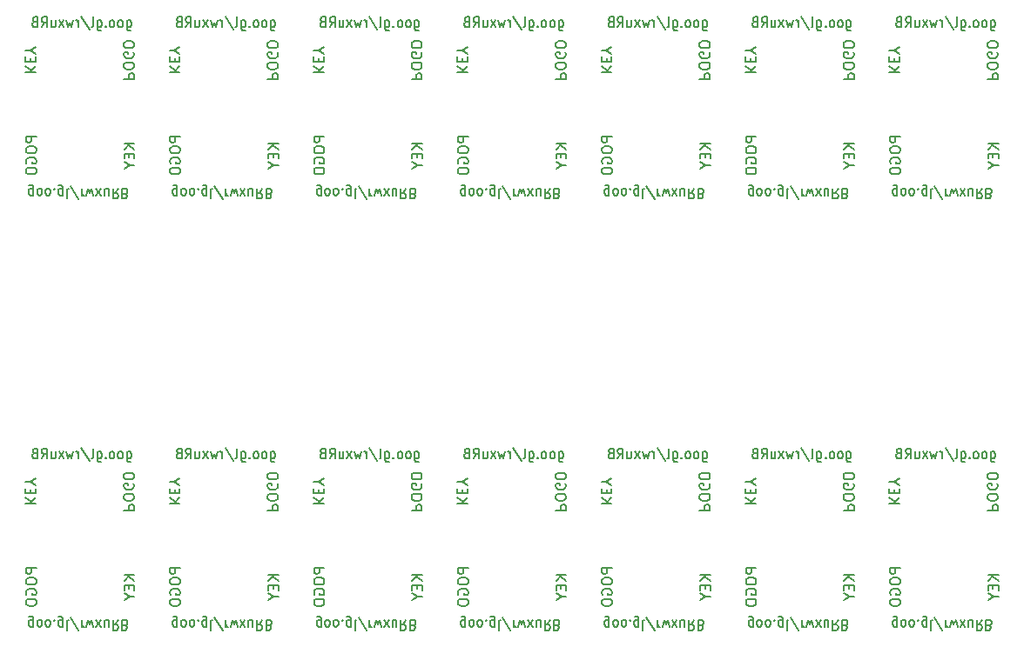
<source format=gbo>
G04 #@! TF.FileFunction,Legend,Bot*
%FSLAX46Y46*%
G04 Gerber Fmt 4.6, Leading zero omitted, Abs format (unit mm)*
G04 Created by KiCad (PCBNEW (2016-04-11 BZR 6687, Git f239aee)-product) date Tue 12 Apr 2016 02:23:05 PM CEST*
%MOMM*%
G01*
G04 APERTURE LIST*
%ADD10C,0.150000*%
%ADD11C,0.200000*%
%ADD12R,1.500000X2.000000*%
%ADD13O,1.500000X2.000000*%
%ADD14R,0.950000X1.000000*%
%ADD15C,0.100000*%
G04 APERTURE END LIST*
D10*
D11*
X62802382Y60522859D02*
X61802382Y60522859D01*
X62802382Y59951430D02*
X62230954Y60380002D01*
X61802382Y59951430D02*
X62373811Y60522859D01*
X62278573Y59522859D02*
X62278573Y59189525D01*
X62802382Y59046668D02*
X62802382Y59522859D01*
X61802382Y59522859D01*
X61802382Y59046668D01*
X62326192Y58427621D02*
X62802382Y58427621D01*
X61802382Y58760954D02*
X62326192Y58427621D01*
X61802382Y58094287D01*
X61747619Y66810476D02*
X62747619Y66810476D01*
X62747619Y67191428D01*
X62700000Y67286666D01*
X62652380Y67334285D01*
X62557142Y67381904D01*
X62414285Y67381904D01*
X62319047Y67334285D01*
X62271428Y67286666D01*
X62223809Y67191428D01*
X62223809Y66810476D01*
X62747619Y68000952D02*
X62747619Y68191428D01*
X62700000Y68286666D01*
X62604761Y68381904D01*
X62414285Y68429523D01*
X62080952Y68429523D01*
X61890476Y68381904D01*
X61795238Y68286666D01*
X61747619Y68191428D01*
X61747619Y68000952D01*
X61795238Y67905714D01*
X61890476Y67810476D01*
X62080952Y67762857D01*
X62414285Y67762857D01*
X62604761Y67810476D01*
X62700000Y67905714D01*
X62747619Y68000952D01*
X62700000Y69381904D02*
X62747619Y69286666D01*
X62747619Y69143809D01*
X62700000Y69000952D01*
X62604761Y68905714D01*
X62509523Y68858095D01*
X62319047Y68810476D01*
X62176190Y68810476D01*
X61985714Y68858095D01*
X61890476Y68905714D01*
X61795238Y69000952D01*
X61747619Y69143809D01*
X61747619Y69239047D01*
X61795238Y69381904D01*
X61842857Y69429523D01*
X62176190Y69429523D01*
X62176190Y69239047D01*
X62747619Y70048571D02*
X62747619Y70239047D01*
X62700000Y70334285D01*
X62604761Y70429523D01*
X62414285Y70477142D01*
X62080952Y70477142D01*
X61890476Y70429523D01*
X61795238Y70334285D01*
X61747619Y70239047D01*
X61747619Y70048571D01*
X61795238Y69953333D01*
X61890476Y69858095D01*
X62080952Y69810476D01*
X62414285Y69810476D01*
X62604761Y69858095D01*
X62700000Y69953333D01*
X62747619Y70048571D01*
X62051428Y72514285D02*
X62051428Y71704761D01*
X62094285Y71609523D01*
X62137142Y71561904D01*
X62222857Y71514285D01*
X62351428Y71514285D01*
X62437142Y71561904D01*
X62051428Y71895238D02*
X62137142Y71847619D01*
X62308571Y71847619D01*
X62394285Y71895238D01*
X62437142Y71942857D01*
X62480000Y72038095D01*
X62480000Y72323809D01*
X62437142Y72419047D01*
X62394285Y72466666D01*
X62308571Y72514285D01*
X62137142Y72514285D01*
X62051428Y72466666D01*
X61494285Y71847619D02*
X61580000Y71895238D01*
X61622857Y71942857D01*
X61665714Y72038095D01*
X61665714Y72323809D01*
X61622857Y72419047D01*
X61580000Y72466666D01*
X61494285Y72514285D01*
X61365714Y72514285D01*
X61280000Y72466666D01*
X61237142Y72419047D01*
X61194285Y72323809D01*
X61194285Y72038095D01*
X61237142Y71942857D01*
X61280000Y71895238D01*
X61365714Y71847619D01*
X61494285Y71847619D01*
X60680000Y71847619D02*
X60765714Y71895238D01*
X60808571Y71942857D01*
X60851428Y72038095D01*
X60851428Y72323809D01*
X60808571Y72419047D01*
X60765714Y72466666D01*
X60680000Y72514285D01*
X60551428Y72514285D01*
X60465714Y72466666D01*
X60422857Y72419047D01*
X60380000Y72323809D01*
X60380000Y72038095D01*
X60422857Y71942857D01*
X60465714Y71895238D01*
X60551428Y71847619D01*
X60680000Y71847619D01*
X59994285Y71942857D02*
X59951428Y71895238D01*
X59994285Y71847619D01*
X60037142Y71895238D01*
X59994285Y71942857D01*
X59994285Y71847619D01*
X59180000Y72514285D02*
X59180000Y71704761D01*
X59222857Y71609523D01*
X59265714Y71561904D01*
X59351428Y71514285D01*
X59480000Y71514285D01*
X59565714Y71561904D01*
X59180000Y71895238D02*
X59265714Y71847619D01*
X59437142Y71847619D01*
X59522857Y71895238D01*
X59565714Y71942857D01*
X59608571Y72038095D01*
X59608571Y72323809D01*
X59565714Y72419047D01*
X59522857Y72466666D01*
X59437142Y72514285D01*
X59265714Y72514285D01*
X59180000Y72466666D01*
X58622857Y71847619D02*
X58708571Y71895238D01*
X58751428Y71990476D01*
X58751428Y72847619D01*
X57637142Y72895238D02*
X58408571Y71609523D01*
X57337142Y71847619D02*
X57337142Y72514285D01*
X57337142Y72323809D02*
X57294285Y72419047D01*
X57251428Y72466666D01*
X57165714Y72514285D01*
X57080000Y72514285D01*
X56865714Y72514285D02*
X56694285Y71847619D01*
X56522857Y72323809D01*
X56351428Y71847619D01*
X56180000Y72514285D01*
X55922857Y71847619D02*
X55451428Y72514285D01*
X55922857Y72514285D02*
X55451428Y71847619D01*
X54722857Y72514285D02*
X54722857Y71847619D01*
X55108571Y72514285D02*
X55108571Y71990476D01*
X55065714Y71895238D01*
X54980000Y71847619D01*
X54851428Y71847619D01*
X54765714Y71895238D01*
X54722857Y71942857D01*
X53780000Y71847619D02*
X54080000Y72323809D01*
X54294285Y71847619D02*
X54294285Y72847619D01*
X53951428Y72847619D01*
X53865714Y72800000D01*
X53822857Y72752380D01*
X53780000Y72657142D01*
X53780000Y72514285D01*
X53822857Y72419047D01*
X53865714Y72371428D01*
X53951428Y72323809D01*
X54294285Y72323809D01*
X53094285Y72371428D02*
X52965714Y72323809D01*
X52922857Y72276190D01*
X52880000Y72180952D01*
X52880000Y72038095D01*
X52922857Y71942857D01*
X52965714Y71895238D01*
X53051428Y71847619D01*
X53394285Y71847619D01*
X53394285Y72847619D01*
X53094285Y72847619D01*
X53008571Y72800000D01*
X52965714Y72752380D01*
X52922857Y72657142D01*
X52922857Y72561904D01*
X52965714Y72466666D01*
X53008571Y72419047D01*
X53094285Y72371428D01*
X53394285Y72371428D01*
X52948571Y55485714D02*
X52948571Y56295238D01*
X52905714Y56390476D01*
X52862857Y56438095D01*
X52777142Y56485714D01*
X52648571Y56485714D01*
X52562857Y56438095D01*
X52948571Y56104761D02*
X52862857Y56152380D01*
X52691428Y56152380D01*
X52605714Y56104761D01*
X52562857Y56057142D01*
X52520000Y55961904D01*
X52520000Y55676190D01*
X52562857Y55580952D01*
X52605714Y55533333D01*
X52691428Y55485714D01*
X52862857Y55485714D01*
X52948571Y55533333D01*
X53505714Y56152380D02*
X53420000Y56104761D01*
X53377142Y56057142D01*
X53334285Y55961904D01*
X53334285Y55676190D01*
X53377142Y55580952D01*
X53420000Y55533333D01*
X53505714Y55485714D01*
X53634285Y55485714D01*
X53720000Y55533333D01*
X53762857Y55580952D01*
X53805714Y55676190D01*
X53805714Y55961904D01*
X53762857Y56057142D01*
X53720000Y56104761D01*
X53634285Y56152380D01*
X53505714Y56152380D01*
X54320000Y56152380D02*
X54234285Y56104761D01*
X54191428Y56057142D01*
X54148571Y55961904D01*
X54148571Y55676190D01*
X54191428Y55580952D01*
X54234285Y55533333D01*
X54320000Y55485714D01*
X54448571Y55485714D01*
X54534285Y55533333D01*
X54577142Y55580952D01*
X54620000Y55676190D01*
X54620000Y55961904D01*
X54577142Y56057142D01*
X54534285Y56104761D01*
X54448571Y56152380D01*
X54320000Y56152380D01*
X55005714Y56057142D02*
X55048571Y56104761D01*
X55005714Y56152380D01*
X54962857Y56104761D01*
X55005714Y56057142D01*
X55005714Y56152380D01*
X55820000Y55485714D02*
X55820000Y56295238D01*
X55777142Y56390476D01*
X55734285Y56438095D01*
X55648571Y56485714D01*
X55520000Y56485714D01*
X55434285Y56438095D01*
X55820000Y56104761D02*
X55734285Y56152380D01*
X55562857Y56152380D01*
X55477142Y56104761D01*
X55434285Y56057142D01*
X55391428Y55961904D01*
X55391428Y55676190D01*
X55434285Y55580952D01*
X55477142Y55533333D01*
X55562857Y55485714D01*
X55734285Y55485714D01*
X55820000Y55533333D01*
X56377142Y56152380D02*
X56291428Y56104761D01*
X56248571Y56009523D01*
X56248571Y55152380D01*
X57362857Y55104761D02*
X56591428Y56390476D01*
X57662857Y56152380D02*
X57662857Y55485714D01*
X57662857Y55676190D02*
X57705714Y55580952D01*
X57748571Y55533333D01*
X57834285Y55485714D01*
X57920000Y55485714D01*
X58134285Y55485714D02*
X58305714Y56152380D01*
X58477142Y55676190D01*
X58648571Y56152380D01*
X58820000Y55485714D01*
X59077142Y56152380D02*
X59548571Y55485714D01*
X59077142Y55485714D02*
X59548571Y56152380D01*
X60277142Y55485714D02*
X60277142Y56152380D01*
X59891428Y55485714D02*
X59891428Y56009523D01*
X59934285Y56104761D01*
X60020000Y56152380D01*
X60148571Y56152380D01*
X60234285Y56104761D01*
X60277142Y56057142D01*
X61220000Y56152380D02*
X60920000Y55676190D01*
X60705714Y56152380D02*
X60705714Y55152380D01*
X61048571Y55152380D01*
X61134285Y55200000D01*
X61177142Y55247619D01*
X61220000Y55342857D01*
X61220000Y55485714D01*
X61177142Y55580952D01*
X61134285Y55628571D01*
X61048571Y55676190D01*
X60705714Y55676190D01*
X61905714Y55628571D02*
X62034285Y55676190D01*
X62077142Y55723809D01*
X62120000Y55819047D01*
X62120000Y55961904D01*
X62077142Y56057142D01*
X62034285Y56104761D01*
X61948571Y56152380D01*
X61605714Y56152380D01*
X61605714Y55152380D01*
X61905714Y55152380D01*
X61991428Y55200000D01*
X62034285Y55247619D01*
X62077142Y55342857D01*
X62077142Y55438095D01*
X62034285Y55533333D01*
X61991428Y55580952D01*
X61905714Y55628571D01*
X61605714Y55628571D01*
X53252380Y61189524D02*
X52252380Y61189524D01*
X52252380Y60808572D01*
X52300000Y60713334D01*
X52347619Y60665715D01*
X52442857Y60618096D01*
X52585714Y60618096D01*
X52680952Y60665715D01*
X52728571Y60713334D01*
X52776190Y60808572D01*
X52776190Y61189524D01*
X52252380Y59999048D02*
X52252380Y59808572D01*
X52300000Y59713334D01*
X52395238Y59618096D01*
X52585714Y59570477D01*
X52919047Y59570477D01*
X53109523Y59618096D01*
X53204761Y59713334D01*
X53252380Y59808572D01*
X53252380Y59999048D01*
X53204761Y60094286D01*
X53109523Y60189524D01*
X52919047Y60237143D01*
X52585714Y60237143D01*
X52395238Y60189524D01*
X52300000Y60094286D01*
X52252380Y59999048D01*
X52300000Y58618096D02*
X52252380Y58713334D01*
X52252380Y58856191D01*
X52300000Y58999048D01*
X52395238Y59094286D01*
X52490476Y59141905D01*
X52680952Y59189524D01*
X52823809Y59189524D01*
X53014285Y59141905D01*
X53109523Y59094286D01*
X53204761Y58999048D01*
X53252380Y58856191D01*
X53252380Y58760953D01*
X53204761Y58618096D01*
X53157142Y58570477D01*
X52823809Y58570477D01*
X52823809Y58760953D01*
X52252380Y57951429D02*
X52252380Y57760953D01*
X52300000Y57665715D01*
X52395238Y57570477D01*
X52585714Y57522858D01*
X52919047Y57522858D01*
X53109523Y57570477D01*
X53204761Y57665715D01*
X53252380Y57760953D01*
X53252380Y57951429D01*
X53204761Y58046667D01*
X53109523Y58141905D01*
X52919047Y58189524D01*
X52585714Y58189524D01*
X52395238Y58141905D01*
X52300000Y58046667D01*
X52252380Y57951429D01*
X52197619Y67477142D02*
X53197619Y67477142D01*
X52197619Y68048571D02*
X52769047Y67620000D01*
X53197619Y68048571D02*
X52626190Y67477142D01*
X52721428Y68477142D02*
X52721428Y68810476D01*
X52197619Y68953333D02*
X52197619Y68477142D01*
X53197619Y68477142D01*
X53197619Y68953333D01*
X52673809Y69572380D02*
X52197619Y69572380D01*
X53197619Y69239047D02*
X52673809Y69572380D01*
X53197619Y69905714D01*
X53252380Y103189524D02*
X52252380Y103189524D01*
X52252380Y102808572D01*
X52300000Y102713334D01*
X52347619Y102665715D01*
X52442857Y102618096D01*
X52585714Y102618096D01*
X52680952Y102665715D01*
X52728571Y102713334D01*
X52776190Y102808572D01*
X52776190Y103189524D01*
X52252380Y101999048D02*
X52252380Y101808572D01*
X52300000Y101713334D01*
X52395238Y101618096D01*
X52585714Y101570477D01*
X52919047Y101570477D01*
X53109523Y101618096D01*
X53204761Y101713334D01*
X53252380Y101808572D01*
X53252380Y101999048D01*
X53204761Y102094286D01*
X53109523Y102189524D01*
X52919047Y102237143D01*
X52585714Y102237143D01*
X52395238Y102189524D01*
X52300000Y102094286D01*
X52252380Y101999048D01*
X52300000Y100618096D02*
X52252380Y100713334D01*
X52252380Y100856191D01*
X52300000Y100999048D01*
X52395238Y101094286D01*
X52490476Y101141905D01*
X52680952Y101189524D01*
X52823809Y101189524D01*
X53014285Y101141905D01*
X53109523Y101094286D01*
X53204761Y100999048D01*
X53252380Y100856191D01*
X53252380Y100760953D01*
X53204761Y100618096D01*
X53157142Y100570477D01*
X52823809Y100570477D01*
X52823809Y100760953D01*
X52252380Y99951429D02*
X52252380Y99760953D01*
X52300000Y99665715D01*
X52395238Y99570477D01*
X52585714Y99522858D01*
X52919047Y99522858D01*
X53109523Y99570477D01*
X53204761Y99665715D01*
X53252380Y99760953D01*
X53252380Y99951429D01*
X53204761Y100046667D01*
X53109523Y100141905D01*
X52919047Y100189524D01*
X52585714Y100189524D01*
X52395238Y100141905D01*
X52300000Y100046667D01*
X52252380Y99951429D01*
X61747619Y108810476D02*
X62747619Y108810476D01*
X62747619Y109191428D01*
X62700000Y109286666D01*
X62652380Y109334285D01*
X62557142Y109381904D01*
X62414285Y109381904D01*
X62319047Y109334285D01*
X62271428Y109286666D01*
X62223809Y109191428D01*
X62223809Y108810476D01*
X62747619Y110000952D02*
X62747619Y110191428D01*
X62700000Y110286666D01*
X62604761Y110381904D01*
X62414285Y110429523D01*
X62080952Y110429523D01*
X61890476Y110381904D01*
X61795238Y110286666D01*
X61747619Y110191428D01*
X61747619Y110000952D01*
X61795238Y109905714D01*
X61890476Y109810476D01*
X62080952Y109762857D01*
X62414285Y109762857D01*
X62604761Y109810476D01*
X62700000Y109905714D01*
X62747619Y110000952D01*
X62700000Y111381904D02*
X62747619Y111286666D01*
X62747619Y111143809D01*
X62700000Y111000952D01*
X62604761Y110905714D01*
X62509523Y110858095D01*
X62319047Y110810476D01*
X62176190Y110810476D01*
X61985714Y110858095D01*
X61890476Y110905714D01*
X61795238Y111000952D01*
X61747619Y111143809D01*
X61747619Y111239047D01*
X61795238Y111381904D01*
X61842857Y111429523D01*
X62176190Y111429523D01*
X62176190Y111239047D01*
X62747619Y112048571D02*
X62747619Y112239047D01*
X62700000Y112334285D01*
X62604761Y112429523D01*
X62414285Y112477142D01*
X62080952Y112477142D01*
X61890476Y112429523D01*
X61795238Y112334285D01*
X61747619Y112239047D01*
X61747619Y112048571D01*
X61795238Y111953333D01*
X61890476Y111858095D01*
X62080952Y111810476D01*
X62414285Y111810476D01*
X62604761Y111858095D01*
X62700000Y111953333D01*
X62747619Y112048571D01*
X52197619Y109477142D02*
X53197619Y109477142D01*
X52197619Y110048571D02*
X52769047Y109620000D01*
X53197619Y110048571D02*
X52626190Y109477142D01*
X52721428Y110477142D02*
X52721428Y110810476D01*
X52197619Y110953333D02*
X52197619Y110477142D01*
X53197619Y110477142D01*
X53197619Y110953333D01*
X52673809Y111572380D02*
X52197619Y111572380D01*
X53197619Y111239047D02*
X52673809Y111572380D01*
X53197619Y111905714D01*
X52948571Y97485714D02*
X52948571Y98295238D01*
X52905714Y98390476D01*
X52862857Y98438095D01*
X52777142Y98485714D01*
X52648571Y98485714D01*
X52562857Y98438095D01*
X52948571Y98104761D02*
X52862857Y98152380D01*
X52691428Y98152380D01*
X52605714Y98104761D01*
X52562857Y98057142D01*
X52520000Y97961904D01*
X52520000Y97676190D01*
X52562857Y97580952D01*
X52605714Y97533333D01*
X52691428Y97485714D01*
X52862857Y97485714D01*
X52948571Y97533333D01*
X53505714Y98152380D02*
X53420000Y98104761D01*
X53377142Y98057142D01*
X53334285Y97961904D01*
X53334285Y97676190D01*
X53377142Y97580952D01*
X53420000Y97533333D01*
X53505714Y97485714D01*
X53634285Y97485714D01*
X53720000Y97533333D01*
X53762857Y97580952D01*
X53805714Y97676190D01*
X53805714Y97961904D01*
X53762857Y98057142D01*
X53720000Y98104761D01*
X53634285Y98152380D01*
X53505714Y98152380D01*
X54320000Y98152380D02*
X54234285Y98104761D01*
X54191428Y98057142D01*
X54148571Y97961904D01*
X54148571Y97676190D01*
X54191428Y97580952D01*
X54234285Y97533333D01*
X54320000Y97485714D01*
X54448571Y97485714D01*
X54534285Y97533333D01*
X54577142Y97580952D01*
X54620000Y97676190D01*
X54620000Y97961904D01*
X54577142Y98057142D01*
X54534285Y98104761D01*
X54448571Y98152380D01*
X54320000Y98152380D01*
X55005714Y98057142D02*
X55048571Y98104761D01*
X55005714Y98152380D01*
X54962857Y98104761D01*
X55005714Y98057142D01*
X55005714Y98152380D01*
X55820000Y97485714D02*
X55820000Y98295238D01*
X55777142Y98390476D01*
X55734285Y98438095D01*
X55648571Y98485714D01*
X55520000Y98485714D01*
X55434285Y98438095D01*
X55820000Y98104761D02*
X55734285Y98152380D01*
X55562857Y98152380D01*
X55477142Y98104761D01*
X55434285Y98057142D01*
X55391428Y97961904D01*
X55391428Y97676190D01*
X55434285Y97580952D01*
X55477142Y97533333D01*
X55562857Y97485714D01*
X55734285Y97485714D01*
X55820000Y97533333D01*
X56377142Y98152380D02*
X56291428Y98104761D01*
X56248571Y98009523D01*
X56248571Y97152380D01*
X57362857Y97104761D02*
X56591428Y98390476D01*
X57662857Y98152380D02*
X57662857Y97485714D01*
X57662857Y97676190D02*
X57705714Y97580952D01*
X57748571Y97533333D01*
X57834285Y97485714D01*
X57920000Y97485714D01*
X58134285Y97485714D02*
X58305714Y98152380D01*
X58477142Y97676190D01*
X58648571Y98152380D01*
X58820000Y97485714D01*
X59077142Y98152380D02*
X59548571Y97485714D01*
X59077142Y97485714D02*
X59548571Y98152380D01*
X60277142Y97485714D02*
X60277142Y98152380D01*
X59891428Y97485714D02*
X59891428Y98009523D01*
X59934285Y98104761D01*
X60020000Y98152380D01*
X60148571Y98152380D01*
X60234285Y98104761D01*
X60277142Y98057142D01*
X61220000Y98152380D02*
X60920000Y97676190D01*
X60705714Y98152380D02*
X60705714Y97152380D01*
X61048571Y97152380D01*
X61134285Y97200000D01*
X61177142Y97247619D01*
X61220000Y97342857D01*
X61220000Y97485714D01*
X61177142Y97580952D01*
X61134285Y97628571D01*
X61048571Y97676190D01*
X60705714Y97676190D01*
X61905714Y97628571D02*
X62034285Y97676190D01*
X62077142Y97723809D01*
X62120000Y97819047D01*
X62120000Y97961904D01*
X62077142Y98057142D01*
X62034285Y98104761D01*
X61948571Y98152380D01*
X61605714Y98152380D01*
X61605714Y97152380D01*
X61905714Y97152380D01*
X61991428Y97200000D01*
X62034285Y97247619D01*
X62077142Y97342857D01*
X62077142Y97438095D01*
X62034285Y97533333D01*
X61991428Y97580952D01*
X61905714Y97628571D01*
X61605714Y97628571D01*
X62802382Y102522859D02*
X61802382Y102522859D01*
X62802382Y101951430D02*
X62230954Y102380002D01*
X61802382Y101951430D02*
X62373811Y102522859D01*
X62278573Y101522859D02*
X62278573Y101189525D01*
X62802382Y101046668D02*
X62802382Y101522859D01*
X61802382Y101522859D01*
X61802382Y101046668D01*
X62326192Y100427621D02*
X62802382Y100427621D01*
X61802382Y100760954D02*
X62326192Y100427621D01*
X61802382Y100094287D01*
X62051428Y114514285D02*
X62051428Y113704761D01*
X62094285Y113609523D01*
X62137142Y113561904D01*
X62222857Y113514285D01*
X62351428Y113514285D01*
X62437142Y113561904D01*
X62051428Y113895238D02*
X62137142Y113847619D01*
X62308571Y113847619D01*
X62394285Y113895238D01*
X62437142Y113942857D01*
X62480000Y114038095D01*
X62480000Y114323809D01*
X62437142Y114419047D01*
X62394285Y114466666D01*
X62308571Y114514285D01*
X62137142Y114514285D01*
X62051428Y114466666D01*
X61494285Y113847619D02*
X61580000Y113895238D01*
X61622857Y113942857D01*
X61665714Y114038095D01*
X61665714Y114323809D01*
X61622857Y114419047D01*
X61580000Y114466666D01*
X61494285Y114514285D01*
X61365714Y114514285D01*
X61280000Y114466666D01*
X61237142Y114419047D01*
X61194285Y114323809D01*
X61194285Y114038095D01*
X61237142Y113942857D01*
X61280000Y113895238D01*
X61365714Y113847619D01*
X61494285Y113847619D01*
X60680000Y113847619D02*
X60765714Y113895238D01*
X60808571Y113942857D01*
X60851428Y114038095D01*
X60851428Y114323809D01*
X60808571Y114419047D01*
X60765714Y114466666D01*
X60680000Y114514285D01*
X60551428Y114514285D01*
X60465714Y114466666D01*
X60422857Y114419047D01*
X60380000Y114323809D01*
X60380000Y114038095D01*
X60422857Y113942857D01*
X60465714Y113895238D01*
X60551428Y113847619D01*
X60680000Y113847619D01*
X59994285Y113942857D02*
X59951428Y113895238D01*
X59994285Y113847619D01*
X60037142Y113895238D01*
X59994285Y113942857D01*
X59994285Y113847619D01*
X59180000Y114514285D02*
X59180000Y113704761D01*
X59222857Y113609523D01*
X59265714Y113561904D01*
X59351428Y113514285D01*
X59480000Y113514285D01*
X59565714Y113561904D01*
X59180000Y113895238D02*
X59265714Y113847619D01*
X59437142Y113847619D01*
X59522857Y113895238D01*
X59565714Y113942857D01*
X59608571Y114038095D01*
X59608571Y114323809D01*
X59565714Y114419047D01*
X59522857Y114466666D01*
X59437142Y114514285D01*
X59265714Y114514285D01*
X59180000Y114466666D01*
X58622857Y113847619D02*
X58708571Y113895238D01*
X58751428Y113990476D01*
X58751428Y114847619D01*
X57637142Y114895238D02*
X58408571Y113609523D01*
X57337142Y113847619D02*
X57337142Y114514285D01*
X57337142Y114323809D02*
X57294285Y114419047D01*
X57251428Y114466666D01*
X57165714Y114514285D01*
X57080000Y114514285D01*
X56865714Y114514285D02*
X56694285Y113847619D01*
X56522857Y114323809D01*
X56351428Y113847619D01*
X56180000Y114514285D01*
X55922857Y113847619D02*
X55451428Y114514285D01*
X55922857Y114514285D02*
X55451428Y113847619D01*
X54722857Y114514285D02*
X54722857Y113847619D01*
X55108571Y114514285D02*
X55108571Y113990476D01*
X55065714Y113895238D01*
X54980000Y113847619D01*
X54851428Y113847619D01*
X54765714Y113895238D01*
X54722857Y113942857D01*
X53780000Y113847619D02*
X54080000Y114323809D01*
X54294285Y113847619D02*
X54294285Y114847619D01*
X53951428Y114847619D01*
X53865714Y114800000D01*
X53822857Y114752380D01*
X53780000Y114657142D01*
X53780000Y114514285D01*
X53822857Y114419047D01*
X53865714Y114371428D01*
X53951428Y114323809D01*
X54294285Y114323809D01*
X53094285Y114371428D02*
X52965714Y114323809D01*
X52922857Y114276190D01*
X52880000Y114180952D01*
X52880000Y114038095D01*
X52922857Y113942857D01*
X52965714Y113895238D01*
X53051428Y113847619D01*
X53394285Y113847619D01*
X53394285Y114847619D01*
X53094285Y114847619D01*
X53008571Y114800000D01*
X52965714Y114752380D01*
X52922857Y114657142D01*
X52922857Y114561904D01*
X52965714Y114466666D01*
X53008571Y114419047D01*
X53094285Y114371428D01*
X53394285Y114371428D01*
X66948571Y55485714D02*
X66948571Y56295238D01*
X66905714Y56390476D01*
X66862857Y56438095D01*
X66777142Y56485714D01*
X66648571Y56485714D01*
X66562857Y56438095D01*
X66948571Y56104761D02*
X66862857Y56152380D01*
X66691428Y56152380D01*
X66605714Y56104761D01*
X66562857Y56057142D01*
X66520000Y55961904D01*
X66520000Y55676190D01*
X66562857Y55580952D01*
X66605714Y55533333D01*
X66691428Y55485714D01*
X66862857Y55485714D01*
X66948571Y55533333D01*
X67505714Y56152380D02*
X67420000Y56104761D01*
X67377142Y56057142D01*
X67334285Y55961904D01*
X67334285Y55676190D01*
X67377142Y55580952D01*
X67420000Y55533333D01*
X67505714Y55485714D01*
X67634285Y55485714D01*
X67720000Y55533333D01*
X67762857Y55580952D01*
X67805714Y55676190D01*
X67805714Y55961904D01*
X67762857Y56057142D01*
X67720000Y56104761D01*
X67634285Y56152380D01*
X67505714Y56152380D01*
X68320000Y56152380D02*
X68234285Y56104761D01*
X68191428Y56057142D01*
X68148571Y55961904D01*
X68148571Y55676190D01*
X68191428Y55580952D01*
X68234285Y55533333D01*
X68320000Y55485714D01*
X68448571Y55485714D01*
X68534285Y55533333D01*
X68577142Y55580952D01*
X68620000Y55676190D01*
X68620000Y55961904D01*
X68577142Y56057142D01*
X68534285Y56104761D01*
X68448571Y56152380D01*
X68320000Y56152380D01*
X69005714Y56057142D02*
X69048571Y56104761D01*
X69005714Y56152380D01*
X68962857Y56104761D01*
X69005714Y56057142D01*
X69005714Y56152380D01*
X69820000Y55485714D02*
X69820000Y56295238D01*
X69777142Y56390476D01*
X69734285Y56438095D01*
X69648571Y56485714D01*
X69520000Y56485714D01*
X69434285Y56438095D01*
X69820000Y56104761D02*
X69734285Y56152380D01*
X69562857Y56152380D01*
X69477142Y56104761D01*
X69434285Y56057142D01*
X69391428Y55961904D01*
X69391428Y55676190D01*
X69434285Y55580952D01*
X69477142Y55533333D01*
X69562857Y55485714D01*
X69734285Y55485714D01*
X69820000Y55533333D01*
X70377142Y56152380D02*
X70291428Y56104761D01*
X70248571Y56009523D01*
X70248571Y55152380D01*
X71362857Y55104761D02*
X70591428Y56390476D01*
X71662857Y56152380D02*
X71662857Y55485714D01*
X71662857Y55676190D02*
X71705714Y55580952D01*
X71748571Y55533333D01*
X71834285Y55485714D01*
X71920000Y55485714D01*
X72134285Y55485714D02*
X72305714Y56152380D01*
X72477142Y55676190D01*
X72648571Y56152380D01*
X72820000Y55485714D01*
X73077142Y56152380D02*
X73548571Y55485714D01*
X73077142Y55485714D02*
X73548571Y56152380D01*
X74277142Y55485714D02*
X74277142Y56152380D01*
X73891428Y55485714D02*
X73891428Y56009523D01*
X73934285Y56104761D01*
X74020000Y56152380D01*
X74148571Y56152380D01*
X74234285Y56104761D01*
X74277142Y56057142D01*
X75220000Y56152380D02*
X74920000Y55676190D01*
X74705714Y56152380D02*
X74705714Y55152380D01*
X75048571Y55152380D01*
X75134285Y55200000D01*
X75177142Y55247619D01*
X75220000Y55342857D01*
X75220000Y55485714D01*
X75177142Y55580952D01*
X75134285Y55628571D01*
X75048571Y55676190D01*
X74705714Y55676190D01*
X75905714Y55628571D02*
X76034285Y55676190D01*
X76077142Y55723809D01*
X76120000Y55819047D01*
X76120000Y55961904D01*
X76077142Y56057142D01*
X76034285Y56104761D01*
X75948571Y56152380D01*
X75605714Y56152380D01*
X75605714Y55152380D01*
X75905714Y55152380D01*
X75991428Y55200000D01*
X76034285Y55247619D01*
X76077142Y55342857D01*
X76077142Y55438095D01*
X76034285Y55533333D01*
X75991428Y55580952D01*
X75905714Y55628571D01*
X75605714Y55628571D01*
X67252380Y61189524D02*
X66252380Y61189524D01*
X66252380Y60808572D01*
X66300000Y60713334D01*
X66347619Y60665715D01*
X66442857Y60618096D01*
X66585714Y60618096D01*
X66680952Y60665715D01*
X66728571Y60713334D01*
X66776190Y60808572D01*
X66776190Y61189524D01*
X66252380Y59999048D02*
X66252380Y59808572D01*
X66300000Y59713334D01*
X66395238Y59618096D01*
X66585714Y59570477D01*
X66919047Y59570477D01*
X67109523Y59618096D01*
X67204761Y59713334D01*
X67252380Y59808572D01*
X67252380Y59999048D01*
X67204761Y60094286D01*
X67109523Y60189524D01*
X66919047Y60237143D01*
X66585714Y60237143D01*
X66395238Y60189524D01*
X66300000Y60094286D01*
X66252380Y59999048D01*
X66300000Y58618096D02*
X66252380Y58713334D01*
X66252380Y58856191D01*
X66300000Y58999048D01*
X66395238Y59094286D01*
X66490476Y59141905D01*
X66680952Y59189524D01*
X66823809Y59189524D01*
X67014285Y59141905D01*
X67109523Y59094286D01*
X67204761Y58999048D01*
X67252380Y58856191D01*
X67252380Y58760953D01*
X67204761Y58618096D01*
X67157142Y58570477D01*
X66823809Y58570477D01*
X66823809Y58760953D01*
X66252380Y57951429D02*
X66252380Y57760953D01*
X66300000Y57665715D01*
X66395238Y57570477D01*
X66585714Y57522858D01*
X66919047Y57522858D01*
X67109523Y57570477D01*
X67204761Y57665715D01*
X67252380Y57760953D01*
X67252380Y57951429D01*
X67204761Y58046667D01*
X67109523Y58141905D01*
X66919047Y58189524D01*
X66585714Y58189524D01*
X66395238Y58141905D01*
X66300000Y58046667D01*
X66252380Y57951429D01*
X66197619Y67477142D02*
X67197619Y67477142D01*
X66197619Y68048571D02*
X66769047Y67620000D01*
X67197619Y68048571D02*
X66626190Y67477142D01*
X66721428Y68477142D02*
X66721428Y68810476D01*
X66197619Y68953333D02*
X66197619Y68477142D01*
X67197619Y68477142D01*
X67197619Y68953333D01*
X66673809Y69572380D02*
X66197619Y69572380D01*
X67197619Y69239047D02*
X66673809Y69572380D01*
X67197619Y69905714D01*
X76802382Y60522859D02*
X75802382Y60522859D01*
X76802382Y59951430D02*
X76230954Y60380002D01*
X75802382Y59951430D02*
X76373811Y60522859D01*
X76278573Y59522859D02*
X76278573Y59189525D01*
X76802382Y59046668D02*
X76802382Y59522859D01*
X75802382Y59522859D01*
X75802382Y59046668D01*
X76326192Y58427621D02*
X76802382Y58427621D01*
X75802382Y58760954D02*
X76326192Y58427621D01*
X75802382Y58094287D01*
X75747619Y66810476D02*
X76747619Y66810476D01*
X76747619Y67191428D01*
X76700000Y67286666D01*
X76652380Y67334285D01*
X76557142Y67381904D01*
X76414285Y67381904D01*
X76319047Y67334285D01*
X76271428Y67286666D01*
X76223809Y67191428D01*
X76223809Y66810476D01*
X76747619Y68000952D02*
X76747619Y68191428D01*
X76700000Y68286666D01*
X76604761Y68381904D01*
X76414285Y68429523D01*
X76080952Y68429523D01*
X75890476Y68381904D01*
X75795238Y68286666D01*
X75747619Y68191428D01*
X75747619Y68000952D01*
X75795238Y67905714D01*
X75890476Y67810476D01*
X76080952Y67762857D01*
X76414285Y67762857D01*
X76604761Y67810476D01*
X76700000Y67905714D01*
X76747619Y68000952D01*
X76700000Y69381904D02*
X76747619Y69286666D01*
X76747619Y69143809D01*
X76700000Y69000952D01*
X76604761Y68905714D01*
X76509523Y68858095D01*
X76319047Y68810476D01*
X76176190Y68810476D01*
X75985714Y68858095D01*
X75890476Y68905714D01*
X75795238Y69000952D01*
X75747619Y69143809D01*
X75747619Y69239047D01*
X75795238Y69381904D01*
X75842857Y69429523D01*
X76176190Y69429523D01*
X76176190Y69239047D01*
X76747619Y70048571D02*
X76747619Y70239047D01*
X76700000Y70334285D01*
X76604761Y70429523D01*
X76414285Y70477142D01*
X76080952Y70477142D01*
X75890476Y70429523D01*
X75795238Y70334285D01*
X75747619Y70239047D01*
X75747619Y70048571D01*
X75795238Y69953333D01*
X75890476Y69858095D01*
X76080952Y69810476D01*
X76414285Y69810476D01*
X76604761Y69858095D01*
X76700000Y69953333D01*
X76747619Y70048571D01*
X76051428Y72514285D02*
X76051428Y71704761D01*
X76094285Y71609523D01*
X76137142Y71561904D01*
X76222857Y71514285D01*
X76351428Y71514285D01*
X76437142Y71561904D01*
X76051428Y71895238D02*
X76137142Y71847619D01*
X76308571Y71847619D01*
X76394285Y71895238D01*
X76437142Y71942857D01*
X76480000Y72038095D01*
X76480000Y72323809D01*
X76437142Y72419047D01*
X76394285Y72466666D01*
X76308571Y72514285D01*
X76137142Y72514285D01*
X76051428Y72466666D01*
X75494285Y71847619D02*
X75580000Y71895238D01*
X75622857Y71942857D01*
X75665714Y72038095D01*
X75665714Y72323809D01*
X75622857Y72419047D01*
X75580000Y72466666D01*
X75494285Y72514285D01*
X75365714Y72514285D01*
X75280000Y72466666D01*
X75237142Y72419047D01*
X75194285Y72323809D01*
X75194285Y72038095D01*
X75237142Y71942857D01*
X75280000Y71895238D01*
X75365714Y71847619D01*
X75494285Y71847619D01*
X74680000Y71847619D02*
X74765714Y71895238D01*
X74808571Y71942857D01*
X74851428Y72038095D01*
X74851428Y72323809D01*
X74808571Y72419047D01*
X74765714Y72466666D01*
X74680000Y72514285D01*
X74551428Y72514285D01*
X74465714Y72466666D01*
X74422857Y72419047D01*
X74380000Y72323809D01*
X74380000Y72038095D01*
X74422857Y71942857D01*
X74465714Y71895238D01*
X74551428Y71847619D01*
X74680000Y71847619D01*
X73994285Y71942857D02*
X73951428Y71895238D01*
X73994285Y71847619D01*
X74037142Y71895238D01*
X73994285Y71942857D01*
X73994285Y71847619D01*
X73180000Y72514285D02*
X73180000Y71704761D01*
X73222857Y71609523D01*
X73265714Y71561904D01*
X73351428Y71514285D01*
X73480000Y71514285D01*
X73565714Y71561904D01*
X73180000Y71895238D02*
X73265714Y71847619D01*
X73437142Y71847619D01*
X73522857Y71895238D01*
X73565714Y71942857D01*
X73608571Y72038095D01*
X73608571Y72323809D01*
X73565714Y72419047D01*
X73522857Y72466666D01*
X73437142Y72514285D01*
X73265714Y72514285D01*
X73180000Y72466666D01*
X72622857Y71847619D02*
X72708571Y71895238D01*
X72751428Y71990476D01*
X72751428Y72847619D01*
X71637142Y72895238D02*
X72408571Y71609523D01*
X71337142Y71847619D02*
X71337142Y72514285D01*
X71337142Y72323809D02*
X71294285Y72419047D01*
X71251428Y72466666D01*
X71165714Y72514285D01*
X71080000Y72514285D01*
X70865714Y72514285D02*
X70694285Y71847619D01*
X70522857Y72323809D01*
X70351428Y71847619D01*
X70180000Y72514285D01*
X69922857Y71847619D02*
X69451428Y72514285D01*
X69922857Y72514285D02*
X69451428Y71847619D01*
X68722857Y72514285D02*
X68722857Y71847619D01*
X69108571Y72514285D02*
X69108571Y71990476D01*
X69065714Y71895238D01*
X68980000Y71847619D01*
X68851428Y71847619D01*
X68765714Y71895238D01*
X68722857Y71942857D01*
X67780000Y71847619D02*
X68080000Y72323809D01*
X68294285Y71847619D02*
X68294285Y72847619D01*
X67951428Y72847619D01*
X67865714Y72800000D01*
X67822857Y72752380D01*
X67780000Y72657142D01*
X67780000Y72514285D01*
X67822857Y72419047D01*
X67865714Y72371428D01*
X67951428Y72323809D01*
X68294285Y72323809D01*
X67094285Y72371428D02*
X66965714Y72323809D01*
X66922857Y72276190D01*
X66880000Y72180952D01*
X66880000Y72038095D01*
X66922857Y71942857D01*
X66965714Y71895238D01*
X67051428Y71847619D01*
X67394285Y71847619D01*
X67394285Y72847619D01*
X67094285Y72847619D01*
X67008571Y72800000D01*
X66965714Y72752380D01*
X66922857Y72657142D01*
X66922857Y72561904D01*
X66965714Y72466666D01*
X67008571Y72419047D01*
X67094285Y72371428D01*
X67394285Y72371428D01*
X89747619Y66810476D02*
X90747619Y66810476D01*
X90747619Y67191428D01*
X90700000Y67286666D01*
X90652380Y67334285D01*
X90557142Y67381904D01*
X90414285Y67381904D01*
X90319047Y67334285D01*
X90271428Y67286666D01*
X90223809Y67191428D01*
X90223809Y66810476D01*
X90747619Y68000952D02*
X90747619Y68191428D01*
X90700000Y68286666D01*
X90604761Y68381904D01*
X90414285Y68429523D01*
X90080952Y68429523D01*
X89890476Y68381904D01*
X89795238Y68286666D01*
X89747619Y68191428D01*
X89747619Y68000952D01*
X89795238Y67905714D01*
X89890476Y67810476D01*
X90080952Y67762857D01*
X90414285Y67762857D01*
X90604761Y67810476D01*
X90700000Y67905714D01*
X90747619Y68000952D01*
X90700000Y69381904D02*
X90747619Y69286666D01*
X90747619Y69143809D01*
X90700000Y69000952D01*
X90604761Y68905714D01*
X90509523Y68858095D01*
X90319047Y68810476D01*
X90176190Y68810476D01*
X89985714Y68858095D01*
X89890476Y68905714D01*
X89795238Y69000952D01*
X89747619Y69143809D01*
X89747619Y69239047D01*
X89795238Y69381904D01*
X89842857Y69429523D01*
X90176190Y69429523D01*
X90176190Y69239047D01*
X90747619Y70048571D02*
X90747619Y70239047D01*
X90700000Y70334285D01*
X90604761Y70429523D01*
X90414285Y70477142D01*
X90080952Y70477142D01*
X89890476Y70429523D01*
X89795238Y70334285D01*
X89747619Y70239047D01*
X89747619Y70048571D01*
X89795238Y69953333D01*
X89890476Y69858095D01*
X90080952Y69810476D01*
X90414285Y69810476D01*
X90604761Y69858095D01*
X90700000Y69953333D01*
X90747619Y70048571D01*
X90802382Y60522859D02*
X89802382Y60522859D01*
X90802382Y59951430D02*
X90230954Y60380002D01*
X89802382Y59951430D02*
X90373811Y60522859D01*
X90278573Y59522859D02*
X90278573Y59189525D01*
X90802382Y59046668D02*
X90802382Y59522859D01*
X89802382Y59522859D01*
X89802382Y59046668D01*
X90326192Y58427621D02*
X90802382Y58427621D01*
X89802382Y58760954D02*
X90326192Y58427621D01*
X89802382Y58094287D01*
X80948571Y55485714D02*
X80948571Y56295238D01*
X80905714Y56390476D01*
X80862857Y56438095D01*
X80777142Y56485714D01*
X80648571Y56485714D01*
X80562857Y56438095D01*
X80948571Y56104761D02*
X80862857Y56152380D01*
X80691428Y56152380D01*
X80605714Y56104761D01*
X80562857Y56057142D01*
X80520000Y55961904D01*
X80520000Y55676190D01*
X80562857Y55580952D01*
X80605714Y55533333D01*
X80691428Y55485714D01*
X80862857Y55485714D01*
X80948571Y55533333D01*
X81505714Y56152380D02*
X81420000Y56104761D01*
X81377142Y56057142D01*
X81334285Y55961904D01*
X81334285Y55676190D01*
X81377142Y55580952D01*
X81420000Y55533333D01*
X81505714Y55485714D01*
X81634285Y55485714D01*
X81720000Y55533333D01*
X81762857Y55580952D01*
X81805714Y55676190D01*
X81805714Y55961904D01*
X81762857Y56057142D01*
X81720000Y56104761D01*
X81634285Y56152380D01*
X81505714Y56152380D01*
X82320000Y56152380D02*
X82234285Y56104761D01*
X82191428Y56057142D01*
X82148571Y55961904D01*
X82148571Y55676190D01*
X82191428Y55580952D01*
X82234285Y55533333D01*
X82320000Y55485714D01*
X82448571Y55485714D01*
X82534285Y55533333D01*
X82577142Y55580952D01*
X82620000Y55676190D01*
X82620000Y55961904D01*
X82577142Y56057142D01*
X82534285Y56104761D01*
X82448571Y56152380D01*
X82320000Y56152380D01*
X83005714Y56057142D02*
X83048571Y56104761D01*
X83005714Y56152380D01*
X82962857Y56104761D01*
X83005714Y56057142D01*
X83005714Y56152380D01*
X83820000Y55485714D02*
X83820000Y56295238D01*
X83777142Y56390476D01*
X83734285Y56438095D01*
X83648571Y56485714D01*
X83520000Y56485714D01*
X83434285Y56438095D01*
X83820000Y56104761D02*
X83734285Y56152380D01*
X83562857Y56152380D01*
X83477142Y56104761D01*
X83434285Y56057142D01*
X83391428Y55961904D01*
X83391428Y55676190D01*
X83434285Y55580952D01*
X83477142Y55533333D01*
X83562857Y55485714D01*
X83734285Y55485714D01*
X83820000Y55533333D01*
X84377142Y56152380D02*
X84291428Y56104761D01*
X84248571Y56009523D01*
X84248571Y55152380D01*
X85362857Y55104761D02*
X84591428Y56390476D01*
X85662857Y56152380D02*
X85662857Y55485714D01*
X85662857Y55676190D02*
X85705714Y55580952D01*
X85748571Y55533333D01*
X85834285Y55485714D01*
X85920000Y55485714D01*
X86134285Y55485714D02*
X86305714Y56152380D01*
X86477142Y55676190D01*
X86648571Y56152380D01*
X86820000Y55485714D01*
X87077142Y56152380D02*
X87548571Y55485714D01*
X87077142Y55485714D02*
X87548571Y56152380D01*
X88277142Y55485714D02*
X88277142Y56152380D01*
X87891428Y55485714D02*
X87891428Y56009523D01*
X87934285Y56104761D01*
X88020000Y56152380D01*
X88148571Y56152380D01*
X88234285Y56104761D01*
X88277142Y56057142D01*
X89220000Y56152380D02*
X88920000Y55676190D01*
X88705714Y56152380D02*
X88705714Y55152380D01*
X89048571Y55152380D01*
X89134285Y55200000D01*
X89177142Y55247619D01*
X89220000Y55342857D01*
X89220000Y55485714D01*
X89177142Y55580952D01*
X89134285Y55628571D01*
X89048571Y55676190D01*
X88705714Y55676190D01*
X89905714Y55628571D02*
X90034285Y55676190D01*
X90077142Y55723809D01*
X90120000Y55819047D01*
X90120000Y55961904D01*
X90077142Y56057142D01*
X90034285Y56104761D01*
X89948571Y56152380D01*
X89605714Y56152380D01*
X89605714Y55152380D01*
X89905714Y55152380D01*
X89991428Y55200000D01*
X90034285Y55247619D01*
X90077142Y55342857D01*
X90077142Y55438095D01*
X90034285Y55533333D01*
X89991428Y55580952D01*
X89905714Y55628571D01*
X89605714Y55628571D01*
X81252380Y61189524D02*
X80252380Y61189524D01*
X80252380Y60808572D01*
X80300000Y60713334D01*
X80347619Y60665715D01*
X80442857Y60618096D01*
X80585714Y60618096D01*
X80680952Y60665715D01*
X80728571Y60713334D01*
X80776190Y60808572D01*
X80776190Y61189524D01*
X80252380Y59999048D02*
X80252380Y59808572D01*
X80300000Y59713334D01*
X80395238Y59618096D01*
X80585714Y59570477D01*
X80919047Y59570477D01*
X81109523Y59618096D01*
X81204761Y59713334D01*
X81252380Y59808572D01*
X81252380Y59999048D01*
X81204761Y60094286D01*
X81109523Y60189524D01*
X80919047Y60237143D01*
X80585714Y60237143D01*
X80395238Y60189524D01*
X80300000Y60094286D01*
X80252380Y59999048D01*
X80300000Y58618096D02*
X80252380Y58713334D01*
X80252380Y58856191D01*
X80300000Y58999048D01*
X80395238Y59094286D01*
X80490476Y59141905D01*
X80680952Y59189524D01*
X80823809Y59189524D01*
X81014285Y59141905D01*
X81109523Y59094286D01*
X81204761Y58999048D01*
X81252380Y58856191D01*
X81252380Y58760953D01*
X81204761Y58618096D01*
X81157142Y58570477D01*
X80823809Y58570477D01*
X80823809Y58760953D01*
X80252380Y57951429D02*
X80252380Y57760953D01*
X80300000Y57665715D01*
X80395238Y57570477D01*
X80585714Y57522858D01*
X80919047Y57522858D01*
X81109523Y57570477D01*
X81204761Y57665715D01*
X81252380Y57760953D01*
X81252380Y57951429D01*
X81204761Y58046667D01*
X81109523Y58141905D01*
X80919047Y58189524D01*
X80585714Y58189524D01*
X80395238Y58141905D01*
X80300000Y58046667D01*
X80252380Y57951429D01*
X90051428Y72514285D02*
X90051428Y71704761D01*
X90094285Y71609523D01*
X90137142Y71561904D01*
X90222857Y71514285D01*
X90351428Y71514285D01*
X90437142Y71561904D01*
X90051428Y71895238D02*
X90137142Y71847619D01*
X90308571Y71847619D01*
X90394285Y71895238D01*
X90437142Y71942857D01*
X90480000Y72038095D01*
X90480000Y72323809D01*
X90437142Y72419047D01*
X90394285Y72466666D01*
X90308571Y72514285D01*
X90137142Y72514285D01*
X90051428Y72466666D01*
X89494285Y71847619D02*
X89580000Y71895238D01*
X89622857Y71942857D01*
X89665714Y72038095D01*
X89665714Y72323809D01*
X89622857Y72419047D01*
X89580000Y72466666D01*
X89494285Y72514285D01*
X89365714Y72514285D01*
X89280000Y72466666D01*
X89237142Y72419047D01*
X89194285Y72323809D01*
X89194285Y72038095D01*
X89237142Y71942857D01*
X89280000Y71895238D01*
X89365714Y71847619D01*
X89494285Y71847619D01*
X88680000Y71847619D02*
X88765714Y71895238D01*
X88808571Y71942857D01*
X88851428Y72038095D01*
X88851428Y72323809D01*
X88808571Y72419047D01*
X88765714Y72466666D01*
X88680000Y72514285D01*
X88551428Y72514285D01*
X88465714Y72466666D01*
X88422857Y72419047D01*
X88380000Y72323809D01*
X88380000Y72038095D01*
X88422857Y71942857D01*
X88465714Y71895238D01*
X88551428Y71847619D01*
X88680000Y71847619D01*
X87994285Y71942857D02*
X87951428Y71895238D01*
X87994285Y71847619D01*
X88037142Y71895238D01*
X87994285Y71942857D01*
X87994285Y71847619D01*
X87180000Y72514285D02*
X87180000Y71704761D01*
X87222857Y71609523D01*
X87265714Y71561904D01*
X87351428Y71514285D01*
X87480000Y71514285D01*
X87565714Y71561904D01*
X87180000Y71895238D02*
X87265714Y71847619D01*
X87437142Y71847619D01*
X87522857Y71895238D01*
X87565714Y71942857D01*
X87608571Y72038095D01*
X87608571Y72323809D01*
X87565714Y72419047D01*
X87522857Y72466666D01*
X87437142Y72514285D01*
X87265714Y72514285D01*
X87180000Y72466666D01*
X86622857Y71847619D02*
X86708571Y71895238D01*
X86751428Y71990476D01*
X86751428Y72847619D01*
X85637142Y72895238D02*
X86408571Y71609523D01*
X85337142Y71847619D02*
X85337142Y72514285D01*
X85337142Y72323809D02*
X85294285Y72419047D01*
X85251428Y72466666D01*
X85165714Y72514285D01*
X85080000Y72514285D01*
X84865714Y72514285D02*
X84694285Y71847619D01*
X84522857Y72323809D01*
X84351428Y71847619D01*
X84180000Y72514285D01*
X83922857Y71847619D02*
X83451428Y72514285D01*
X83922857Y72514285D02*
X83451428Y71847619D01*
X82722857Y72514285D02*
X82722857Y71847619D01*
X83108571Y72514285D02*
X83108571Y71990476D01*
X83065714Y71895238D01*
X82980000Y71847619D01*
X82851428Y71847619D01*
X82765714Y71895238D01*
X82722857Y71942857D01*
X81780000Y71847619D02*
X82080000Y72323809D01*
X82294285Y71847619D02*
X82294285Y72847619D01*
X81951428Y72847619D01*
X81865714Y72800000D01*
X81822857Y72752380D01*
X81780000Y72657142D01*
X81780000Y72514285D01*
X81822857Y72419047D01*
X81865714Y72371428D01*
X81951428Y72323809D01*
X82294285Y72323809D01*
X81094285Y72371428D02*
X80965714Y72323809D01*
X80922857Y72276190D01*
X80880000Y72180952D01*
X80880000Y72038095D01*
X80922857Y71942857D01*
X80965714Y71895238D01*
X81051428Y71847619D01*
X81394285Y71847619D01*
X81394285Y72847619D01*
X81094285Y72847619D01*
X81008571Y72800000D01*
X80965714Y72752380D01*
X80922857Y72657142D01*
X80922857Y72561904D01*
X80965714Y72466666D01*
X81008571Y72419047D01*
X81094285Y72371428D01*
X81394285Y72371428D01*
X80197619Y67477142D02*
X81197619Y67477142D01*
X80197619Y68048571D02*
X80769047Y67620000D01*
X81197619Y68048571D02*
X80626190Y67477142D01*
X80721428Y68477142D02*
X80721428Y68810476D01*
X80197619Y68953333D02*
X80197619Y68477142D01*
X81197619Y68477142D01*
X81197619Y68953333D01*
X80673809Y69572380D02*
X80197619Y69572380D01*
X81197619Y69239047D02*
X80673809Y69572380D01*
X81197619Y69905714D01*
X90802382Y102522859D02*
X89802382Y102522859D01*
X90802382Y101951430D02*
X90230954Y102380002D01*
X89802382Y101951430D02*
X90373811Y102522859D01*
X90278573Y101522859D02*
X90278573Y101189525D01*
X90802382Y101046668D02*
X90802382Y101522859D01*
X89802382Y101522859D01*
X89802382Y101046668D01*
X90326192Y100427621D02*
X90802382Y100427621D01*
X89802382Y100760954D02*
X90326192Y100427621D01*
X89802382Y100094287D01*
X89747619Y108810476D02*
X90747619Y108810476D01*
X90747619Y109191428D01*
X90700000Y109286666D01*
X90652380Y109334285D01*
X90557142Y109381904D01*
X90414285Y109381904D01*
X90319047Y109334285D01*
X90271428Y109286666D01*
X90223809Y109191428D01*
X90223809Y108810476D01*
X90747619Y110000952D02*
X90747619Y110191428D01*
X90700000Y110286666D01*
X90604761Y110381904D01*
X90414285Y110429523D01*
X90080952Y110429523D01*
X89890476Y110381904D01*
X89795238Y110286666D01*
X89747619Y110191428D01*
X89747619Y110000952D01*
X89795238Y109905714D01*
X89890476Y109810476D01*
X90080952Y109762857D01*
X90414285Y109762857D01*
X90604761Y109810476D01*
X90700000Y109905714D01*
X90747619Y110000952D01*
X90700000Y111381904D02*
X90747619Y111286666D01*
X90747619Y111143809D01*
X90700000Y111000952D01*
X90604761Y110905714D01*
X90509523Y110858095D01*
X90319047Y110810476D01*
X90176190Y110810476D01*
X89985714Y110858095D01*
X89890476Y110905714D01*
X89795238Y111000952D01*
X89747619Y111143809D01*
X89747619Y111239047D01*
X89795238Y111381904D01*
X89842857Y111429523D01*
X90176190Y111429523D01*
X90176190Y111239047D01*
X90747619Y112048571D02*
X90747619Y112239047D01*
X90700000Y112334285D01*
X90604761Y112429523D01*
X90414285Y112477142D01*
X90080952Y112477142D01*
X89890476Y112429523D01*
X89795238Y112334285D01*
X89747619Y112239047D01*
X89747619Y112048571D01*
X89795238Y111953333D01*
X89890476Y111858095D01*
X90080952Y111810476D01*
X90414285Y111810476D01*
X90604761Y111858095D01*
X90700000Y111953333D01*
X90747619Y112048571D01*
X80197619Y109477142D02*
X81197619Y109477142D01*
X80197619Y110048571D02*
X80769047Y109620000D01*
X81197619Y110048571D02*
X80626190Y109477142D01*
X80721428Y110477142D02*
X80721428Y110810476D01*
X80197619Y110953333D02*
X80197619Y110477142D01*
X81197619Y110477142D01*
X81197619Y110953333D01*
X80673809Y111572380D02*
X80197619Y111572380D01*
X81197619Y111239047D02*
X80673809Y111572380D01*
X81197619Y111905714D01*
X81252380Y103189524D02*
X80252380Y103189524D01*
X80252380Y102808572D01*
X80300000Y102713334D01*
X80347619Y102665715D01*
X80442857Y102618096D01*
X80585714Y102618096D01*
X80680952Y102665715D01*
X80728571Y102713334D01*
X80776190Y102808572D01*
X80776190Y103189524D01*
X80252380Y101999048D02*
X80252380Y101808572D01*
X80300000Y101713334D01*
X80395238Y101618096D01*
X80585714Y101570477D01*
X80919047Y101570477D01*
X81109523Y101618096D01*
X81204761Y101713334D01*
X81252380Y101808572D01*
X81252380Y101999048D01*
X81204761Y102094286D01*
X81109523Y102189524D01*
X80919047Y102237143D01*
X80585714Y102237143D01*
X80395238Y102189524D01*
X80300000Y102094286D01*
X80252380Y101999048D01*
X80300000Y100618096D02*
X80252380Y100713334D01*
X80252380Y100856191D01*
X80300000Y100999048D01*
X80395238Y101094286D01*
X80490476Y101141905D01*
X80680952Y101189524D01*
X80823809Y101189524D01*
X81014285Y101141905D01*
X81109523Y101094286D01*
X81204761Y100999048D01*
X81252380Y100856191D01*
X81252380Y100760953D01*
X81204761Y100618096D01*
X81157142Y100570477D01*
X80823809Y100570477D01*
X80823809Y100760953D01*
X80252380Y99951429D02*
X80252380Y99760953D01*
X80300000Y99665715D01*
X80395238Y99570477D01*
X80585714Y99522858D01*
X80919047Y99522858D01*
X81109523Y99570477D01*
X81204761Y99665715D01*
X81252380Y99760953D01*
X81252380Y99951429D01*
X81204761Y100046667D01*
X81109523Y100141905D01*
X80919047Y100189524D01*
X80585714Y100189524D01*
X80395238Y100141905D01*
X80300000Y100046667D01*
X80252380Y99951429D01*
X80948571Y97485714D02*
X80948571Y98295238D01*
X80905714Y98390476D01*
X80862857Y98438095D01*
X80777142Y98485714D01*
X80648571Y98485714D01*
X80562857Y98438095D01*
X80948571Y98104761D02*
X80862857Y98152380D01*
X80691428Y98152380D01*
X80605714Y98104761D01*
X80562857Y98057142D01*
X80520000Y97961904D01*
X80520000Y97676190D01*
X80562857Y97580952D01*
X80605714Y97533333D01*
X80691428Y97485714D01*
X80862857Y97485714D01*
X80948571Y97533333D01*
X81505714Y98152380D02*
X81420000Y98104761D01*
X81377142Y98057142D01*
X81334285Y97961904D01*
X81334285Y97676190D01*
X81377142Y97580952D01*
X81420000Y97533333D01*
X81505714Y97485714D01*
X81634285Y97485714D01*
X81720000Y97533333D01*
X81762857Y97580952D01*
X81805714Y97676190D01*
X81805714Y97961904D01*
X81762857Y98057142D01*
X81720000Y98104761D01*
X81634285Y98152380D01*
X81505714Y98152380D01*
X82320000Y98152380D02*
X82234285Y98104761D01*
X82191428Y98057142D01*
X82148571Y97961904D01*
X82148571Y97676190D01*
X82191428Y97580952D01*
X82234285Y97533333D01*
X82320000Y97485714D01*
X82448571Y97485714D01*
X82534285Y97533333D01*
X82577142Y97580952D01*
X82620000Y97676190D01*
X82620000Y97961904D01*
X82577142Y98057142D01*
X82534285Y98104761D01*
X82448571Y98152380D01*
X82320000Y98152380D01*
X83005714Y98057142D02*
X83048571Y98104761D01*
X83005714Y98152380D01*
X82962857Y98104761D01*
X83005714Y98057142D01*
X83005714Y98152380D01*
X83820000Y97485714D02*
X83820000Y98295238D01*
X83777142Y98390476D01*
X83734285Y98438095D01*
X83648571Y98485714D01*
X83520000Y98485714D01*
X83434285Y98438095D01*
X83820000Y98104761D02*
X83734285Y98152380D01*
X83562857Y98152380D01*
X83477142Y98104761D01*
X83434285Y98057142D01*
X83391428Y97961904D01*
X83391428Y97676190D01*
X83434285Y97580952D01*
X83477142Y97533333D01*
X83562857Y97485714D01*
X83734285Y97485714D01*
X83820000Y97533333D01*
X84377142Y98152380D02*
X84291428Y98104761D01*
X84248571Y98009523D01*
X84248571Y97152380D01*
X85362857Y97104761D02*
X84591428Y98390476D01*
X85662857Y98152380D02*
X85662857Y97485714D01*
X85662857Y97676190D02*
X85705714Y97580952D01*
X85748571Y97533333D01*
X85834285Y97485714D01*
X85920000Y97485714D01*
X86134285Y97485714D02*
X86305714Y98152380D01*
X86477142Y97676190D01*
X86648571Y98152380D01*
X86820000Y97485714D01*
X87077142Y98152380D02*
X87548571Y97485714D01*
X87077142Y97485714D02*
X87548571Y98152380D01*
X88277142Y97485714D02*
X88277142Y98152380D01*
X87891428Y97485714D02*
X87891428Y98009523D01*
X87934285Y98104761D01*
X88020000Y98152380D01*
X88148571Y98152380D01*
X88234285Y98104761D01*
X88277142Y98057142D01*
X89220000Y98152380D02*
X88920000Y97676190D01*
X88705714Y98152380D02*
X88705714Y97152380D01*
X89048571Y97152380D01*
X89134285Y97200000D01*
X89177142Y97247619D01*
X89220000Y97342857D01*
X89220000Y97485714D01*
X89177142Y97580952D01*
X89134285Y97628571D01*
X89048571Y97676190D01*
X88705714Y97676190D01*
X89905714Y97628571D02*
X90034285Y97676190D01*
X90077142Y97723809D01*
X90120000Y97819047D01*
X90120000Y97961904D01*
X90077142Y98057142D01*
X90034285Y98104761D01*
X89948571Y98152380D01*
X89605714Y98152380D01*
X89605714Y97152380D01*
X89905714Y97152380D01*
X89991428Y97200000D01*
X90034285Y97247619D01*
X90077142Y97342857D01*
X90077142Y97438095D01*
X90034285Y97533333D01*
X89991428Y97580952D01*
X89905714Y97628571D01*
X89605714Y97628571D01*
X90051428Y114514285D02*
X90051428Y113704761D01*
X90094285Y113609523D01*
X90137142Y113561904D01*
X90222857Y113514285D01*
X90351428Y113514285D01*
X90437142Y113561904D01*
X90051428Y113895238D02*
X90137142Y113847619D01*
X90308571Y113847619D01*
X90394285Y113895238D01*
X90437142Y113942857D01*
X90480000Y114038095D01*
X90480000Y114323809D01*
X90437142Y114419047D01*
X90394285Y114466666D01*
X90308571Y114514285D01*
X90137142Y114514285D01*
X90051428Y114466666D01*
X89494285Y113847619D02*
X89580000Y113895238D01*
X89622857Y113942857D01*
X89665714Y114038095D01*
X89665714Y114323809D01*
X89622857Y114419047D01*
X89580000Y114466666D01*
X89494285Y114514285D01*
X89365714Y114514285D01*
X89280000Y114466666D01*
X89237142Y114419047D01*
X89194285Y114323809D01*
X89194285Y114038095D01*
X89237142Y113942857D01*
X89280000Y113895238D01*
X89365714Y113847619D01*
X89494285Y113847619D01*
X88680000Y113847619D02*
X88765714Y113895238D01*
X88808571Y113942857D01*
X88851428Y114038095D01*
X88851428Y114323809D01*
X88808571Y114419047D01*
X88765714Y114466666D01*
X88680000Y114514285D01*
X88551428Y114514285D01*
X88465714Y114466666D01*
X88422857Y114419047D01*
X88380000Y114323809D01*
X88380000Y114038095D01*
X88422857Y113942857D01*
X88465714Y113895238D01*
X88551428Y113847619D01*
X88680000Y113847619D01*
X87994285Y113942857D02*
X87951428Y113895238D01*
X87994285Y113847619D01*
X88037142Y113895238D01*
X87994285Y113942857D01*
X87994285Y113847619D01*
X87180000Y114514285D02*
X87180000Y113704761D01*
X87222857Y113609523D01*
X87265714Y113561904D01*
X87351428Y113514285D01*
X87480000Y113514285D01*
X87565714Y113561904D01*
X87180000Y113895238D02*
X87265714Y113847619D01*
X87437142Y113847619D01*
X87522857Y113895238D01*
X87565714Y113942857D01*
X87608571Y114038095D01*
X87608571Y114323809D01*
X87565714Y114419047D01*
X87522857Y114466666D01*
X87437142Y114514285D01*
X87265714Y114514285D01*
X87180000Y114466666D01*
X86622857Y113847619D02*
X86708571Y113895238D01*
X86751428Y113990476D01*
X86751428Y114847619D01*
X85637142Y114895238D02*
X86408571Y113609523D01*
X85337142Y113847619D02*
X85337142Y114514285D01*
X85337142Y114323809D02*
X85294285Y114419047D01*
X85251428Y114466666D01*
X85165714Y114514285D01*
X85080000Y114514285D01*
X84865714Y114514285D02*
X84694285Y113847619D01*
X84522857Y114323809D01*
X84351428Y113847619D01*
X84180000Y114514285D01*
X83922857Y113847619D02*
X83451428Y114514285D01*
X83922857Y114514285D02*
X83451428Y113847619D01*
X82722857Y114514285D02*
X82722857Y113847619D01*
X83108571Y114514285D02*
X83108571Y113990476D01*
X83065714Y113895238D01*
X82980000Y113847619D01*
X82851428Y113847619D01*
X82765714Y113895238D01*
X82722857Y113942857D01*
X81780000Y113847619D02*
X82080000Y114323809D01*
X82294285Y113847619D02*
X82294285Y114847619D01*
X81951428Y114847619D01*
X81865714Y114800000D01*
X81822857Y114752380D01*
X81780000Y114657142D01*
X81780000Y114514285D01*
X81822857Y114419047D01*
X81865714Y114371428D01*
X81951428Y114323809D01*
X82294285Y114323809D01*
X81094285Y114371428D02*
X80965714Y114323809D01*
X80922857Y114276190D01*
X80880000Y114180952D01*
X80880000Y114038095D01*
X80922857Y113942857D01*
X80965714Y113895238D01*
X81051428Y113847619D01*
X81394285Y113847619D01*
X81394285Y114847619D01*
X81094285Y114847619D01*
X81008571Y114800000D01*
X80965714Y114752380D01*
X80922857Y114657142D01*
X80922857Y114561904D01*
X80965714Y114466666D01*
X81008571Y114419047D01*
X81094285Y114371428D01*
X81394285Y114371428D01*
X66197619Y109477142D02*
X67197619Y109477142D01*
X66197619Y110048571D02*
X66769047Y109620000D01*
X67197619Y110048571D02*
X66626190Y109477142D01*
X66721428Y110477142D02*
X66721428Y110810476D01*
X66197619Y110953333D02*
X66197619Y110477142D01*
X67197619Y110477142D01*
X67197619Y110953333D01*
X66673809Y111572380D02*
X66197619Y111572380D01*
X67197619Y111239047D02*
X66673809Y111572380D01*
X67197619Y111905714D01*
X76051428Y114514285D02*
X76051428Y113704761D01*
X76094285Y113609523D01*
X76137142Y113561904D01*
X76222857Y113514285D01*
X76351428Y113514285D01*
X76437142Y113561904D01*
X76051428Y113895238D02*
X76137142Y113847619D01*
X76308571Y113847619D01*
X76394285Y113895238D01*
X76437142Y113942857D01*
X76480000Y114038095D01*
X76480000Y114323809D01*
X76437142Y114419047D01*
X76394285Y114466666D01*
X76308571Y114514285D01*
X76137142Y114514285D01*
X76051428Y114466666D01*
X75494285Y113847619D02*
X75580000Y113895238D01*
X75622857Y113942857D01*
X75665714Y114038095D01*
X75665714Y114323809D01*
X75622857Y114419047D01*
X75580000Y114466666D01*
X75494285Y114514285D01*
X75365714Y114514285D01*
X75280000Y114466666D01*
X75237142Y114419047D01*
X75194285Y114323809D01*
X75194285Y114038095D01*
X75237142Y113942857D01*
X75280000Y113895238D01*
X75365714Y113847619D01*
X75494285Y113847619D01*
X74680000Y113847619D02*
X74765714Y113895238D01*
X74808571Y113942857D01*
X74851428Y114038095D01*
X74851428Y114323809D01*
X74808571Y114419047D01*
X74765714Y114466666D01*
X74680000Y114514285D01*
X74551428Y114514285D01*
X74465714Y114466666D01*
X74422857Y114419047D01*
X74380000Y114323809D01*
X74380000Y114038095D01*
X74422857Y113942857D01*
X74465714Y113895238D01*
X74551428Y113847619D01*
X74680000Y113847619D01*
X73994285Y113942857D02*
X73951428Y113895238D01*
X73994285Y113847619D01*
X74037142Y113895238D01*
X73994285Y113942857D01*
X73994285Y113847619D01*
X73180000Y114514285D02*
X73180000Y113704761D01*
X73222857Y113609523D01*
X73265714Y113561904D01*
X73351428Y113514285D01*
X73480000Y113514285D01*
X73565714Y113561904D01*
X73180000Y113895238D02*
X73265714Y113847619D01*
X73437142Y113847619D01*
X73522857Y113895238D01*
X73565714Y113942857D01*
X73608571Y114038095D01*
X73608571Y114323809D01*
X73565714Y114419047D01*
X73522857Y114466666D01*
X73437142Y114514285D01*
X73265714Y114514285D01*
X73180000Y114466666D01*
X72622857Y113847619D02*
X72708571Y113895238D01*
X72751428Y113990476D01*
X72751428Y114847619D01*
X71637142Y114895238D02*
X72408571Y113609523D01*
X71337142Y113847619D02*
X71337142Y114514285D01*
X71337142Y114323809D02*
X71294285Y114419047D01*
X71251428Y114466666D01*
X71165714Y114514285D01*
X71080000Y114514285D01*
X70865714Y114514285D02*
X70694285Y113847619D01*
X70522857Y114323809D01*
X70351428Y113847619D01*
X70180000Y114514285D01*
X69922857Y113847619D02*
X69451428Y114514285D01*
X69922857Y114514285D02*
X69451428Y113847619D01*
X68722857Y114514285D02*
X68722857Y113847619D01*
X69108571Y114514285D02*
X69108571Y113990476D01*
X69065714Y113895238D01*
X68980000Y113847619D01*
X68851428Y113847619D01*
X68765714Y113895238D01*
X68722857Y113942857D01*
X67780000Y113847619D02*
X68080000Y114323809D01*
X68294285Y113847619D02*
X68294285Y114847619D01*
X67951428Y114847619D01*
X67865714Y114800000D01*
X67822857Y114752380D01*
X67780000Y114657142D01*
X67780000Y114514285D01*
X67822857Y114419047D01*
X67865714Y114371428D01*
X67951428Y114323809D01*
X68294285Y114323809D01*
X67094285Y114371428D02*
X66965714Y114323809D01*
X66922857Y114276190D01*
X66880000Y114180952D01*
X66880000Y114038095D01*
X66922857Y113942857D01*
X66965714Y113895238D01*
X67051428Y113847619D01*
X67394285Y113847619D01*
X67394285Y114847619D01*
X67094285Y114847619D01*
X67008571Y114800000D01*
X66965714Y114752380D01*
X66922857Y114657142D01*
X66922857Y114561904D01*
X66965714Y114466666D01*
X67008571Y114419047D01*
X67094285Y114371428D01*
X67394285Y114371428D01*
X67252380Y103189524D02*
X66252380Y103189524D01*
X66252380Y102808572D01*
X66300000Y102713334D01*
X66347619Y102665715D01*
X66442857Y102618096D01*
X66585714Y102618096D01*
X66680952Y102665715D01*
X66728571Y102713334D01*
X66776190Y102808572D01*
X66776190Y103189524D01*
X66252380Y101999048D02*
X66252380Y101808572D01*
X66300000Y101713334D01*
X66395238Y101618096D01*
X66585714Y101570477D01*
X66919047Y101570477D01*
X67109523Y101618096D01*
X67204761Y101713334D01*
X67252380Y101808572D01*
X67252380Y101999048D01*
X67204761Y102094286D01*
X67109523Y102189524D01*
X66919047Y102237143D01*
X66585714Y102237143D01*
X66395238Y102189524D01*
X66300000Y102094286D01*
X66252380Y101999048D01*
X66300000Y100618096D02*
X66252380Y100713334D01*
X66252380Y100856191D01*
X66300000Y100999048D01*
X66395238Y101094286D01*
X66490476Y101141905D01*
X66680952Y101189524D01*
X66823809Y101189524D01*
X67014285Y101141905D01*
X67109523Y101094286D01*
X67204761Y100999048D01*
X67252380Y100856191D01*
X67252380Y100760953D01*
X67204761Y100618096D01*
X67157142Y100570477D01*
X66823809Y100570477D01*
X66823809Y100760953D01*
X66252380Y99951429D02*
X66252380Y99760953D01*
X66300000Y99665715D01*
X66395238Y99570477D01*
X66585714Y99522858D01*
X66919047Y99522858D01*
X67109523Y99570477D01*
X67204761Y99665715D01*
X67252380Y99760953D01*
X67252380Y99951429D01*
X67204761Y100046667D01*
X67109523Y100141905D01*
X66919047Y100189524D01*
X66585714Y100189524D01*
X66395238Y100141905D01*
X66300000Y100046667D01*
X66252380Y99951429D01*
X75747619Y108810476D02*
X76747619Y108810476D01*
X76747619Y109191428D01*
X76700000Y109286666D01*
X76652380Y109334285D01*
X76557142Y109381904D01*
X76414285Y109381904D01*
X76319047Y109334285D01*
X76271428Y109286666D01*
X76223809Y109191428D01*
X76223809Y108810476D01*
X76747619Y110000952D02*
X76747619Y110191428D01*
X76700000Y110286666D01*
X76604761Y110381904D01*
X76414285Y110429523D01*
X76080952Y110429523D01*
X75890476Y110381904D01*
X75795238Y110286666D01*
X75747619Y110191428D01*
X75747619Y110000952D01*
X75795238Y109905714D01*
X75890476Y109810476D01*
X76080952Y109762857D01*
X76414285Y109762857D01*
X76604761Y109810476D01*
X76700000Y109905714D01*
X76747619Y110000952D01*
X76700000Y111381904D02*
X76747619Y111286666D01*
X76747619Y111143809D01*
X76700000Y111000952D01*
X76604761Y110905714D01*
X76509523Y110858095D01*
X76319047Y110810476D01*
X76176190Y110810476D01*
X75985714Y110858095D01*
X75890476Y110905714D01*
X75795238Y111000952D01*
X75747619Y111143809D01*
X75747619Y111239047D01*
X75795238Y111381904D01*
X75842857Y111429523D01*
X76176190Y111429523D01*
X76176190Y111239047D01*
X76747619Y112048571D02*
X76747619Y112239047D01*
X76700000Y112334285D01*
X76604761Y112429523D01*
X76414285Y112477142D01*
X76080952Y112477142D01*
X75890476Y112429523D01*
X75795238Y112334285D01*
X75747619Y112239047D01*
X75747619Y112048571D01*
X75795238Y111953333D01*
X75890476Y111858095D01*
X76080952Y111810476D01*
X76414285Y111810476D01*
X76604761Y111858095D01*
X76700000Y111953333D01*
X76747619Y112048571D01*
X66948571Y97485714D02*
X66948571Y98295238D01*
X66905714Y98390476D01*
X66862857Y98438095D01*
X66777142Y98485714D01*
X66648571Y98485714D01*
X66562857Y98438095D01*
X66948571Y98104761D02*
X66862857Y98152380D01*
X66691428Y98152380D01*
X66605714Y98104761D01*
X66562857Y98057142D01*
X66520000Y97961904D01*
X66520000Y97676190D01*
X66562857Y97580952D01*
X66605714Y97533333D01*
X66691428Y97485714D01*
X66862857Y97485714D01*
X66948571Y97533333D01*
X67505714Y98152380D02*
X67420000Y98104761D01*
X67377142Y98057142D01*
X67334285Y97961904D01*
X67334285Y97676190D01*
X67377142Y97580952D01*
X67420000Y97533333D01*
X67505714Y97485714D01*
X67634285Y97485714D01*
X67720000Y97533333D01*
X67762857Y97580952D01*
X67805714Y97676190D01*
X67805714Y97961904D01*
X67762857Y98057142D01*
X67720000Y98104761D01*
X67634285Y98152380D01*
X67505714Y98152380D01*
X68320000Y98152380D02*
X68234285Y98104761D01*
X68191428Y98057142D01*
X68148571Y97961904D01*
X68148571Y97676190D01*
X68191428Y97580952D01*
X68234285Y97533333D01*
X68320000Y97485714D01*
X68448571Y97485714D01*
X68534285Y97533333D01*
X68577142Y97580952D01*
X68620000Y97676190D01*
X68620000Y97961904D01*
X68577142Y98057142D01*
X68534285Y98104761D01*
X68448571Y98152380D01*
X68320000Y98152380D01*
X69005714Y98057142D02*
X69048571Y98104761D01*
X69005714Y98152380D01*
X68962857Y98104761D01*
X69005714Y98057142D01*
X69005714Y98152380D01*
X69820000Y97485714D02*
X69820000Y98295238D01*
X69777142Y98390476D01*
X69734285Y98438095D01*
X69648571Y98485714D01*
X69520000Y98485714D01*
X69434285Y98438095D01*
X69820000Y98104761D02*
X69734285Y98152380D01*
X69562857Y98152380D01*
X69477142Y98104761D01*
X69434285Y98057142D01*
X69391428Y97961904D01*
X69391428Y97676190D01*
X69434285Y97580952D01*
X69477142Y97533333D01*
X69562857Y97485714D01*
X69734285Y97485714D01*
X69820000Y97533333D01*
X70377142Y98152380D02*
X70291428Y98104761D01*
X70248571Y98009523D01*
X70248571Y97152380D01*
X71362857Y97104761D02*
X70591428Y98390476D01*
X71662857Y98152380D02*
X71662857Y97485714D01*
X71662857Y97676190D02*
X71705714Y97580952D01*
X71748571Y97533333D01*
X71834285Y97485714D01*
X71920000Y97485714D01*
X72134285Y97485714D02*
X72305714Y98152380D01*
X72477142Y97676190D01*
X72648571Y98152380D01*
X72820000Y97485714D01*
X73077142Y98152380D02*
X73548571Y97485714D01*
X73077142Y97485714D02*
X73548571Y98152380D01*
X74277142Y97485714D02*
X74277142Y98152380D01*
X73891428Y97485714D02*
X73891428Y98009523D01*
X73934285Y98104761D01*
X74020000Y98152380D01*
X74148571Y98152380D01*
X74234285Y98104761D01*
X74277142Y98057142D01*
X75220000Y98152380D02*
X74920000Y97676190D01*
X74705714Y98152380D02*
X74705714Y97152380D01*
X75048571Y97152380D01*
X75134285Y97200000D01*
X75177142Y97247619D01*
X75220000Y97342857D01*
X75220000Y97485714D01*
X75177142Y97580952D01*
X75134285Y97628571D01*
X75048571Y97676190D01*
X74705714Y97676190D01*
X75905714Y97628571D02*
X76034285Y97676190D01*
X76077142Y97723809D01*
X76120000Y97819047D01*
X76120000Y97961904D01*
X76077142Y98057142D01*
X76034285Y98104761D01*
X75948571Y98152380D01*
X75605714Y98152380D01*
X75605714Y97152380D01*
X75905714Y97152380D01*
X75991428Y97200000D01*
X76034285Y97247619D01*
X76077142Y97342857D01*
X76077142Y97438095D01*
X76034285Y97533333D01*
X75991428Y97580952D01*
X75905714Y97628571D01*
X75605714Y97628571D01*
X76802382Y102522859D02*
X75802382Y102522859D01*
X76802382Y101951430D02*
X76230954Y102380002D01*
X75802382Y101951430D02*
X76373811Y102522859D01*
X76278573Y101522859D02*
X76278573Y101189525D01*
X76802382Y101046668D02*
X76802382Y101522859D01*
X75802382Y101522859D01*
X75802382Y101046668D01*
X76326192Y100427621D02*
X76802382Y100427621D01*
X75802382Y100760954D02*
X76326192Y100427621D01*
X75802382Y100094287D01*
X118802382Y102522859D02*
X117802382Y102522859D01*
X118802382Y101951430D02*
X118230954Y102380002D01*
X117802382Y101951430D02*
X118373811Y102522859D01*
X118278573Y101522859D02*
X118278573Y101189525D01*
X118802382Y101046668D02*
X118802382Y101522859D01*
X117802382Y101522859D01*
X117802382Y101046668D01*
X118326192Y100427621D02*
X118802382Y100427621D01*
X117802382Y100760954D02*
X118326192Y100427621D01*
X117802382Y100094287D01*
X118051428Y114514285D02*
X118051428Y113704761D01*
X118094285Y113609523D01*
X118137142Y113561904D01*
X118222857Y113514285D01*
X118351428Y113514285D01*
X118437142Y113561904D01*
X118051428Y113895238D02*
X118137142Y113847619D01*
X118308571Y113847619D01*
X118394285Y113895238D01*
X118437142Y113942857D01*
X118480000Y114038095D01*
X118480000Y114323809D01*
X118437142Y114419047D01*
X118394285Y114466666D01*
X118308571Y114514285D01*
X118137142Y114514285D01*
X118051428Y114466666D01*
X117494285Y113847619D02*
X117580000Y113895238D01*
X117622857Y113942857D01*
X117665714Y114038095D01*
X117665714Y114323809D01*
X117622857Y114419047D01*
X117580000Y114466666D01*
X117494285Y114514285D01*
X117365714Y114514285D01*
X117280000Y114466666D01*
X117237142Y114419047D01*
X117194285Y114323809D01*
X117194285Y114038095D01*
X117237142Y113942857D01*
X117280000Y113895238D01*
X117365714Y113847619D01*
X117494285Y113847619D01*
X116680000Y113847619D02*
X116765714Y113895238D01*
X116808571Y113942857D01*
X116851428Y114038095D01*
X116851428Y114323809D01*
X116808571Y114419047D01*
X116765714Y114466666D01*
X116680000Y114514285D01*
X116551428Y114514285D01*
X116465714Y114466666D01*
X116422857Y114419047D01*
X116380000Y114323809D01*
X116380000Y114038095D01*
X116422857Y113942857D01*
X116465714Y113895238D01*
X116551428Y113847619D01*
X116680000Y113847619D01*
X115994285Y113942857D02*
X115951428Y113895238D01*
X115994285Y113847619D01*
X116037142Y113895238D01*
X115994285Y113942857D01*
X115994285Y113847619D01*
X115180000Y114514285D02*
X115180000Y113704761D01*
X115222857Y113609523D01*
X115265714Y113561904D01*
X115351428Y113514285D01*
X115480000Y113514285D01*
X115565714Y113561904D01*
X115180000Y113895238D02*
X115265714Y113847619D01*
X115437142Y113847619D01*
X115522857Y113895238D01*
X115565714Y113942857D01*
X115608571Y114038095D01*
X115608571Y114323809D01*
X115565714Y114419047D01*
X115522857Y114466666D01*
X115437142Y114514285D01*
X115265714Y114514285D01*
X115180000Y114466666D01*
X114622857Y113847619D02*
X114708571Y113895238D01*
X114751428Y113990476D01*
X114751428Y114847619D01*
X113637142Y114895238D02*
X114408571Y113609523D01*
X113337142Y113847619D02*
X113337142Y114514285D01*
X113337142Y114323809D02*
X113294285Y114419047D01*
X113251428Y114466666D01*
X113165714Y114514285D01*
X113080000Y114514285D01*
X112865714Y114514285D02*
X112694285Y113847619D01*
X112522857Y114323809D01*
X112351428Y113847619D01*
X112180000Y114514285D01*
X111922857Y113847619D02*
X111451428Y114514285D01*
X111922857Y114514285D02*
X111451428Y113847619D01*
X110722857Y114514285D02*
X110722857Y113847619D01*
X111108571Y114514285D02*
X111108571Y113990476D01*
X111065714Y113895238D01*
X110980000Y113847619D01*
X110851428Y113847619D01*
X110765714Y113895238D01*
X110722857Y113942857D01*
X109780000Y113847619D02*
X110080000Y114323809D01*
X110294285Y113847619D02*
X110294285Y114847619D01*
X109951428Y114847619D01*
X109865714Y114800000D01*
X109822857Y114752380D01*
X109780000Y114657142D01*
X109780000Y114514285D01*
X109822857Y114419047D01*
X109865714Y114371428D01*
X109951428Y114323809D01*
X110294285Y114323809D01*
X109094285Y114371428D02*
X108965714Y114323809D01*
X108922857Y114276190D01*
X108880000Y114180952D01*
X108880000Y114038095D01*
X108922857Y113942857D01*
X108965714Y113895238D01*
X109051428Y113847619D01*
X109394285Y113847619D01*
X109394285Y114847619D01*
X109094285Y114847619D01*
X109008571Y114800000D01*
X108965714Y114752380D01*
X108922857Y114657142D01*
X108922857Y114561904D01*
X108965714Y114466666D01*
X109008571Y114419047D01*
X109094285Y114371428D01*
X109394285Y114371428D01*
X117747619Y108810476D02*
X118747619Y108810476D01*
X118747619Y109191428D01*
X118700000Y109286666D01*
X118652380Y109334285D01*
X118557142Y109381904D01*
X118414285Y109381904D01*
X118319047Y109334285D01*
X118271428Y109286666D01*
X118223809Y109191428D01*
X118223809Y108810476D01*
X118747619Y110000952D02*
X118747619Y110191428D01*
X118700000Y110286666D01*
X118604761Y110381904D01*
X118414285Y110429523D01*
X118080952Y110429523D01*
X117890476Y110381904D01*
X117795238Y110286666D01*
X117747619Y110191428D01*
X117747619Y110000952D01*
X117795238Y109905714D01*
X117890476Y109810476D01*
X118080952Y109762857D01*
X118414285Y109762857D01*
X118604761Y109810476D01*
X118700000Y109905714D01*
X118747619Y110000952D01*
X118700000Y111381904D02*
X118747619Y111286666D01*
X118747619Y111143809D01*
X118700000Y111000952D01*
X118604761Y110905714D01*
X118509523Y110858095D01*
X118319047Y110810476D01*
X118176190Y110810476D01*
X117985714Y110858095D01*
X117890476Y110905714D01*
X117795238Y111000952D01*
X117747619Y111143809D01*
X117747619Y111239047D01*
X117795238Y111381904D01*
X117842857Y111429523D01*
X118176190Y111429523D01*
X118176190Y111239047D01*
X118747619Y112048571D02*
X118747619Y112239047D01*
X118700000Y112334285D01*
X118604761Y112429523D01*
X118414285Y112477142D01*
X118080952Y112477142D01*
X117890476Y112429523D01*
X117795238Y112334285D01*
X117747619Y112239047D01*
X117747619Y112048571D01*
X117795238Y111953333D01*
X117890476Y111858095D01*
X118080952Y111810476D01*
X118414285Y111810476D01*
X118604761Y111858095D01*
X118700000Y111953333D01*
X118747619Y112048571D01*
X108197619Y109477142D02*
X109197619Y109477142D01*
X108197619Y110048571D02*
X108769047Y109620000D01*
X109197619Y110048571D02*
X108626190Y109477142D01*
X108721428Y110477142D02*
X108721428Y110810476D01*
X108197619Y110953333D02*
X108197619Y110477142D01*
X109197619Y110477142D01*
X109197619Y110953333D01*
X108673809Y111572380D02*
X108197619Y111572380D01*
X109197619Y111239047D02*
X108673809Y111572380D01*
X109197619Y111905714D01*
X109252380Y103189524D02*
X108252380Y103189524D01*
X108252380Y102808572D01*
X108300000Y102713334D01*
X108347619Y102665715D01*
X108442857Y102618096D01*
X108585714Y102618096D01*
X108680952Y102665715D01*
X108728571Y102713334D01*
X108776190Y102808572D01*
X108776190Y103189524D01*
X108252380Y101999048D02*
X108252380Y101808572D01*
X108300000Y101713334D01*
X108395238Y101618096D01*
X108585714Y101570477D01*
X108919047Y101570477D01*
X109109523Y101618096D01*
X109204761Y101713334D01*
X109252380Y101808572D01*
X109252380Y101999048D01*
X109204761Y102094286D01*
X109109523Y102189524D01*
X108919047Y102237143D01*
X108585714Y102237143D01*
X108395238Y102189524D01*
X108300000Y102094286D01*
X108252380Y101999048D01*
X108300000Y100618096D02*
X108252380Y100713334D01*
X108252380Y100856191D01*
X108300000Y100999048D01*
X108395238Y101094286D01*
X108490476Y101141905D01*
X108680952Y101189524D01*
X108823809Y101189524D01*
X109014285Y101141905D01*
X109109523Y101094286D01*
X109204761Y100999048D01*
X109252380Y100856191D01*
X109252380Y100760953D01*
X109204761Y100618096D01*
X109157142Y100570477D01*
X108823809Y100570477D01*
X108823809Y100760953D01*
X108252380Y99951429D02*
X108252380Y99760953D01*
X108300000Y99665715D01*
X108395238Y99570477D01*
X108585714Y99522858D01*
X108919047Y99522858D01*
X109109523Y99570477D01*
X109204761Y99665715D01*
X109252380Y99760953D01*
X109252380Y99951429D01*
X109204761Y100046667D01*
X109109523Y100141905D01*
X108919047Y100189524D01*
X108585714Y100189524D01*
X108395238Y100141905D01*
X108300000Y100046667D01*
X108252380Y99951429D01*
X108948571Y97485714D02*
X108948571Y98295238D01*
X108905714Y98390476D01*
X108862857Y98438095D01*
X108777142Y98485714D01*
X108648571Y98485714D01*
X108562857Y98438095D01*
X108948571Y98104761D02*
X108862857Y98152380D01*
X108691428Y98152380D01*
X108605714Y98104761D01*
X108562857Y98057142D01*
X108520000Y97961904D01*
X108520000Y97676190D01*
X108562857Y97580952D01*
X108605714Y97533333D01*
X108691428Y97485714D01*
X108862857Y97485714D01*
X108948571Y97533333D01*
X109505714Y98152380D02*
X109420000Y98104761D01*
X109377142Y98057142D01*
X109334285Y97961904D01*
X109334285Y97676190D01*
X109377142Y97580952D01*
X109420000Y97533333D01*
X109505714Y97485714D01*
X109634285Y97485714D01*
X109720000Y97533333D01*
X109762857Y97580952D01*
X109805714Y97676190D01*
X109805714Y97961904D01*
X109762857Y98057142D01*
X109720000Y98104761D01*
X109634285Y98152380D01*
X109505714Y98152380D01*
X110320000Y98152380D02*
X110234285Y98104761D01*
X110191428Y98057142D01*
X110148571Y97961904D01*
X110148571Y97676190D01*
X110191428Y97580952D01*
X110234285Y97533333D01*
X110320000Y97485714D01*
X110448571Y97485714D01*
X110534285Y97533333D01*
X110577142Y97580952D01*
X110620000Y97676190D01*
X110620000Y97961904D01*
X110577142Y98057142D01*
X110534285Y98104761D01*
X110448571Y98152380D01*
X110320000Y98152380D01*
X111005714Y98057142D02*
X111048571Y98104761D01*
X111005714Y98152380D01*
X110962857Y98104761D01*
X111005714Y98057142D01*
X111005714Y98152380D01*
X111820000Y97485714D02*
X111820000Y98295238D01*
X111777142Y98390476D01*
X111734285Y98438095D01*
X111648571Y98485714D01*
X111520000Y98485714D01*
X111434285Y98438095D01*
X111820000Y98104761D02*
X111734285Y98152380D01*
X111562857Y98152380D01*
X111477142Y98104761D01*
X111434285Y98057142D01*
X111391428Y97961904D01*
X111391428Y97676190D01*
X111434285Y97580952D01*
X111477142Y97533333D01*
X111562857Y97485714D01*
X111734285Y97485714D01*
X111820000Y97533333D01*
X112377142Y98152380D02*
X112291428Y98104761D01*
X112248571Y98009523D01*
X112248571Y97152380D01*
X113362857Y97104761D02*
X112591428Y98390476D01*
X113662857Y98152380D02*
X113662857Y97485714D01*
X113662857Y97676190D02*
X113705714Y97580952D01*
X113748571Y97533333D01*
X113834285Y97485714D01*
X113920000Y97485714D01*
X114134285Y97485714D02*
X114305714Y98152380D01*
X114477142Y97676190D01*
X114648571Y98152380D01*
X114820000Y97485714D01*
X115077142Y98152380D02*
X115548571Y97485714D01*
X115077142Y97485714D02*
X115548571Y98152380D01*
X116277142Y97485714D02*
X116277142Y98152380D01*
X115891428Y97485714D02*
X115891428Y98009523D01*
X115934285Y98104761D01*
X116020000Y98152380D01*
X116148571Y98152380D01*
X116234285Y98104761D01*
X116277142Y98057142D01*
X117220000Y98152380D02*
X116920000Y97676190D01*
X116705714Y98152380D02*
X116705714Y97152380D01*
X117048571Y97152380D01*
X117134285Y97200000D01*
X117177142Y97247619D01*
X117220000Y97342857D01*
X117220000Y97485714D01*
X117177142Y97580952D01*
X117134285Y97628571D01*
X117048571Y97676190D01*
X116705714Y97676190D01*
X117905714Y97628571D02*
X118034285Y97676190D01*
X118077142Y97723809D01*
X118120000Y97819047D01*
X118120000Y97961904D01*
X118077142Y98057142D01*
X118034285Y98104761D01*
X117948571Y98152380D01*
X117605714Y98152380D01*
X117605714Y97152380D01*
X117905714Y97152380D01*
X117991428Y97200000D01*
X118034285Y97247619D01*
X118077142Y97342857D01*
X118077142Y97438095D01*
X118034285Y97533333D01*
X117991428Y97580952D01*
X117905714Y97628571D01*
X117605714Y97628571D01*
X117747619Y66810476D02*
X118747619Y66810476D01*
X118747619Y67191428D01*
X118700000Y67286666D01*
X118652380Y67334285D01*
X118557142Y67381904D01*
X118414285Y67381904D01*
X118319047Y67334285D01*
X118271428Y67286666D01*
X118223809Y67191428D01*
X118223809Y66810476D01*
X118747619Y68000952D02*
X118747619Y68191428D01*
X118700000Y68286666D01*
X118604761Y68381904D01*
X118414285Y68429523D01*
X118080952Y68429523D01*
X117890476Y68381904D01*
X117795238Y68286666D01*
X117747619Y68191428D01*
X117747619Y68000952D01*
X117795238Y67905714D01*
X117890476Y67810476D01*
X118080952Y67762857D01*
X118414285Y67762857D01*
X118604761Y67810476D01*
X118700000Y67905714D01*
X118747619Y68000952D01*
X118700000Y69381904D02*
X118747619Y69286666D01*
X118747619Y69143809D01*
X118700000Y69000952D01*
X118604761Y68905714D01*
X118509523Y68858095D01*
X118319047Y68810476D01*
X118176190Y68810476D01*
X117985714Y68858095D01*
X117890476Y68905714D01*
X117795238Y69000952D01*
X117747619Y69143809D01*
X117747619Y69239047D01*
X117795238Y69381904D01*
X117842857Y69429523D01*
X118176190Y69429523D01*
X118176190Y69239047D01*
X118747619Y70048571D02*
X118747619Y70239047D01*
X118700000Y70334285D01*
X118604761Y70429523D01*
X118414285Y70477142D01*
X118080952Y70477142D01*
X117890476Y70429523D01*
X117795238Y70334285D01*
X117747619Y70239047D01*
X117747619Y70048571D01*
X117795238Y69953333D01*
X117890476Y69858095D01*
X118080952Y69810476D01*
X118414285Y69810476D01*
X118604761Y69858095D01*
X118700000Y69953333D01*
X118747619Y70048571D01*
X118802382Y60522859D02*
X117802382Y60522859D01*
X118802382Y59951430D02*
X118230954Y60380002D01*
X117802382Y59951430D02*
X118373811Y60522859D01*
X118278573Y59522859D02*
X118278573Y59189525D01*
X118802382Y59046668D02*
X118802382Y59522859D01*
X117802382Y59522859D01*
X117802382Y59046668D01*
X118326192Y58427621D02*
X118802382Y58427621D01*
X117802382Y58760954D02*
X118326192Y58427621D01*
X117802382Y58094287D01*
X108948571Y55485714D02*
X108948571Y56295238D01*
X108905714Y56390476D01*
X108862857Y56438095D01*
X108777142Y56485714D01*
X108648571Y56485714D01*
X108562857Y56438095D01*
X108948571Y56104761D02*
X108862857Y56152380D01*
X108691428Y56152380D01*
X108605714Y56104761D01*
X108562857Y56057142D01*
X108520000Y55961904D01*
X108520000Y55676190D01*
X108562857Y55580952D01*
X108605714Y55533333D01*
X108691428Y55485714D01*
X108862857Y55485714D01*
X108948571Y55533333D01*
X109505714Y56152380D02*
X109420000Y56104761D01*
X109377142Y56057142D01*
X109334285Y55961904D01*
X109334285Y55676190D01*
X109377142Y55580952D01*
X109420000Y55533333D01*
X109505714Y55485714D01*
X109634285Y55485714D01*
X109720000Y55533333D01*
X109762857Y55580952D01*
X109805714Y55676190D01*
X109805714Y55961904D01*
X109762857Y56057142D01*
X109720000Y56104761D01*
X109634285Y56152380D01*
X109505714Y56152380D01*
X110320000Y56152380D02*
X110234285Y56104761D01*
X110191428Y56057142D01*
X110148571Y55961904D01*
X110148571Y55676190D01*
X110191428Y55580952D01*
X110234285Y55533333D01*
X110320000Y55485714D01*
X110448571Y55485714D01*
X110534285Y55533333D01*
X110577142Y55580952D01*
X110620000Y55676190D01*
X110620000Y55961904D01*
X110577142Y56057142D01*
X110534285Y56104761D01*
X110448571Y56152380D01*
X110320000Y56152380D01*
X111005714Y56057142D02*
X111048571Y56104761D01*
X111005714Y56152380D01*
X110962857Y56104761D01*
X111005714Y56057142D01*
X111005714Y56152380D01*
X111820000Y55485714D02*
X111820000Y56295238D01*
X111777142Y56390476D01*
X111734285Y56438095D01*
X111648571Y56485714D01*
X111520000Y56485714D01*
X111434285Y56438095D01*
X111820000Y56104761D02*
X111734285Y56152380D01*
X111562857Y56152380D01*
X111477142Y56104761D01*
X111434285Y56057142D01*
X111391428Y55961904D01*
X111391428Y55676190D01*
X111434285Y55580952D01*
X111477142Y55533333D01*
X111562857Y55485714D01*
X111734285Y55485714D01*
X111820000Y55533333D01*
X112377142Y56152380D02*
X112291428Y56104761D01*
X112248571Y56009523D01*
X112248571Y55152380D01*
X113362857Y55104761D02*
X112591428Y56390476D01*
X113662857Y56152380D02*
X113662857Y55485714D01*
X113662857Y55676190D02*
X113705714Y55580952D01*
X113748571Y55533333D01*
X113834285Y55485714D01*
X113920000Y55485714D01*
X114134285Y55485714D02*
X114305714Y56152380D01*
X114477142Y55676190D01*
X114648571Y56152380D01*
X114820000Y55485714D01*
X115077142Y56152380D02*
X115548571Y55485714D01*
X115077142Y55485714D02*
X115548571Y56152380D01*
X116277142Y55485714D02*
X116277142Y56152380D01*
X115891428Y55485714D02*
X115891428Y56009523D01*
X115934285Y56104761D01*
X116020000Y56152380D01*
X116148571Y56152380D01*
X116234285Y56104761D01*
X116277142Y56057142D01*
X117220000Y56152380D02*
X116920000Y55676190D01*
X116705714Y56152380D02*
X116705714Y55152380D01*
X117048571Y55152380D01*
X117134285Y55200000D01*
X117177142Y55247619D01*
X117220000Y55342857D01*
X117220000Y55485714D01*
X117177142Y55580952D01*
X117134285Y55628571D01*
X117048571Y55676190D01*
X116705714Y55676190D01*
X117905714Y55628571D02*
X118034285Y55676190D01*
X118077142Y55723809D01*
X118120000Y55819047D01*
X118120000Y55961904D01*
X118077142Y56057142D01*
X118034285Y56104761D01*
X117948571Y56152380D01*
X117605714Y56152380D01*
X117605714Y55152380D01*
X117905714Y55152380D01*
X117991428Y55200000D01*
X118034285Y55247619D01*
X118077142Y55342857D01*
X118077142Y55438095D01*
X118034285Y55533333D01*
X117991428Y55580952D01*
X117905714Y55628571D01*
X117605714Y55628571D01*
X109252380Y61189524D02*
X108252380Y61189524D01*
X108252380Y60808572D01*
X108300000Y60713334D01*
X108347619Y60665715D01*
X108442857Y60618096D01*
X108585714Y60618096D01*
X108680952Y60665715D01*
X108728571Y60713334D01*
X108776190Y60808572D01*
X108776190Y61189524D01*
X108252380Y59999048D02*
X108252380Y59808572D01*
X108300000Y59713334D01*
X108395238Y59618096D01*
X108585714Y59570477D01*
X108919047Y59570477D01*
X109109523Y59618096D01*
X109204761Y59713334D01*
X109252380Y59808572D01*
X109252380Y59999048D01*
X109204761Y60094286D01*
X109109523Y60189524D01*
X108919047Y60237143D01*
X108585714Y60237143D01*
X108395238Y60189524D01*
X108300000Y60094286D01*
X108252380Y59999048D01*
X108300000Y58618096D02*
X108252380Y58713334D01*
X108252380Y58856191D01*
X108300000Y58999048D01*
X108395238Y59094286D01*
X108490476Y59141905D01*
X108680952Y59189524D01*
X108823809Y59189524D01*
X109014285Y59141905D01*
X109109523Y59094286D01*
X109204761Y58999048D01*
X109252380Y58856191D01*
X109252380Y58760953D01*
X109204761Y58618096D01*
X109157142Y58570477D01*
X108823809Y58570477D01*
X108823809Y58760953D01*
X108252380Y57951429D02*
X108252380Y57760953D01*
X108300000Y57665715D01*
X108395238Y57570477D01*
X108585714Y57522858D01*
X108919047Y57522858D01*
X109109523Y57570477D01*
X109204761Y57665715D01*
X109252380Y57760953D01*
X109252380Y57951429D01*
X109204761Y58046667D01*
X109109523Y58141905D01*
X108919047Y58189524D01*
X108585714Y58189524D01*
X108395238Y58141905D01*
X108300000Y58046667D01*
X108252380Y57951429D01*
X118051428Y72514285D02*
X118051428Y71704761D01*
X118094285Y71609523D01*
X118137142Y71561904D01*
X118222857Y71514285D01*
X118351428Y71514285D01*
X118437142Y71561904D01*
X118051428Y71895238D02*
X118137142Y71847619D01*
X118308571Y71847619D01*
X118394285Y71895238D01*
X118437142Y71942857D01*
X118480000Y72038095D01*
X118480000Y72323809D01*
X118437142Y72419047D01*
X118394285Y72466666D01*
X118308571Y72514285D01*
X118137142Y72514285D01*
X118051428Y72466666D01*
X117494285Y71847619D02*
X117580000Y71895238D01*
X117622857Y71942857D01*
X117665714Y72038095D01*
X117665714Y72323809D01*
X117622857Y72419047D01*
X117580000Y72466666D01*
X117494285Y72514285D01*
X117365714Y72514285D01*
X117280000Y72466666D01*
X117237142Y72419047D01*
X117194285Y72323809D01*
X117194285Y72038095D01*
X117237142Y71942857D01*
X117280000Y71895238D01*
X117365714Y71847619D01*
X117494285Y71847619D01*
X116680000Y71847619D02*
X116765714Y71895238D01*
X116808571Y71942857D01*
X116851428Y72038095D01*
X116851428Y72323809D01*
X116808571Y72419047D01*
X116765714Y72466666D01*
X116680000Y72514285D01*
X116551428Y72514285D01*
X116465714Y72466666D01*
X116422857Y72419047D01*
X116380000Y72323809D01*
X116380000Y72038095D01*
X116422857Y71942857D01*
X116465714Y71895238D01*
X116551428Y71847619D01*
X116680000Y71847619D01*
X115994285Y71942857D02*
X115951428Y71895238D01*
X115994285Y71847619D01*
X116037142Y71895238D01*
X115994285Y71942857D01*
X115994285Y71847619D01*
X115180000Y72514285D02*
X115180000Y71704761D01*
X115222857Y71609523D01*
X115265714Y71561904D01*
X115351428Y71514285D01*
X115480000Y71514285D01*
X115565714Y71561904D01*
X115180000Y71895238D02*
X115265714Y71847619D01*
X115437142Y71847619D01*
X115522857Y71895238D01*
X115565714Y71942857D01*
X115608571Y72038095D01*
X115608571Y72323809D01*
X115565714Y72419047D01*
X115522857Y72466666D01*
X115437142Y72514285D01*
X115265714Y72514285D01*
X115180000Y72466666D01*
X114622857Y71847619D02*
X114708571Y71895238D01*
X114751428Y71990476D01*
X114751428Y72847619D01*
X113637142Y72895238D02*
X114408571Y71609523D01*
X113337142Y71847619D02*
X113337142Y72514285D01*
X113337142Y72323809D02*
X113294285Y72419047D01*
X113251428Y72466666D01*
X113165714Y72514285D01*
X113080000Y72514285D01*
X112865714Y72514285D02*
X112694285Y71847619D01*
X112522857Y72323809D01*
X112351428Y71847619D01*
X112180000Y72514285D01*
X111922857Y71847619D02*
X111451428Y72514285D01*
X111922857Y72514285D02*
X111451428Y71847619D01*
X110722857Y72514285D02*
X110722857Y71847619D01*
X111108571Y72514285D02*
X111108571Y71990476D01*
X111065714Y71895238D01*
X110980000Y71847619D01*
X110851428Y71847619D01*
X110765714Y71895238D01*
X110722857Y71942857D01*
X109780000Y71847619D02*
X110080000Y72323809D01*
X110294285Y71847619D02*
X110294285Y72847619D01*
X109951428Y72847619D01*
X109865714Y72800000D01*
X109822857Y72752380D01*
X109780000Y72657142D01*
X109780000Y72514285D01*
X109822857Y72419047D01*
X109865714Y72371428D01*
X109951428Y72323809D01*
X110294285Y72323809D01*
X109094285Y72371428D02*
X108965714Y72323809D01*
X108922857Y72276190D01*
X108880000Y72180952D01*
X108880000Y72038095D01*
X108922857Y71942857D01*
X108965714Y71895238D01*
X109051428Y71847619D01*
X109394285Y71847619D01*
X109394285Y72847619D01*
X109094285Y72847619D01*
X109008571Y72800000D01*
X108965714Y72752380D01*
X108922857Y72657142D01*
X108922857Y72561904D01*
X108965714Y72466666D01*
X109008571Y72419047D01*
X109094285Y72371428D01*
X109394285Y72371428D01*
X108197619Y67477142D02*
X109197619Y67477142D01*
X108197619Y68048571D02*
X108769047Y67620000D01*
X109197619Y68048571D02*
X108626190Y67477142D01*
X108721428Y68477142D02*
X108721428Y68810476D01*
X108197619Y68953333D02*
X108197619Y68477142D01*
X109197619Y68477142D01*
X109197619Y68953333D01*
X108673809Y69572380D02*
X108197619Y69572380D01*
X109197619Y69239047D02*
X108673809Y69572380D01*
X109197619Y69905714D01*
X103747619Y66810476D02*
X104747619Y66810476D01*
X104747619Y67191428D01*
X104700000Y67286666D01*
X104652380Y67334285D01*
X104557142Y67381904D01*
X104414285Y67381904D01*
X104319047Y67334285D01*
X104271428Y67286666D01*
X104223809Y67191428D01*
X104223809Y66810476D01*
X104747619Y68000952D02*
X104747619Y68191428D01*
X104700000Y68286666D01*
X104604761Y68381904D01*
X104414285Y68429523D01*
X104080952Y68429523D01*
X103890476Y68381904D01*
X103795238Y68286666D01*
X103747619Y68191428D01*
X103747619Y68000952D01*
X103795238Y67905714D01*
X103890476Y67810476D01*
X104080952Y67762857D01*
X104414285Y67762857D01*
X104604761Y67810476D01*
X104700000Y67905714D01*
X104747619Y68000952D01*
X104700000Y69381904D02*
X104747619Y69286666D01*
X104747619Y69143809D01*
X104700000Y69000952D01*
X104604761Y68905714D01*
X104509523Y68858095D01*
X104319047Y68810476D01*
X104176190Y68810476D01*
X103985714Y68858095D01*
X103890476Y68905714D01*
X103795238Y69000952D01*
X103747619Y69143809D01*
X103747619Y69239047D01*
X103795238Y69381904D01*
X103842857Y69429523D01*
X104176190Y69429523D01*
X104176190Y69239047D01*
X104747619Y70048571D02*
X104747619Y70239047D01*
X104700000Y70334285D01*
X104604761Y70429523D01*
X104414285Y70477142D01*
X104080952Y70477142D01*
X103890476Y70429523D01*
X103795238Y70334285D01*
X103747619Y70239047D01*
X103747619Y70048571D01*
X103795238Y69953333D01*
X103890476Y69858095D01*
X104080952Y69810476D01*
X104414285Y69810476D01*
X104604761Y69858095D01*
X104700000Y69953333D01*
X104747619Y70048571D01*
X104051428Y72514285D02*
X104051428Y71704761D01*
X104094285Y71609523D01*
X104137142Y71561904D01*
X104222857Y71514285D01*
X104351428Y71514285D01*
X104437142Y71561904D01*
X104051428Y71895238D02*
X104137142Y71847619D01*
X104308571Y71847619D01*
X104394285Y71895238D01*
X104437142Y71942857D01*
X104480000Y72038095D01*
X104480000Y72323809D01*
X104437142Y72419047D01*
X104394285Y72466666D01*
X104308571Y72514285D01*
X104137142Y72514285D01*
X104051428Y72466666D01*
X103494285Y71847619D02*
X103580000Y71895238D01*
X103622857Y71942857D01*
X103665714Y72038095D01*
X103665714Y72323809D01*
X103622857Y72419047D01*
X103580000Y72466666D01*
X103494285Y72514285D01*
X103365714Y72514285D01*
X103280000Y72466666D01*
X103237142Y72419047D01*
X103194285Y72323809D01*
X103194285Y72038095D01*
X103237142Y71942857D01*
X103280000Y71895238D01*
X103365714Y71847619D01*
X103494285Y71847619D01*
X102680000Y71847619D02*
X102765714Y71895238D01*
X102808571Y71942857D01*
X102851428Y72038095D01*
X102851428Y72323809D01*
X102808571Y72419047D01*
X102765714Y72466666D01*
X102680000Y72514285D01*
X102551428Y72514285D01*
X102465714Y72466666D01*
X102422857Y72419047D01*
X102380000Y72323809D01*
X102380000Y72038095D01*
X102422857Y71942857D01*
X102465714Y71895238D01*
X102551428Y71847619D01*
X102680000Y71847619D01*
X101994285Y71942857D02*
X101951428Y71895238D01*
X101994285Y71847619D01*
X102037142Y71895238D01*
X101994285Y71942857D01*
X101994285Y71847619D01*
X101180000Y72514285D02*
X101180000Y71704761D01*
X101222857Y71609523D01*
X101265714Y71561904D01*
X101351428Y71514285D01*
X101480000Y71514285D01*
X101565714Y71561904D01*
X101180000Y71895238D02*
X101265714Y71847619D01*
X101437142Y71847619D01*
X101522857Y71895238D01*
X101565714Y71942857D01*
X101608571Y72038095D01*
X101608571Y72323809D01*
X101565714Y72419047D01*
X101522857Y72466666D01*
X101437142Y72514285D01*
X101265714Y72514285D01*
X101180000Y72466666D01*
X100622857Y71847619D02*
X100708571Y71895238D01*
X100751428Y71990476D01*
X100751428Y72847619D01*
X99637142Y72895238D02*
X100408571Y71609523D01*
X99337142Y71847619D02*
X99337142Y72514285D01*
X99337142Y72323809D02*
X99294285Y72419047D01*
X99251428Y72466666D01*
X99165714Y72514285D01*
X99080000Y72514285D01*
X98865714Y72514285D02*
X98694285Y71847619D01*
X98522857Y72323809D01*
X98351428Y71847619D01*
X98180000Y72514285D01*
X97922857Y71847619D02*
X97451428Y72514285D01*
X97922857Y72514285D02*
X97451428Y71847619D01*
X96722857Y72514285D02*
X96722857Y71847619D01*
X97108571Y72514285D02*
X97108571Y71990476D01*
X97065714Y71895238D01*
X96980000Y71847619D01*
X96851428Y71847619D01*
X96765714Y71895238D01*
X96722857Y71942857D01*
X95780000Y71847619D02*
X96080000Y72323809D01*
X96294285Y71847619D02*
X96294285Y72847619D01*
X95951428Y72847619D01*
X95865714Y72800000D01*
X95822857Y72752380D01*
X95780000Y72657142D01*
X95780000Y72514285D01*
X95822857Y72419047D01*
X95865714Y72371428D01*
X95951428Y72323809D01*
X96294285Y72323809D01*
X95094285Y72371428D02*
X94965714Y72323809D01*
X94922857Y72276190D01*
X94880000Y72180952D01*
X94880000Y72038095D01*
X94922857Y71942857D01*
X94965714Y71895238D01*
X95051428Y71847619D01*
X95394285Y71847619D01*
X95394285Y72847619D01*
X95094285Y72847619D01*
X95008571Y72800000D01*
X94965714Y72752380D01*
X94922857Y72657142D01*
X94922857Y72561904D01*
X94965714Y72466666D01*
X95008571Y72419047D01*
X95094285Y72371428D01*
X95394285Y72371428D01*
X94197619Y67477142D02*
X95197619Y67477142D01*
X94197619Y68048571D02*
X94769047Y67620000D01*
X95197619Y68048571D02*
X94626190Y67477142D01*
X94721428Y68477142D02*
X94721428Y68810476D01*
X94197619Y68953333D02*
X94197619Y68477142D01*
X95197619Y68477142D01*
X95197619Y68953333D01*
X94673809Y69572380D02*
X94197619Y69572380D01*
X95197619Y69239047D02*
X94673809Y69572380D01*
X95197619Y69905714D01*
X94948571Y55485714D02*
X94948571Y56295238D01*
X94905714Y56390476D01*
X94862857Y56438095D01*
X94777142Y56485714D01*
X94648571Y56485714D01*
X94562857Y56438095D01*
X94948571Y56104761D02*
X94862857Y56152380D01*
X94691428Y56152380D01*
X94605714Y56104761D01*
X94562857Y56057142D01*
X94520000Y55961904D01*
X94520000Y55676190D01*
X94562857Y55580952D01*
X94605714Y55533333D01*
X94691428Y55485714D01*
X94862857Y55485714D01*
X94948571Y55533333D01*
X95505714Y56152380D02*
X95420000Y56104761D01*
X95377142Y56057142D01*
X95334285Y55961904D01*
X95334285Y55676190D01*
X95377142Y55580952D01*
X95420000Y55533333D01*
X95505714Y55485714D01*
X95634285Y55485714D01*
X95720000Y55533333D01*
X95762857Y55580952D01*
X95805714Y55676190D01*
X95805714Y55961904D01*
X95762857Y56057142D01*
X95720000Y56104761D01*
X95634285Y56152380D01*
X95505714Y56152380D01*
X96320000Y56152380D02*
X96234285Y56104761D01*
X96191428Y56057142D01*
X96148571Y55961904D01*
X96148571Y55676190D01*
X96191428Y55580952D01*
X96234285Y55533333D01*
X96320000Y55485714D01*
X96448571Y55485714D01*
X96534285Y55533333D01*
X96577142Y55580952D01*
X96620000Y55676190D01*
X96620000Y55961904D01*
X96577142Y56057142D01*
X96534285Y56104761D01*
X96448571Y56152380D01*
X96320000Y56152380D01*
X97005714Y56057142D02*
X97048571Y56104761D01*
X97005714Y56152380D01*
X96962857Y56104761D01*
X97005714Y56057142D01*
X97005714Y56152380D01*
X97820000Y55485714D02*
X97820000Y56295238D01*
X97777142Y56390476D01*
X97734285Y56438095D01*
X97648571Y56485714D01*
X97520000Y56485714D01*
X97434285Y56438095D01*
X97820000Y56104761D02*
X97734285Y56152380D01*
X97562857Y56152380D01*
X97477142Y56104761D01*
X97434285Y56057142D01*
X97391428Y55961904D01*
X97391428Y55676190D01*
X97434285Y55580952D01*
X97477142Y55533333D01*
X97562857Y55485714D01*
X97734285Y55485714D01*
X97820000Y55533333D01*
X98377142Y56152380D02*
X98291428Y56104761D01*
X98248571Y56009523D01*
X98248571Y55152380D01*
X99362857Y55104761D02*
X98591428Y56390476D01*
X99662857Y56152380D02*
X99662857Y55485714D01*
X99662857Y55676190D02*
X99705714Y55580952D01*
X99748571Y55533333D01*
X99834285Y55485714D01*
X99920000Y55485714D01*
X100134285Y55485714D02*
X100305714Y56152380D01*
X100477142Y55676190D01*
X100648571Y56152380D01*
X100820000Y55485714D01*
X101077142Y56152380D02*
X101548571Y55485714D01*
X101077142Y55485714D02*
X101548571Y56152380D01*
X102277142Y55485714D02*
X102277142Y56152380D01*
X101891428Y55485714D02*
X101891428Y56009523D01*
X101934285Y56104761D01*
X102020000Y56152380D01*
X102148571Y56152380D01*
X102234285Y56104761D01*
X102277142Y56057142D01*
X103220000Y56152380D02*
X102920000Y55676190D01*
X102705714Y56152380D02*
X102705714Y55152380D01*
X103048571Y55152380D01*
X103134285Y55200000D01*
X103177142Y55247619D01*
X103220000Y55342857D01*
X103220000Y55485714D01*
X103177142Y55580952D01*
X103134285Y55628571D01*
X103048571Y55676190D01*
X102705714Y55676190D01*
X103905714Y55628571D02*
X104034285Y55676190D01*
X104077142Y55723809D01*
X104120000Y55819047D01*
X104120000Y55961904D01*
X104077142Y56057142D01*
X104034285Y56104761D01*
X103948571Y56152380D01*
X103605714Y56152380D01*
X103605714Y55152380D01*
X103905714Y55152380D01*
X103991428Y55200000D01*
X104034285Y55247619D01*
X104077142Y55342857D01*
X104077142Y55438095D01*
X104034285Y55533333D01*
X103991428Y55580952D01*
X103905714Y55628571D01*
X103605714Y55628571D01*
X104802382Y60522859D02*
X103802382Y60522859D01*
X104802382Y59951430D02*
X104230954Y60380002D01*
X103802382Y59951430D02*
X104373811Y60522859D01*
X104278573Y59522859D02*
X104278573Y59189525D01*
X104802382Y59046668D02*
X104802382Y59522859D01*
X103802382Y59522859D01*
X103802382Y59046668D01*
X104326192Y58427621D02*
X104802382Y58427621D01*
X103802382Y58760954D02*
X104326192Y58427621D01*
X103802382Y58094287D01*
X95252380Y61189524D02*
X94252380Y61189524D01*
X94252380Y60808572D01*
X94300000Y60713334D01*
X94347619Y60665715D01*
X94442857Y60618096D01*
X94585714Y60618096D01*
X94680952Y60665715D01*
X94728571Y60713334D01*
X94776190Y60808572D01*
X94776190Y61189524D01*
X94252380Y59999048D02*
X94252380Y59808572D01*
X94300000Y59713334D01*
X94395238Y59618096D01*
X94585714Y59570477D01*
X94919047Y59570477D01*
X95109523Y59618096D01*
X95204761Y59713334D01*
X95252380Y59808572D01*
X95252380Y59999048D01*
X95204761Y60094286D01*
X95109523Y60189524D01*
X94919047Y60237143D01*
X94585714Y60237143D01*
X94395238Y60189524D01*
X94300000Y60094286D01*
X94252380Y59999048D01*
X94300000Y58618096D02*
X94252380Y58713334D01*
X94252380Y58856191D01*
X94300000Y58999048D01*
X94395238Y59094286D01*
X94490476Y59141905D01*
X94680952Y59189524D01*
X94823809Y59189524D01*
X95014285Y59141905D01*
X95109523Y59094286D01*
X95204761Y58999048D01*
X95252380Y58856191D01*
X95252380Y58760953D01*
X95204761Y58618096D01*
X95157142Y58570477D01*
X94823809Y58570477D01*
X94823809Y58760953D01*
X94252380Y57951429D02*
X94252380Y57760953D01*
X94300000Y57665715D01*
X94395238Y57570477D01*
X94585714Y57522858D01*
X94919047Y57522858D01*
X95109523Y57570477D01*
X95204761Y57665715D01*
X95252380Y57760953D01*
X95252380Y57951429D01*
X95204761Y58046667D01*
X95109523Y58141905D01*
X94919047Y58189524D01*
X94585714Y58189524D01*
X94395238Y58141905D01*
X94300000Y58046667D01*
X94252380Y57951429D01*
X94197619Y109477142D02*
X95197619Y109477142D01*
X94197619Y110048571D02*
X94769047Y109620000D01*
X95197619Y110048571D02*
X94626190Y109477142D01*
X94721428Y110477142D02*
X94721428Y110810476D01*
X94197619Y110953333D02*
X94197619Y110477142D01*
X95197619Y110477142D01*
X95197619Y110953333D01*
X94673809Y111572380D02*
X94197619Y111572380D01*
X95197619Y111239047D02*
X94673809Y111572380D01*
X95197619Y111905714D01*
X94948571Y97485714D02*
X94948571Y98295238D01*
X94905714Y98390476D01*
X94862857Y98438095D01*
X94777142Y98485714D01*
X94648571Y98485714D01*
X94562857Y98438095D01*
X94948571Y98104761D02*
X94862857Y98152380D01*
X94691428Y98152380D01*
X94605714Y98104761D01*
X94562857Y98057142D01*
X94520000Y97961904D01*
X94520000Y97676190D01*
X94562857Y97580952D01*
X94605714Y97533333D01*
X94691428Y97485714D01*
X94862857Y97485714D01*
X94948571Y97533333D01*
X95505714Y98152380D02*
X95420000Y98104761D01*
X95377142Y98057142D01*
X95334285Y97961904D01*
X95334285Y97676190D01*
X95377142Y97580952D01*
X95420000Y97533333D01*
X95505714Y97485714D01*
X95634285Y97485714D01*
X95720000Y97533333D01*
X95762857Y97580952D01*
X95805714Y97676190D01*
X95805714Y97961904D01*
X95762857Y98057142D01*
X95720000Y98104761D01*
X95634285Y98152380D01*
X95505714Y98152380D01*
X96320000Y98152380D02*
X96234285Y98104761D01*
X96191428Y98057142D01*
X96148571Y97961904D01*
X96148571Y97676190D01*
X96191428Y97580952D01*
X96234285Y97533333D01*
X96320000Y97485714D01*
X96448571Y97485714D01*
X96534285Y97533333D01*
X96577142Y97580952D01*
X96620000Y97676190D01*
X96620000Y97961904D01*
X96577142Y98057142D01*
X96534285Y98104761D01*
X96448571Y98152380D01*
X96320000Y98152380D01*
X97005714Y98057142D02*
X97048571Y98104761D01*
X97005714Y98152380D01*
X96962857Y98104761D01*
X97005714Y98057142D01*
X97005714Y98152380D01*
X97820000Y97485714D02*
X97820000Y98295238D01*
X97777142Y98390476D01*
X97734285Y98438095D01*
X97648571Y98485714D01*
X97520000Y98485714D01*
X97434285Y98438095D01*
X97820000Y98104761D02*
X97734285Y98152380D01*
X97562857Y98152380D01*
X97477142Y98104761D01*
X97434285Y98057142D01*
X97391428Y97961904D01*
X97391428Y97676190D01*
X97434285Y97580952D01*
X97477142Y97533333D01*
X97562857Y97485714D01*
X97734285Y97485714D01*
X97820000Y97533333D01*
X98377142Y98152380D02*
X98291428Y98104761D01*
X98248571Y98009523D01*
X98248571Y97152380D01*
X99362857Y97104761D02*
X98591428Y98390476D01*
X99662857Y98152380D02*
X99662857Y97485714D01*
X99662857Y97676190D02*
X99705714Y97580952D01*
X99748571Y97533333D01*
X99834285Y97485714D01*
X99920000Y97485714D01*
X100134285Y97485714D02*
X100305714Y98152380D01*
X100477142Y97676190D01*
X100648571Y98152380D01*
X100820000Y97485714D01*
X101077142Y98152380D02*
X101548571Y97485714D01*
X101077142Y97485714D02*
X101548571Y98152380D01*
X102277142Y97485714D02*
X102277142Y98152380D01*
X101891428Y97485714D02*
X101891428Y98009523D01*
X101934285Y98104761D01*
X102020000Y98152380D01*
X102148571Y98152380D01*
X102234285Y98104761D01*
X102277142Y98057142D01*
X103220000Y98152380D02*
X102920000Y97676190D01*
X102705714Y98152380D02*
X102705714Y97152380D01*
X103048571Y97152380D01*
X103134285Y97200000D01*
X103177142Y97247619D01*
X103220000Y97342857D01*
X103220000Y97485714D01*
X103177142Y97580952D01*
X103134285Y97628571D01*
X103048571Y97676190D01*
X102705714Y97676190D01*
X103905714Y97628571D02*
X104034285Y97676190D01*
X104077142Y97723809D01*
X104120000Y97819047D01*
X104120000Y97961904D01*
X104077142Y98057142D01*
X104034285Y98104761D01*
X103948571Y98152380D01*
X103605714Y98152380D01*
X103605714Y97152380D01*
X103905714Y97152380D01*
X103991428Y97200000D01*
X104034285Y97247619D01*
X104077142Y97342857D01*
X104077142Y97438095D01*
X104034285Y97533333D01*
X103991428Y97580952D01*
X103905714Y97628571D01*
X103605714Y97628571D01*
X103747619Y108810476D02*
X104747619Y108810476D01*
X104747619Y109191428D01*
X104700000Y109286666D01*
X104652380Y109334285D01*
X104557142Y109381904D01*
X104414285Y109381904D01*
X104319047Y109334285D01*
X104271428Y109286666D01*
X104223809Y109191428D01*
X104223809Y108810476D01*
X104747619Y110000952D02*
X104747619Y110191428D01*
X104700000Y110286666D01*
X104604761Y110381904D01*
X104414285Y110429523D01*
X104080952Y110429523D01*
X103890476Y110381904D01*
X103795238Y110286666D01*
X103747619Y110191428D01*
X103747619Y110000952D01*
X103795238Y109905714D01*
X103890476Y109810476D01*
X104080952Y109762857D01*
X104414285Y109762857D01*
X104604761Y109810476D01*
X104700000Y109905714D01*
X104747619Y110000952D01*
X104700000Y111381904D02*
X104747619Y111286666D01*
X104747619Y111143809D01*
X104700000Y111000952D01*
X104604761Y110905714D01*
X104509523Y110858095D01*
X104319047Y110810476D01*
X104176190Y110810476D01*
X103985714Y110858095D01*
X103890476Y110905714D01*
X103795238Y111000952D01*
X103747619Y111143809D01*
X103747619Y111239047D01*
X103795238Y111381904D01*
X103842857Y111429523D01*
X104176190Y111429523D01*
X104176190Y111239047D01*
X104747619Y112048571D02*
X104747619Y112239047D01*
X104700000Y112334285D01*
X104604761Y112429523D01*
X104414285Y112477142D01*
X104080952Y112477142D01*
X103890476Y112429523D01*
X103795238Y112334285D01*
X103747619Y112239047D01*
X103747619Y112048571D01*
X103795238Y111953333D01*
X103890476Y111858095D01*
X104080952Y111810476D01*
X104414285Y111810476D01*
X104604761Y111858095D01*
X104700000Y111953333D01*
X104747619Y112048571D01*
X104051428Y114514285D02*
X104051428Y113704761D01*
X104094285Y113609523D01*
X104137142Y113561904D01*
X104222857Y113514285D01*
X104351428Y113514285D01*
X104437142Y113561904D01*
X104051428Y113895238D02*
X104137142Y113847619D01*
X104308571Y113847619D01*
X104394285Y113895238D01*
X104437142Y113942857D01*
X104480000Y114038095D01*
X104480000Y114323809D01*
X104437142Y114419047D01*
X104394285Y114466666D01*
X104308571Y114514285D01*
X104137142Y114514285D01*
X104051428Y114466666D01*
X103494285Y113847619D02*
X103580000Y113895238D01*
X103622857Y113942857D01*
X103665714Y114038095D01*
X103665714Y114323809D01*
X103622857Y114419047D01*
X103580000Y114466666D01*
X103494285Y114514285D01*
X103365714Y114514285D01*
X103280000Y114466666D01*
X103237142Y114419047D01*
X103194285Y114323809D01*
X103194285Y114038095D01*
X103237142Y113942857D01*
X103280000Y113895238D01*
X103365714Y113847619D01*
X103494285Y113847619D01*
X102680000Y113847619D02*
X102765714Y113895238D01*
X102808571Y113942857D01*
X102851428Y114038095D01*
X102851428Y114323809D01*
X102808571Y114419047D01*
X102765714Y114466666D01*
X102680000Y114514285D01*
X102551428Y114514285D01*
X102465714Y114466666D01*
X102422857Y114419047D01*
X102380000Y114323809D01*
X102380000Y114038095D01*
X102422857Y113942857D01*
X102465714Y113895238D01*
X102551428Y113847619D01*
X102680000Y113847619D01*
X101994285Y113942857D02*
X101951428Y113895238D01*
X101994285Y113847619D01*
X102037142Y113895238D01*
X101994285Y113942857D01*
X101994285Y113847619D01*
X101180000Y114514285D02*
X101180000Y113704761D01*
X101222857Y113609523D01*
X101265714Y113561904D01*
X101351428Y113514285D01*
X101480000Y113514285D01*
X101565714Y113561904D01*
X101180000Y113895238D02*
X101265714Y113847619D01*
X101437142Y113847619D01*
X101522857Y113895238D01*
X101565714Y113942857D01*
X101608571Y114038095D01*
X101608571Y114323809D01*
X101565714Y114419047D01*
X101522857Y114466666D01*
X101437142Y114514285D01*
X101265714Y114514285D01*
X101180000Y114466666D01*
X100622857Y113847619D02*
X100708571Y113895238D01*
X100751428Y113990476D01*
X100751428Y114847619D01*
X99637142Y114895238D02*
X100408571Y113609523D01*
X99337142Y113847619D02*
X99337142Y114514285D01*
X99337142Y114323809D02*
X99294285Y114419047D01*
X99251428Y114466666D01*
X99165714Y114514285D01*
X99080000Y114514285D01*
X98865714Y114514285D02*
X98694285Y113847619D01*
X98522857Y114323809D01*
X98351428Y113847619D01*
X98180000Y114514285D01*
X97922857Y113847619D02*
X97451428Y114514285D01*
X97922857Y114514285D02*
X97451428Y113847619D01*
X96722857Y114514285D02*
X96722857Y113847619D01*
X97108571Y114514285D02*
X97108571Y113990476D01*
X97065714Y113895238D01*
X96980000Y113847619D01*
X96851428Y113847619D01*
X96765714Y113895238D01*
X96722857Y113942857D01*
X95780000Y113847619D02*
X96080000Y114323809D01*
X96294285Y113847619D02*
X96294285Y114847619D01*
X95951428Y114847619D01*
X95865714Y114800000D01*
X95822857Y114752380D01*
X95780000Y114657142D01*
X95780000Y114514285D01*
X95822857Y114419047D01*
X95865714Y114371428D01*
X95951428Y114323809D01*
X96294285Y114323809D01*
X95094285Y114371428D02*
X94965714Y114323809D01*
X94922857Y114276190D01*
X94880000Y114180952D01*
X94880000Y114038095D01*
X94922857Y113942857D01*
X94965714Y113895238D01*
X95051428Y113847619D01*
X95394285Y113847619D01*
X95394285Y114847619D01*
X95094285Y114847619D01*
X95008571Y114800000D01*
X94965714Y114752380D01*
X94922857Y114657142D01*
X94922857Y114561904D01*
X94965714Y114466666D01*
X95008571Y114419047D01*
X95094285Y114371428D01*
X95394285Y114371428D01*
X104802382Y102522859D02*
X103802382Y102522859D01*
X104802382Y101951430D02*
X104230954Y102380002D01*
X103802382Y101951430D02*
X104373811Y102522859D01*
X104278573Y101522859D02*
X104278573Y101189525D01*
X104802382Y101046668D02*
X104802382Y101522859D01*
X103802382Y101522859D01*
X103802382Y101046668D01*
X104326192Y100427621D02*
X104802382Y100427621D01*
X103802382Y100760954D02*
X104326192Y100427621D01*
X103802382Y100094287D01*
X95252380Y103189524D02*
X94252380Y103189524D01*
X94252380Y102808572D01*
X94300000Y102713334D01*
X94347619Y102665715D01*
X94442857Y102618096D01*
X94585714Y102618096D01*
X94680952Y102665715D01*
X94728571Y102713334D01*
X94776190Y102808572D01*
X94776190Y103189524D01*
X94252380Y101999048D02*
X94252380Y101808572D01*
X94300000Y101713334D01*
X94395238Y101618096D01*
X94585714Y101570477D01*
X94919047Y101570477D01*
X95109523Y101618096D01*
X95204761Y101713334D01*
X95252380Y101808572D01*
X95252380Y101999048D01*
X95204761Y102094286D01*
X95109523Y102189524D01*
X94919047Y102237143D01*
X94585714Y102237143D01*
X94395238Y102189524D01*
X94300000Y102094286D01*
X94252380Y101999048D01*
X94300000Y100618096D02*
X94252380Y100713334D01*
X94252380Y100856191D01*
X94300000Y100999048D01*
X94395238Y101094286D01*
X94490476Y101141905D01*
X94680952Y101189524D01*
X94823809Y101189524D01*
X95014285Y101141905D01*
X95109523Y101094286D01*
X95204761Y100999048D01*
X95252380Y100856191D01*
X95252380Y100760953D01*
X95204761Y100618096D01*
X95157142Y100570477D01*
X94823809Y100570477D01*
X94823809Y100760953D01*
X94252380Y99951429D02*
X94252380Y99760953D01*
X94300000Y99665715D01*
X94395238Y99570477D01*
X94585714Y99522858D01*
X94919047Y99522858D01*
X95109523Y99570477D01*
X95204761Y99665715D01*
X95252380Y99760953D01*
X95252380Y99951429D01*
X95204761Y100046667D01*
X95109523Y100141905D01*
X94919047Y100189524D01*
X94585714Y100189524D01*
X94395238Y100141905D01*
X94300000Y100046667D01*
X94252380Y99951429D01*
X38197619Y67477142D02*
X39197619Y67477142D01*
X38197619Y68048571D02*
X38769047Y67620000D01*
X39197619Y68048571D02*
X38626190Y67477142D01*
X38721428Y68477142D02*
X38721428Y68810476D01*
X38197619Y68953333D02*
X38197619Y68477142D01*
X39197619Y68477142D01*
X39197619Y68953333D01*
X38673809Y69572380D02*
X38197619Y69572380D01*
X39197619Y69239047D02*
X38673809Y69572380D01*
X39197619Y69905714D01*
X47747619Y66810476D02*
X48747619Y66810476D01*
X48747619Y67191428D01*
X48700000Y67286666D01*
X48652380Y67334285D01*
X48557142Y67381904D01*
X48414285Y67381904D01*
X48319047Y67334285D01*
X48271428Y67286666D01*
X48223809Y67191428D01*
X48223809Y66810476D01*
X48747619Y68000952D02*
X48747619Y68191428D01*
X48700000Y68286666D01*
X48604761Y68381904D01*
X48414285Y68429523D01*
X48080952Y68429523D01*
X47890476Y68381904D01*
X47795238Y68286666D01*
X47747619Y68191428D01*
X47747619Y68000952D01*
X47795238Y67905714D01*
X47890476Y67810476D01*
X48080952Y67762857D01*
X48414285Y67762857D01*
X48604761Y67810476D01*
X48700000Y67905714D01*
X48747619Y68000952D01*
X48700000Y69381904D02*
X48747619Y69286666D01*
X48747619Y69143809D01*
X48700000Y69000952D01*
X48604761Y68905714D01*
X48509523Y68858095D01*
X48319047Y68810476D01*
X48176190Y68810476D01*
X47985714Y68858095D01*
X47890476Y68905714D01*
X47795238Y69000952D01*
X47747619Y69143809D01*
X47747619Y69239047D01*
X47795238Y69381904D01*
X47842857Y69429523D01*
X48176190Y69429523D01*
X48176190Y69239047D01*
X48747619Y70048571D02*
X48747619Y70239047D01*
X48700000Y70334285D01*
X48604761Y70429523D01*
X48414285Y70477142D01*
X48080952Y70477142D01*
X47890476Y70429523D01*
X47795238Y70334285D01*
X47747619Y70239047D01*
X47747619Y70048571D01*
X47795238Y69953333D01*
X47890476Y69858095D01*
X48080952Y69810476D01*
X48414285Y69810476D01*
X48604761Y69858095D01*
X48700000Y69953333D01*
X48747619Y70048571D01*
X39252380Y61189524D02*
X38252380Y61189524D01*
X38252380Y60808572D01*
X38300000Y60713334D01*
X38347619Y60665715D01*
X38442857Y60618096D01*
X38585714Y60618096D01*
X38680952Y60665715D01*
X38728571Y60713334D01*
X38776190Y60808572D01*
X38776190Y61189524D01*
X38252380Y59999048D02*
X38252380Y59808572D01*
X38300000Y59713334D01*
X38395238Y59618096D01*
X38585714Y59570477D01*
X38919047Y59570477D01*
X39109523Y59618096D01*
X39204761Y59713334D01*
X39252380Y59808572D01*
X39252380Y59999048D01*
X39204761Y60094286D01*
X39109523Y60189524D01*
X38919047Y60237143D01*
X38585714Y60237143D01*
X38395238Y60189524D01*
X38300000Y60094286D01*
X38252380Y59999048D01*
X38300000Y58618096D02*
X38252380Y58713334D01*
X38252380Y58856191D01*
X38300000Y58999048D01*
X38395238Y59094286D01*
X38490476Y59141905D01*
X38680952Y59189524D01*
X38823809Y59189524D01*
X39014285Y59141905D01*
X39109523Y59094286D01*
X39204761Y58999048D01*
X39252380Y58856191D01*
X39252380Y58760953D01*
X39204761Y58618096D01*
X39157142Y58570477D01*
X38823809Y58570477D01*
X38823809Y58760953D01*
X38252380Y57951429D02*
X38252380Y57760953D01*
X38300000Y57665715D01*
X38395238Y57570477D01*
X38585714Y57522858D01*
X38919047Y57522858D01*
X39109523Y57570477D01*
X39204761Y57665715D01*
X39252380Y57760953D01*
X39252380Y57951429D01*
X39204761Y58046667D01*
X39109523Y58141905D01*
X38919047Y58189524D01*
X38585714Y58189524D01*
X38395238Y58141905D01*
X38300000Y58046667D01*
X38252380Y57951429D01*
X38948571Y55485714D02*
X38948571Y56295238D01*
X38905714Y56390476D01*
X38862857Y56438095D01*
X38777142Y56485714D01*
X38648571Y56485714D01*
X38562857Y56438095D01*
X38948571Y56104761D02*
X38862857Y56152380D01*
X38691428Y56152380D01*
X38605714Y56104761D01*
X38562857Y56057142D01*
X38520000Y55961904D01*
X38520000Y55676190D01*
X38562857Y55580952D01*
X38605714Y55533333D01*
X38691428Y55485714D01*
X38862857Y55485714D01*
X38948571Y55533333D01*
X39505714Y56152380D02*
X39420000Y56104761D01*
X39377142Y56057142D01*
X39334285Y55961904D01*
X39334285Y55676190D01*
X39377142Y55580952D01*
X39420000Y55533333D01*
X39505714Y55485714D01*
X39634285Y55485714D01*
X39720000Y55533333D01*
X39762857Y55580952D01*
X39805714Y55676190D01*
X39805714Y55961904D01*
X39762857Y56057142D01*
X39720000Y56104761D01*
X39634285Y56152380D01*
X39505714Y56152380D01*
X40320000Y56152380D02*
X40234285Y56104761D01*
X40191428Y56057142D01*
X40148571Y55961904D01*
X40148571Y55676190D01*
X40191428Y55580952D01*
X40234285Y55533333D01*
X40320000Y55485714D01*
X40448571Y55485714D01*
X40534285Y55533333D01*
X40577142Y55580952D01*
X40620000Y55676190D01*
X40620000Y55961904D01*
X40577142Y56057142D01*
X40534285Y56104761D01*
X40448571Y56152380D01*
X40320000Y56152380D01*
X41005714Y56057142D02*
X41048571Y56104761D01*
X41005714Y56152380D01*
X40962857Y56104761D01*
X41005714Y56057142D01*
X41005714Y56152380D01*
X41820000Y55485714D02*
X41820000Y56295238D01*
X41777142Y56390476D01*
X41734285Y56438095D01*
X41648571Y56485714D01*
X41520000Y56485714D01*
X41434285Y56438095D01*
X41820000Y56104761D02*
X41734285Y56152380D01*
X41562857Y56152380D01*
X41477142Y56104761D01*
X41434285Y56057142D01*
X41391428Y55961904D01*
X41391428Y55676190D01*
X41434285Y55580952D01*
X41477142Y55533333D01*
X41562857Y55485714D01*
X41734285Y55485714D01*
X41820000Y55533333D01*
X42377142Y56152380D02*
X42291428Y56104761D01*
X42248571Y56009523D01*
X42248571Y55152380D01*
X43362857Y55104761D02*
X42591428Y56390476D01*
X43662857Y56152380D02*
X43662857Y55485714D01*
X43662857Y55676190D02*
X43705714Y55580952D01*
X43748571Y55533333D01*
X43834285Y55485714D01*
X43920000Y55485714D01*
X44134285Y55485714D02*
X44305714Y56152380D01*
X44477142Y55676190D01*
X44648571Y56152380D01*
X44820000Y55485714D01*
X45077142Y56152380D02*
X45548571Y55485714D01*
X45077142Y55485714D02*
X45548571Y56152380D01*
X46277142Y55485714D02*
X46277142Y56152380D01*
X45891428Y55485714D02*
X45891428Y56009523D01*
X45934285Y56104761D01*
X46020000Y56152380D01*
X46148571Y56152380D01*
X46234285Y56104761D01*
X46277142Y56057142D01*
X47220000Y56152380D02*
X46920000Y55676190D01*
X46705714Y56152380D02*
X46705714Y55152380D01*
X47048571Y55152380D01*
X47134285Y55200000D01*
X47177142Y55247619D01*
X47220000Y55342857D01*
X47220000Y55485714D01*
X47177142Y55580952D01*
X47134285Y55628571D01*
X47048571Y55676190D01*
X46705714Y55676190D01*
X47905714Y55628571D02*
X48034285Y55676190D01*
X48077142Y55723809D01*
X48120000Y55819047D01*
X48120000Y55961904D01*
X48077142Y56057142D01*
X48034285Y56104761D01*
X47948571Y56152380D01*
X47605714Y56152380D01*
X47605714Y55152380D01*
X47905714Y55152380D01*
X47991428Y55200000D01*
X48034285Y55247619D01*
X48077142Y55342857D01*
X48077142Y55438095D01*
X48034285Y55533333D01*
X47991428Y55580952D01*
X47905714Y55628571D01*
X47605714Y55628571D01*
X48802382Y60522859D02*
X47802382Y60522859D01*
X48802382Y59951430D02*
X48230954Y60380002D01*
X47802382Y59951430D02*
X48373811Y60522859D01*
X48278573Y59522859D02*
X48278573Y59189525D01*
X48802382Y59046668D02*
X48802382Y59522859D01*
X47802382Y59522859D01*
X47802382Y59046668D01*
X48326192Y58427621D02*
X48802382Y58427621D01*
X47802382Y58760954D02*
X48326192Y58427621D01*
X47802382Y58094287D01*
X48051428Y72514285D02*
X48051428Y71704761D01*
X48094285Y71609523D01*
X48137142Y71561904D01*
X48222857Y71514285D01*
X48351428Y71514285D01*
X48437142Y71561904D01*
X48051428Y71895238D02*
X48137142Y71847619D01*
X48308571Y71847619D01*
X48394285Y71895238D01*
X48437142Y71942857D01*
X48480000Y72038095D01*
X48480000Y72323809D01*
X48437142Y72419047D01*
X48394285Y72466666D01*
X48308571Y72514285D01*
X48137142Y72514285D01*
X48051428Y72466666D01*
X47494285Y71847619D02*
X47580000Y71895238D01*
X47622857Y71942857D01*
X47665714Y72038095D01*
X47665714Y72323809D01*
X47622857Y72419047D01*
X47580000Y72466666D01*
X47494285Y72514285D01*
X47365714Y72514285D01*
X47280000Y72466666D01*
X47237142Y72419047D01*
X47194285Y72323809D01*
X47194285Y72038095D01*
X47237142Y71942857D01*
X47280000Y71895238D01*
X47365714Y71847619D01*
X47494285Y71847619D01*
X46680000Y71847619D02*
X46765714Y71895238D01*
X46808571Y71942857D01*
X46851428Y72038095D01*
X46851428Y72323809D01*
X46808571Y72419047D01*
X46765714Y72466666D01*
X46680000Y72514285D01*
X46551428Y72514285D01*
X46465714Y72466666D01*
X46422857Y72419047D01*
X46380000Y72323809D01*
X46380000Y72038095D01*
X46422857Y71942857D01*
X46465714Y71895238D01*
X46551428Y71847619D01*
X46680000Y71847619D01*
X45994285Y71942857D02*
X45951428Y71895238D01*
X45994285Y71847619D01*
X46037142Y71895238D01*
X45994285Y71942857D01*
X45994285Y71847619D01*
X45180000Y72514285D02*
X45180000Y71704761D01*
X45222857Y71609523D01*
X45265714Y71561904D01*
X45351428Y71514285D01*
X45480000Y71514285D01*
X45565714Y71561904D01*
X45180000Y71895238D02*
X45265714Y71847619D01*
X45437142Y71847619D01*
X45522857Y71895238D01*
X45565714Y71942857D01*
X45608571Y72038095D01*
X45608571Y72323809D01*
X45565714Y72419047D01*
X45522857Y72466666D01*
X45437142Y72514285D01*
X45265714Y72514285D01*
X45180000Y72466666D01*
X44622857Y71847619D02*
X44708571Y71895238D01*
X44751428Y71990476D01*
X44751428Y72847619D01*
X43637142Y72895238D02*
X44408571Y71609523D01*
X43337142Y71847619D02*
X43337142Y72514285D01*
X43337142Y72323809D02*
X43294285Y72419047D01*
X43251428Y72466666D01*
X43165714Y72514285D01*
X43080000Y72514285D01*
X42865714Y72514285D02*
X42694285Y71847619D01*
X42522857Y72323809D01*
X42351428Y71847619D01*
X42180000Y72514285D01*
X41922857Y71847619D02*
X41451428Y72514285D01*
X41922857Y72514285D02*
X41451428Y71847619D01*
X40722857Y72514285D02*
X40722857Y71847619D01*
X41108571Y72514285D02*
X41108571Y71990476D01*
X41065714Y71895238D01*
X40980000Y71847619D01*
X40851428Y71847619D01*
X40765714Y71895238D01*
X40722857Y71942857D01*
X39780000Y71847619D02*
X40080000Y72323809D01*
X40294285Y71847619D02*
X40294285Y72847619D01*
X39951428Y72847619D01*
X39865714Y72800000D01*
X39822857Y72752380D01*
X39780000Y72657142D01*
X39780000Y72514285D01*
X39822857Y72419047D01*
X39865714Y72371428D01*
X39951428Y72323809D01*
X40294285Y72323809D01*
X39094285Y72371428D02*
X38965714Y72323809D01*
X38922857Y72276190D01*
X38880000Y72180952D01*
X38880000Y72038095D01*
X38922857Y71942857D01*
X38965714Y71895238D01*
X39051428Y71847619D01*
X39394285Y71847619D01*
X39394285Y72847619D01*
X39094285Y72847619D01*
X39008571Y72800000D01*
X38965714Y72752380D01*
X38922857Y72657142D01*
X38922857Y72561904D01*
X38965714Y72466666D01*
X39008571Y72419047D01*
X39094285Y72371428D01*
X39394285Y72371428D01*
X39252380Y103189524D02*
X38252380Y103189524D01*
X38252380Y102808572D01*
X38300000Y102713334D01*
X38347619Y102665715D01*
X38442857Y102618096D01*
X38585714Y102618096D01*
X38680952Y102665715D01*
X38728571Y102713334D01*
X38776190Y102808572D01*
X38776190Y103189524D01*
X38252380Y101999048D02*
X38252380Y101808572D01*
X38300000Y101713334D01*
X38395238Y101618096D01*
X38585714Y101570477D01*
X38919047Y101570477D01*
X39109523Y101618096D01*
X39204761Y101713334D01*
X39252380Y101808572D01*
X39252380Y101999048D01*
X39204761Y102094286D01*
X39109523Y102189524D01*
X38919047Y102237143D01*
X38585714Y102237143D01*
X38395238Y102189524D01*
X38300000Y102094286D01*
X38252380Y101999048D01*
X38300000Y100618096D02*
X38252380Y100713334D01*
X38252380Y100856191D01*
X38300000Y100999048D01*
X38395238Y101094286D01*
X38490476Y101141905D01*
X38680952Y101189524D01*
X38823809Y101189524D01*
X39014285Y101141905D01*
X39109523Y101094286D01*
X39204761Y100999048D01*
X39252380Y100856191D01*
X39252380Y100760953D01*
X39204761Y100618096D01*
X39157142Y100570477D01*
X38823809Y100570477D01*
X38823809Y100760953D01*
X38252380Y99951429D02*
X38252380Y99760953D01*
X38300000Y99665715D01*
X38395238Y99570477D01*
X38585714Y99522858D01*
X38919047Y99522858D01*
X39109523Y99570477D01*
X39204761Y99665715D01*
X39252380Y99760953D01*
X39252380Y99951429D01*
X39204761Y100046667D01*
X39109523Y100141905D01*
X38919047Y100189524D01*
X38585714Y100189524D01*
X38395238Y100141905D01*
X38300000Y100046667D01*
X38252380Y99951429D01*
X38948571Y97485714D02*
X38948571Y98295238D01*
X38905714Y98390476D01*
X38862857Y98438095D01*
X38777142Y98485714D01*
X38648571Y98485714D01*
X38562857Y98438095D01*
X38948571Y98104761D02*
X38862857Y98152380D01*
X38691428Y98152380D01*
X38605714Y98104761D01*
X38562857Y98057142D01*
X38520000Y97961904D01*
X38520000Y97676190D01*
X38562857Y97580952D01*
X38605714Y97533333D01*
X38691428Y97485714D01*
X38862857Y97485714D01*
X38948571Y97533333D01*
X39505714Y98152380D02*
X39420000Y98104761D01*
X39377142Y98057142D01*
X39334285Y97961904D01*
X39334285Y97676190D01*
X39377142Y97580952D01*
X39420000Y97533333D01*
X39505714Y97485714D01*
X39634285Y97485714D01*
X39720000Y97533333D01*
X39762857Y97580952D01*
X39805714Y97676190D01*
X39805714Y97961904D01*
X39762857Y98057142D01*
X39720000Y98104761D01*
X39634285Y98152380D01*
X39505714Y98152380D01*
X40320000Y98152380D02*
X40234285Y98104761D01*
X40191428Y98057142D01*
X40148571Y97961904D01*
X40148571Y97676190D01*
X40191428Y97580952D01*
X40234285Y97533333D01*
X40320000Y97485714D01*
X40448571Y97485714D01*
X40534285Y97533333D01*
X40577142Y97580952D01*
X40620000Y97676190D01*
X40620000Y97961904D01*
X40577142Y98057142D01*
X40534285Y98104761D01*
X40448571Y98152380D01*
X40320000Y98152380D01*
X41005714Y98057142D02*
X41048571Y98104761D01*
X41005714Y98152380D01*
X40962857Y98104761D01*
X41005714Y98057142D01*
X41005714Y98152380D01*
X41820000Y97485714D02*
X41820000Y98295238D01*
X41777142Y98390476D01*
X41734285Y98438095D01*
X41648571Y98485714D01*
X41520000Y98485714D01*
X41434285Y98438095D01*
X41820000Y98104761D02*
X41734285Y98152380D01*
X41562857Y98152380D01*
X41477142Y98104761D01*
X41434285Y98057142D01*
X41391428Y97961904D01*
X41391428Y97676190D01*
X41434285Y97580952D01*
X41477142Y97533333D01*
X41562857Y97485714D01*
X41734285Y97485714D01*
X41820000Y97533333D01*
X42377142Y98152380D02*
X42291428Y98104761D01*
X42248571Y98009523D01*
X42248571Y97152380D01*
X43362857Y97104761D02*
X42591428Y98390476D01*
X43662857Y98152380D02*
X43662857Y97485714D01*
X43662857Y97676190D02*
X43705714Y97580952D01*
X43748571Y97533333D01*
X43834285Y97485714D01*
X43920000Y97485714D01*
X44134285Y97485714D02*
X44305714Y98152380D01*
X44477142Y97676190D01*
X44648571Y98152380D01*
X44820000Y97485714D01*
X45077142Y98152380D02*
X45548571Y97485714D01*
X45077142Y97485714D02*
X45548571Y98152380D01*
X46277142Y97485714D02*
X46277142Y98152380D01*
X45891428Y97485714D02*
X45891428Y98009523D01*
X45934285Y98104761D01*
X46020000Y98152380D01*
X46148571Y98152380D01*
X46234285Y98104761D01*
X46277142Y98057142D01*
X47220000Y98152380D02*
X46920000Y97676190D01*
X46705714Y98152380D02*
X46705714Y97152380D01*
X47048571Y97152380D01*
X47134285Y97200000D01*
X47177142Y97247619D01*
X47220000Y97342857D01*
X47220000Y97485714D01*
X47177142Y97580952D01*
X47134285Y97628571D01*
X47048571Y97676190D01*
X46705714Y97676190D01*
X47905714Y97628571D02*
X48034285Y97676190D01*
X48077142Y97723809D01*
X48120000Y97819047D01*
X48120000Y97961904D01*
X48077142Y98057142D01*
X48034285Y98104761D01*
X47948571Y98152380D01*
X47605714Y98152380D01*
X47605714Y97152380D01*
X47905714Y97152380D01*
X47991428Y97200000D01*
X48034285Y97247619D01*
X48077142Y97342857D01*
X48077142Y97438095D01*
X48034285Y97533333D01*
X47991428Y97580952D01*
X47905714Y97628571D01*
X47605714Y97628571D01*
X48051428Y114514285D02*
X48051428Y113704761D01*
X48094285Y113609523D01*
X48137142Y113561904D01*
X48222857Y113514285D01*
X48351428Y113514285D01*
X48437142Y113561904D01*
X48051428Y113895238D02*
X48137142Y113847619D01*
X48308571Y113847619D01*
X48394285Y113895238D01*
X48437142Y113942857D01*
X48480000Y114038095D01*
X48480000Y114323809D01*
X48437142Y114419047D01*
X48394285Y114466666D01*
X48308571Y114514285D01*
X48137142Y114514285D01*
X48051428Y114466666D01*
X47494285Y113847619D02*
X47580000Y113895238D01*
X47622857Y113942857D01*
X47665714Y114038095D01*
X47665714Y114323809D01*
X47622857Y114419047D01*
X47580000Y114466666D01*
X47494285Y114514285D01*
X47365714Y114514285D01*
X47280000Y114466666D01*
X47237142Y114419047D01*
X47194285Y114323809D01*
X47194285Y114038095D01*
X47237142Y113942857D01*
X47280000Y113895238D01*
X47365714Y113847619D01*
X47494285Y113847619D01*
X46680000Y113847619D02*
X46765714Y113895238D01*
X46808571Y113942857D01*
X46851428Y114038095D01*
X46851428Y114323809D01*
X46808571Y114419047D01*
X46765714Y114466666D01*
X46680000Y114514285D01*
X46551428Y114514285D01*
X46465714Y114466666D01*
X46422857Y114419047D01*
X46380000Y114323809D01*
X46380000Y114038095D01*
X46422857Y113942857D01*
X46465714Y113895238D01*
X46551428Y113847619D01*
X46680000Y113847619D01*
X45994285Y113942857D02*
X45951428Y113895238D01*
X45994285Y113847619D01*
X46037142Y113895238D01*
X45994285Y113942857D01*
X45994285Y113847619D01*
X45180000Y114514285D02*
X45180000Y113704761D01*
X45222857Y113609523D01*
X45265714Y113561904D01*
X45351428Y113514285D01*
X45480000Y113514285D01*
X45565714Y113561904D01*
X45180000Y113895238D02*
X45265714Y113847619D01*
X45437142Y113847619D01*
X45522857Y113895238D01*
X45565714Y113942857D01*
X45608571Y114038095D01*
X45608571Y114323809D01*
X45565714Y114419047D01*
X45522857Y114466666D01*
X45437142Y114514285D01*
X45265714Y114514285D01*
X45180000Y114466666D01*
X44622857Y113847619D02*
X44708571Y113895238D01*
X44751428Y113990476D01*
X44751428Y114847619D01*
X43637142Y114895238D02*
X44408571Y113609523D01*
X43337142Y113847619D02*
X43337142Y114514285D01*
X43337142Y114323809D02*
X43294285Y114419047D01*
X43251428Y114466666D01*
X43165714Y114514285D01*
X43080000Y114514285D01*
X42865714Y114514285D02*
X42694285Y113847619D01*
X42522857Y114323809D01*
X42351428Y113847619D01*
X42180000Y114514285D01*
X41922857Y113847619D02*
X41451428Y114514285D01*
X41922857Y114514285D02*
X41451428Y113847619D01*
X40722857Y114514285D02*
X40722857Y113847619D01*
X41108571Y114514285D02*
X41108571Y113990476D01*
X41065714Y113895238D01*
X40980000Y113847619D01*
X40851428Y113847619D01*
X40765714Y113895238D01*
X40722857Y113942857D01*
X39780000Y113847619D02*
X40080000Y114323809D01*
X40294285Y113847619D02*
X40294285Y114847619D01*
X39951428Y114847619D01*
X39865714Y114800000D01*
X39822857Y114752380D01*
X39780000Y114657142D01*
X39780000Y114514285D01*
X39822857Y114419047D01*
X39865714Y114371428D01*
X39951428Y114323809D01*
X40294285Y114323809D01*
X39094285Y114371428D02*
X38965714Y114323809D01*
X38922857Y114276190D01*
X38880000Y114180952D01*
X38880000Y114038095D01*
X38922857Y113942857D01*
X38965714Y113895238D01*
X39051428Y113847619D01*
X39394285Y113847619D01*
X39394285Y114847619D01*
X39094285Y114847619D01*
X39008571Y114800000D01*
X38965714Y114752380D01*
X38922857Y114657142D01*
X38922857Y114561904D01*
X38965714Y114466666D01*
X39008571Y114419047D01*
X39094285Y114371428D01*
X39394285Y114371428D01*
X47747619Y108810476D02*
X48747619Y108810476D01*
X48747619Y109191428D01*
X48700000Y109286666D01*
X48652380Y109334285D01*
X48557142Y109381904D01*
X48414285Y109381904D01*
X48319047Y109334285D01*
X48271428Y109286666D01*
X48223809Y109191428D01*
X48223809Y108810476D01*
X48747619Y110000952D02*
X48747619Y110191428D01*
X48700000Y110286666D01*
X48604761Y110381904D01*
X48414285Y110429523D01*
X48080952Y110429523D01*
X47890476Y110381904D01*
X47795238Y110286666D01*
X47747619Y110191428D01*
X47747619Y110000952D01*
X47795238Y109905714D01*
X47890476Y109810476D01*
X48080952Y109762857D01*
X48414285Y109762857D01*
X48604761Y109810476D01*
X48700000Y109905714D01*
X48747619Y110000952D01*
X48700000Y111381904D02*
X48747619Y111286666D01*
X48747619Y111143809D01*
X48700000Y111000952D01*
X48604761Y110905714D01*
X48509523Y110858095D01*
X48319047Y110810476D01*
X48176190Y110810476D01*
X47985714Y110858095D01*
X47890476Y110905714D01*
X47795238Y111000952D01*
X47747619Y111143809D01*
X47747619Y111239047D01*
X47795238Y111381904D01*
X47842857Y111429523D01*
X48176190Y111429523D01*
X48176190Y111239047D01*
X48747619Y112048571D02*
X48747619Y112239047D01*
X48700000Y112334285D01*
X48604761Y112429523D01*
X48414285Y112477142D01*
X48080952Y112477142D01*
X47890476Y112429523D01*
X47795238Y112334285D01*
X47747619Y112239047D01*
X47747619Y112048571D01*
X47795238Y111953333D01*
X47890476Y111858095D01*
X48080952Y111810476D01*
X48414285Y111810476D01*
X48604761Y111858095D01*
X48700000Y111953333D01*
X48747619Y112048571D01*
X38197619Y109477142D02*
X39197619Y109477142D01*
X38197619Y110048571D02*
X38769047Y109620000D01*
X39197619Y110048571D02*
X38626190Y109477142D01*
X38721428Y110477142D02*
X38721428Y110810476D01*
X38197619Y110953333D02*
X38197619Y110477142D01*
X39197619Y110477142D01*
X39197619Y110953333D01*
X38673809Y111572380D02*
X38197619Y111572380D01*
X39197619Y111239047D02*
X38673809Y111572380D01*
X39197619Y111905714D01*
X48802382Y102522859D02*
X47802382Y102522859D01*
X48802382Y101951430D02*
X48230954Y102380002D01*
X47802382Y101951430D02*
X48373811Y102522859D01*
X48278573Y101522859D02*
X48278573Y101189525D01*
X48802382Y101046668D02*
X48802382Y101522859D01*
X47802382Y101522859D01*
X47802382Y101046668D01*
X48326192Y100427621D02*
X48802382Y100427621D01*
X47802382Y100760954D02*
X48326192Y100427621D01*
X47802382Y100094287D01*
X25252380Y61189524D02*
X24252380Y61189524D01*
X24252380Y60808572D01*
X24300000Y60713334D01*
X24347619Y60665715D01*
X24442857Y60618096D01*
X24585714Y60618096D01*
X24680952Y60665715D01*
X24728571Y60713334D01*
X24776190Y60808572D01*
X24776190Y61189524D01*
X24252380Y59999048D02*
X24252380Y59808572D01*
X24300000Y59713334D01*
X24395238Y59618096D01*
X24585714Y59570477D01*
X24919047Y59570477D01*
X25109523Y59618096D01*
X25204761Y59713334D01*
X25252380Y59808572D01*
X25252380Y59999048D01*
X25204761Y60094286D01*
X25109523Y60189524D01*
X24919047Y60237143D01*
X24585714Y60237143D01*
X24395238Y60189524D01*
X24300000Y60094286D01*
X24252380Y59999048D01*
X24300000Y58618096D02*
X24252380Y58713334D01*
X24252380Y58856191D01*
X24300000Y58999048D01*
X24395238Y59094286D01*
X24490476Y59141905D01*
X24680952Y59189524D01*
X24823809Y59189524D01*
X25014285Y59141905D01*
X25109523Y59094286D01*
X25204761Y58999048D01*
X25252380Y58856191D01*
X25252380Y58760953D01*
X25204761Y58618096D01*
X25157142Y58570477D01*
X24823809Y58570477D01*
X24823809Y58760953D01*
X24252380Y57951429D02*
X24252380Y57760953D01*
X24300000Y57665715D01*
X24395238Y57570477D01*
X24585714Y57522858D01*
X24919047Y57522858D01*
X25109523Y57570477D01*
X25204761Y57665715D01*
X25252380Y57760953D01*
X25252380Y57951429D01*
X25204761Y58046667D01*
X25109523Y58141905D01*
X24919047Y58189524D01*
X24585714Y58189524D01*
X24395238Y58141905D01*
X24300000Y58046667D01*
X24252380Y57951429D01*
X33747619Y66810476D02*
X34747619Y66810476D01*
X34747619Y67191428D01*
X34700000Y67286666D01*
X34652380Y67334285D01*
X34557142Y67381904D01*
X34414285Y67381904D01*
X34319047Y67334285D01*
X34271428Y67286666D01*
X34223809Y67191428D01*
X34223809Y66810476D01*
X34747619Y68000952D02*
X34747619Y68191428D01*
X34700000Y68286666D01*
X34604761Y68381904D01*
X34414285Y68429523D01*
X34080952Y68429523D01*
X33890476Y68381904D01*
X33795238Y68286666D01*
X33747619Y68191428D01*
X33747619Y68000952D01*
X33795238Y67905714D01*
X33890476Y67810476D01*
X34080952Y67762857D01*
X34414285Y67762857D01*
X34604761Y67810476D01*
X34700000Y67905714D01*
X34747619Y68000952D01*
X34700000Y69381904D02*
X34747619Y69286666D01*
X34747619Y69143809D01*
X34700000Y69000952D01*
X34604761Y68905714D01*
X34509523Y68858095D01*
X34319047Y68810476D01*
X34176190Y68810476D01*
X33985714Y68858095D01*
X33890476Y68905714D01*
X33795238Y69000952D01*
X33747619Y69143809D01*
X33747619Y69239047D01*
X33795238Y69381904D01*
X33842857Y69429523D01*
X34176190Y69429523D01*
X34176190Y69239047D01*
X34747619Y70048571D02*
X34747619Y70239047D01*
X34700000Y70334285D01*
X34604761Y70429523D01*
X34414285Y70477142D01*
X34080952Y70477142D01*
X33890476Y70429523D01*
X33795238Y70334285D01*
X33747619Y70239047D01*
X33747619Y70048571D01*
X33795238Y69953333D01*
X33890476Y69858095D01*
X34080952Y69810476D01*
X34414285Y69810476D01*
X34604761Y69858095D01*
X34700000Y69953333D01*
X34747619Y70048571D01*
X34051428Y72514285D02*
X34051428Y71704761D01*
X34094285Y71609523D01*
X34137142Y71561904D01*
X34222857Y71514285D01*
X34351428Y71514285D01*
X34437142Y71561904D01*
X34051428Y71895238D02*
X34137142Y71847619D01*
X34308571Y71847619D01*
X34394285Y71895238D01*
X34437142Y71942857D01*
X34480000Y72038095D01*
X34480000Y72323809D01*
X34437142Y72419047D01*
X34394285Y72466666D01*
X34308571Y72514285D01*
X34137142Y72514285D01*
X34051428Y72466666D01*
X33494285Y71847619D02*
X33580000Y71895238D01*
X33622857Y71942857D01*
X33665714Y72038095D01*
X33665714Y72323809D01*
X33622857Y72419047D01*
X33580000Y72466666D01*
X33494285Y72514285D01*
X33365714Y72514285D01*
X33280000Y72466666D01*
X33237142Y72419047D01*
X33194285Y72323809D01*
X33194285Y72038095D01*
X33237142Y71942857D01*
X33280000Y71895238D01*
X33365714Y71847619D01*
X33494285Y71847619D01*
X32680000Y71847619D02*
X32765714Y71895238D01*
X32808571Y71942857D01*
X32851428Y72038095D01*
X32851428Y72323809D01*
X32808571Y72419047D01*
X32765714Y72466666D01*
X32680000Y72514285D01*
X32551428Y72514285D01*
X32465714Y72466666D01*
X32422857Y72419047D01*
X32380000Y72323809D01*
X32380000Y72038095D01*
X32422857Y71942857D01*
X32465714Y71895238D01*
X32551428Y71847619D01*
X32680000Y71847619D01*
X31994285Y71942857D02*
X31951428Y71895238D01*
X31994285Y71847619D01*
X32037142Y71895238D01*
X31994285Y71942857D01*
X31994285Y71847619D01*
X31180000Y72514285D02*
X31180000Y71704761D01*
X31222857Y71609523D01*
X31265714Y71561904D01*
X31351428Y71514285D01*
X31480000Y71514285D01*
X31565714Y71561904D01*
X31180000Y71895238D02*
X31265714Y71847619D01*
X31437142Y71847619D01*
X31522857Y71895238D01*
X31565714Y71942857D01*
X31608571Y72038095D01*
X31608571Y72323809D01*
X31565714Y72419047D01*
X31522857Y72466666D01*
X31437142Y72514285D01*
X31265714Y72514285D01*
X31180000Y72466666D01*
X30622857Y71847619D02*
X30708571Y71895238D01*
X30751428Y71990476D01*
X30751428Y72847619D01*
X29637142Y72895238D02*
X30408571Y71609523D01*
X29337142Y71847619D02*
X29337142Y72514285D01*
X29337142Y72323809D02*
X29294285Y72419047D01*
X29251428Y72466666D01*
X29165714Y72514285D01*
X29080000Y72514285D01*
X28865714Y72514285D02*
X28694285Y71847619D01*
X28522857Y72323809D01*
X28351428Y71847619D01*
X28180000Y72514285D01*
X27922857Y71847619D02*
X27451428Y72514285D01*
X27922857Y72514285D02*
X27451428Y71847619D01*
X26722857Y72514285D02*
X26722857Y71847619D01*
X27108571Y72514285D02*
X27108571Y71990476D01*
X27065714Y71895238D01*
X26980000Y71847619D01*
X26851428Y71847619D01*
X26765714Y71895238D01*
X26722857Y71942857D01*
X25780000Y71847619D02*
X26080000Y72323809D01*
X26294285Y71847619D02*
X26294285Y72847619D01*
X25951428Y72847619D01*
X25865714Y72800000D01*
X25822857Y72752380D01*
X25780000Y72657142D01*
X25780000Y72514285D01*
X25822857Y72419047D01*
X25865714Y72371428D01*
X25951428Y72323809D01*
X26294285Y72323809D01*
X25094285Y72371428D02*
X24965714Y72323809D01*
X24922857Y72276190D01*
X24880000Y72180952D01*
X24880000Y72038095D01*
X24922857Y71942857D01*
X24965714Y71895238D01*
X25051428Y71847619D01*
X25394285Y71847619D01*
X25394285Y72847619D01*
X25094285Y72847619D01*
X25008571Y72800000D01*
X24965714Y72752380D01*
X24922857Y72657142D01*
X24922857Y72561904D01*
X24965714Y72466666D01*
X25008571Y72419047D01*
X25094285Y72371428D01*
X25394285Y72371428D01*
X34802382Y60522859D02*
X33802382Y60522859D01*
X34802382Y59951430D02*
X34230954Y60380002D01*
X33802382Y59951430D02*
X34373811Y60522859D01*
X34278573Y59522859D02*
X34278573Y59189525D01*
X34802382Y59046668D02*
X34802382Y59522859D01*
X33802382Y59522859D01*
X33802382Y59046668D01*
X34326192Y58427621D02*
X34802382Y58427621D01*
X33802382Y58760954D02*
X34326192Y58427621D01*
X33802382Y58094287D01*
X24948571Y55485714D02*
X24948571Y56295238D01*
X24905714Y56390476D01*
X24862857Y56438095D01*
X24777142Y56485714D01*
X24648571Y56485714D01*
X24562857Y56438095D01*
X24948571Y56104761D02*
X24862857Y56152380D01*
X24691428Y56152380D01*
X24605714Y56104761D01*
X24562857Y56057142D01*
X24520000Y55961904D01*
X24520000Y55676190D01*
X24562857Y55580952D01*
X24605714Y55533333D01*
X24691428Y55485714D01*
X24862857Y55485714D01*
X24948571Y55533333D01*
X25505714Y56152380D02*
X25420000Y56104761D01*
X25377142Y56057142D01*
X25334285Y55961904D01*
X25334285Y55676190D01*
X25377142Y55580952D01*
X25420000Y55533333D01*
X25505714Y55485714D01*
X25634285Y55485714D01*
X25720000Y55533333D01*
X25762857Y55580952D01*
X25805714Y55676190D01*
X25805714Y55961904D01*
X25762857Y56057142D01*
X25720000Y56104761D01*
X25634285Y56152380D01*
X25505714Y56152380D01*
X26320000Y56152380D02*
X26234285Y56104761D01*
X26191428Y56057142D01*
X26148571Y55961904D01*
X26148571Y55676190D01*
X26191428Y55580952D01*
X26234285Y55533333D01*
X26320000Y55485714D01*
X26448571Y55485714D01*
X26534285Y55533333D01*
X26577142Y55580952D01*
X26620000Y55676190D01*
X26620000Y55961904D01*
X26577142Y56057142D01*
X26534285Y56104761D01*
X26448571Y56152380D01*
X26320000Y56152380D01*
X27005714Y56057142D02*
X27048571Y56104761D01*
X27005714Y56152380D01*
X26962857Y56104761D01*
X27005714Y56057142D01*
X27005714Y56152380D01*
X27820000Y55485714D02*
X27820000Y56295238D01*
X27777142Y56390476D01*
X27734285Y56438095D01*
X27648571Y56485714D01*
X27520000Y56485714D01*
X27434285Y56438095D01*
X27820000Y56104761D02*
X27734285Y56152380D01*
X27562857Y56152380D01*
X27477142Y56104761D01*
X27434285Y56057142D01*
X27391428Y55961904D01*
X27391428Y55676190D01*
X27434285Y55580952D01*
X27477142Y55533333D01*
X27562857Y55485714D01*
X27734285Y55485714D01*
X27820000Y55533333D01*
X28377142Y56152380D02*
X28291428Y56104761D01*
X28248571Y56009523D01*
X28248571Y55152380D01*
X29362857Y55104761D02*
X28591428Y56390476D01*
X29662857Y56152380D02*
X29662857Y55485714D01*
X29662857Y55676190D02*
X29705714Y55580952D01*
X29748571Y55533333D01*
X29834285Y55485714D01*
X29920000Y55485714D01*
X30134285Y55485714D02*
X30305714Y56152380D01*
X30477142Y55676190D01*
X30648571Y56152380D01*
X30820000Y55485714D01*
X31077142Y56152380D02*
X31548571Y55485714D01*
X31077142Y55485714D02*
X31548571Y56152380D01*
X32277142Y55485714D02*
X32277142Y56152380D01*
X31891428Y55485714D02*
X31891428Y56009523D01*
X31934285Y56104761D01*
X32020000Y56152380D01*
X32148571Y56152380D01*
X32234285Y56104761D01*
X32277142Y56057142D01*
X33220000Y56152380D02*
X32920000Y55676190D01*
X32705714Y56152380D02*
X32705714Y55152380D01*
X33048571Y55152380D01*
X33134285Y55200000D01*
X33177142Y55247619D01*
X33220000Y55342857D01*
X33220000Y55485714D01*
X33177142Y55580952D01*
X33134285Y55628571D01*
X33048571Y55676190D01*
X32705714Y55676190D01*
X33905714Y55628571D02*
X34034285Y55676190D01*
X34077142Y55723809D01*
X34120000Y55819047D01*
X34120000Y55961904D01*
X34077142Y56057142D01*
X34034285Y56104761D01*
X33948571Y56152380D01*
X33605714Y56152380D01*
X33605714Y55152380D01*
X33905714Y55152380D01*
X33991428Y55200000D01*
X34034285Y55247619D01*
X34077142Y55342857D01*
X34077142Y55438095D01*
X34034285Y55533333D01*
X33991428Y55580952D01*
X33905714Y55628571D01*
X33605714Y55628571D01*
X24197619Y67477142D02*
X25197619Y67477142D01*
X24197619Y68048571D02*
X24769047Y67620000D01*
X25197619Y68048571D02*
X24626190Y67477142D01*
X24721428Y68477142D02*
X24721428Y68810476D01*
X24197619Y68953333D02*
X24197619Y68477142D01*
X25197619Y68477142D01*
X25197619Y68953333D01*
X24673809Y69572380D02*
X24197619Y69572380D01*
X25197619Y69239047D02*
X24673809Y69572380D01*
X25197619Y69905714D01*
X25252380Y103189524D02*
X24252380Y103189524D01*
X24252380Y102808572D01*
X24300000Y102713334D01*
X24347619Y102665715D01*
X24442857Y102618096D01*
X24585714Y102618096D01*
X24680952Y102665715D01*
X24728571Y102713334D01*
X24776190Y102808572D01*
X24776190Y103189524D01*
X24252380Y101999048D02*
X24252380Y101808572D01*
X24300000Y101713334D01*
X24395238Y101618096D01*
X24585714Y101570477D01*
X24919047Y101570477D01*
X25109523Y101618096D01*
X25204761Y101713334D01*
X25252380Y101808572D01*
X25252380Y101999048D01*
X25204761Y102094286D01*
X25109523Y102189524D01*
X24919047Y102237143D01*
X24585714Y102237143D01*
X24395238Y102189524D01*
X24300000Y102094286D01*
X24252380Y101999048D01*
X24300000Y100618096D02*
X24252380Y100713334D01*
X24252380Y100856191D01*
X24300000Y100999048D01*
X24395238Y101094286D01*
X24490476Y101141905D01*
X24680952Y101189524D01*
X24823809Y101189524D01*
X25014285Y101141905D01*
X25109523Y101094286D01*
X25204761Y100999048D01*
X25252380Y100856191D01*
X25252380Y100760953D01*
X25204761Y100618096D01*
X25157142Y100570477D01*
X24823809Y100570477D01*
X24823809Y100760953D01*
X24252380Y99951429D02*
X24252380Y99760953D01*
X24300000Y99665715D01*
X24395238Y99570477D01*
X24585714Y99522858D01*
X24919047Y99522858D01*
X25109523Y99570477D01*
X25204761Y99665715D01*
X25252380Y99760953D01*
X25252380Y99951429D01*
X25204761Y100046667D01*
X25109523Y100141905D01*
X24919047Y100189524D01*
X24585714Y100189524D01*
X24395238Y100141905D01*
X24300000Y100046667D01*
X24252380Y99951429D01*
X24197619Y109477142D02*
X25197619Y109477142D01*
X24197619Y110048571D02*
X24769047Y109620000D01*
X25197619Y110048571D02*
X24626190Y109477142D01*
X24721428Y110477142D02*
X24721428Y110810476D01*
X24197619Y110953333D02*
X24197619Y110477142D01*
X25197619Y110477142D01*
X25197619Y110953333D01*
X24673809Y111572380D02*
X24197619Y111572380D01*
X25197619Y111239047D02*
X24673809Y111572380D01*
X25197619Y111905714D01*
X33747619Y108810476D02*
X34747619Y108810476D01*
X34747619Y109191428D01*
X34700000Y109286666D01*
X34652380Y109334285D01*
X34557142Y109381904D01*
X34414285Y109381904D01*
X34319047Y109334285D01*
X34271428Y109286666D01*
X34223809Y109191428D01*
X34223809Y108810476D01*
X34747619Y110000952D02*
X34747619Y110191428D01*
X34700000Y110286666D01*
X34604761Y110381904D01*
X34414285Y110429523D01*
X34080952Y110429523D01*
X33890476Y110381904D01*
X33795238Y110286666D01*
X33747619Y110191428D01*
X33747619Y110000952D01*
X33795238Y109905714D01*
X33890476Y109810476D01*
X34080952Y109762857D01*
X34414285Y109762857D01*
X34604761Y109810476D01*
X34700000Y109905714D01*
X34747619Y110000952D01*
X34700000Y111381904D02*
X34747619Y111286666D01*
X34747619Y111143809D01*
X34700000Y111000952D01*
X34604761Y110905714D01*
X34509523Y110858095D01*
X34319047Y110810476D01*
X34176190Y110810476D01*
X33985714Y110858095D01*
X33890476Y110905714D01*
X33795238Y111000952D01*
X33747619Y111143809D01*
X33747619Y111239047D01*
X33795238Y111381904D01*
X33842857Y111429523D01*
X34176190Y111429523D01*
X34176190Y111239047D01*
X34747619Y112048571D02*
X34747619Y112239047D01*
X34700000Y112334285D01*
X34604761Y112429523D01*
X34414285Y112477142D01*
X34080952Y112477142D01*
X33890476Y112429523D01*
X33795238Y112334285D01*
X33747619Y112239047D01*
X33747619Y112048571D01*
X33795238Y111953333D01*
X33890476Y111858095D01*
X34080952Y111810476D01*
X34414285Y111810476D01*
X34604761Y111858095D01*
X34700000Y111953333D01*
X34747619Y112048571D01*
X24948571Y97485714D02*
X24948571Y98295238D01*
X24905714Y98390476D01*
X24862857Y98438095D01*
X24777142Y98485714D01*
X24648571Y98485714D01*
X24562857Y98438095D01*
X24948571Y98104761D02*
X24862857Y98152380D01*
X24691428Y98152380D01*
X24605714Y98104761D01*
X24562857Y98057142D01*
X24520000Y97961904D01*
X24520000Y97676190D01*
X24562857Y97580952D01*
X24605714Y97533333D01*
X24691428Y97485714D01*
X24862857Y97485714D01*
X24948571Y97533333D01*
X25505714Y98152380D02*
X25420000Y98104761D01*
X25377142Y98057142D01*
X25334285Y97961904D01*
X25334285Y97676190D01*
X25377142Y97580952D01*
X25420000Y97533333D01*
X25505714Y97485714D01*
X25634285Y97485714D01*
X25720000Y97533333D01*
X25762857Y97580952D01*
X25805714Y97676190D01*
X25805714Y97961904D01*
X25762857Y98057142D01*
X25720000Y98104761D01*
X25634285Y98152380D01*
X25505714Y98152380D01*
X26320000Y98152380D02*
X26234285Y98104761D01*
X26191428Y98057142D01*
X26148571Y97961904D01*
X26148571Y97676190D01*
X26191428Y97580952D01*
X26234285Y97533333D01*
X26320000Y97485714D01*
X26448571Y97485714D01*
X26534285Y97533333D01*
X26577142Y97580952D01*
X26620000Y97676190D01*
X26620000Y97961904D01*
X26577142Y98057142D01*
X26534285Y98104761D01*
X26448571Y98152380D01*
X26320000Y98152380D01*
X27005714Y98057142D02*
X27048571Y98104761D01*
X27005714Y98152380D01*
X26962857Y98104761D01*
X27005714Y98057142D01*
X27005714Y98152380D01*
X27820000Y97485714D02*
X27820000Y98295238D01*
X27777142Y98390476D01*
X27734285Y98438095D01*
X27648571Y98485714D01*
X27520000Y98485714D01*
X27434285Y98438095D01*
X27820000Y98104761D02*
X27734285Y98152380D01*
X27562857Y98152380D01*
X27477142Y98104761D01*
X27434285Y98057142D01*
X27391428Y97961904D01*
X27391428Y97676190D01*
X27434285Y97580952D01*
X27477142Y97533333D01*
X27562857Y97485714D01*
X27734285Y97485714D01*
X27820000Y97533333D01*
X28377142Y98152380D02*
X28291428Y98104761D01*
X28248571Y98009523D01*
X28248571Y97152380D01*
X29362857Y97104761D02*
X28591428Y98390476D01*
X29662857Y98152380D02*
X29662857Y97485714D01*
X29662857Y97676190D02*
X29705714Y97580952D01*
X29748571Y97533333D01*
X29834285Y97485714D01*
X29920000Y97485714D01*
X30134285Y97485714D02*
X30305714Y98152380D01*
X30477142Y97676190D01*
X30648571Y98152380D01*
X30820000Y97485714D01*
X31077142Y98152380D02*
X31548571Y97485714D01*
X31077142Y97485714D02*
X31548571Y98152380D01*
X32277142Y97485714D02*
X32277142Y98152380D01*
X31891428Y97485714D02*
X31891428Y98009523D01*
X31934285Y98104761D01*
X32020000Y98152380D01*
X32148571Y98152380D01*
X32234285Y98104761D01*
X32277142Y98057142D01*
X33220000Y98152380D02*
X32920000Y97676190D01*
X32705714Y98152380D02*
X32705714Y97152380D01*
X33048571Y97152380D01*
X33134285Y97200000D01*
X33177142Y97247619D01*
X33220000Y97342857D01*
X33220000Y97485714D01*
X33177142Y97580952D01*
X33134285Y97628571D01*
X33048571Y97676190D01*
X32705714Y97676190D01*
X33905714Y97628571D02*
X34034285Y97676190D01*
X34077142Y97723809D01*
X34120000Y97819047D01*
X34120000Y97961904D01*
X34077142Y98057142D01*
X34034285Y98104761D01*
X33948571Y98152380D01*
X33605714Y98152380D01*
X33605714Y97152380D01*
X33905714Y97152380D01*
X33991428Y97200000D01*
X34034285Y97247619D01*
X34077142Y97342857D01*
X34077142Y97438095D01*
X34034285Y97533333D01*
X33991428Y97580952D01*
X33905714Y97628571D01*
X33605714Y97628571D01*
X34802382Y102522859D02*
X33802382Y102522859D01*
X34802382Y101951430D02*
X34230954Y102380002D01*
X33802382Y101951430D02*
X34373811Y102522859D01*
X34278573Y101522859D02*
X34278573Y101189525D01*
X34802382Y101046668D02*
X34802382Y101522859D01*
X33802382Y101522859D01*
X33802382Y101046668D01*
X34326192Y100427621D02*
X34802382Y100427621D01*
X33802382Y100760954D02*
X34326192Y100427621D01*
X33802382Y100094287D01*
X34051428Y114514285D02*
X34051428Y113704761D01*
X34094285Y113609523D01*
X34137142Y113561904D01*
X34222857Y113514285D01*
X34351428Y113514285D01*
X34437142Y113561904D01*
X34051428Y113895238D02*
X34137142Y113847619D01*
X34308571Y113847619D01*
X34394285Y113895238D01*
X34437142Y113942857D01*
X34480000Y114038095D01*
X34480000Y114323809D01*
X34437142Y114419047D01*
X34394285Y114466666D01*
X34308571Y114514285D01*
X34137142Y114514285D01*
X34051428Y114466666D01*
X33494285Y113847619D02*
X33580000Y113895238D01*
X33622857Y113942857D01*
X33665714Y114038095D01*
X33665714Y114323809D01*
X33622857Y114419047D01*
X33580000Y114466666D01*
X33494285Y114514285D01*
X33365714Y114514285D01*
X33280000Y114466666D01*
X33237142Y114419047D01*
X33194285Y114323809D01*
X33194285Y114038095D01*
X33237142Y113942857D01*
X33280000Y113895238D01*
X33365714Y113847619D01*
X33494285Y113847619D01*
X32680000Y113847619D02*
X32765714Y113895238D01*
X32808571Y113942857D01*
X32851428Y114038095D01*
X32851428Y114323809D01*
X32808571Y114419047D01*
X32765714Y114466666D01*
X32680000Y114514285D01*
X32551428Y114514285D01*
X32465714Y114466666D01*
X32422857Y114419047D01*
X32380000Y114323809D01*
X32380000Y114038095D01*
X32422857Y113942857D01*
X32465714Y113895238D01*
X32551428Y113847619D01*
X32680000Y113847619D01*
X31994285Y113942857D02*
X31951428Y113895238D01*
X31994285Y113847619D01*
X32037142Y113895238D01*
X31994285Y113942857D01*
X31994285Y113847619D01*
X31180000Y114514285D02*
X31180000Y113704761D01*
X31222857Y113609523D01*
X31265714Y113561904D01*
X31351428Y113514285D01*
X31480000Y113514285D01*
X31565714Y113561904D01*
X31180000Y113895238D02*
X31265714Y113847619D01*
X31437142Y113847619D01*
X31522857Y113895238D01*
X31565714Y113942857D01*
X31608571Y114038095D01*
X31608571Y114323809D01*
X31565714Y114419047D01*
X31522857Y114466666D01*
X31437142Y114514285D01*
X31265714Y114514285D01*
X31180000Y114466666D01*
X30622857Y113847619D02*
X30708571Y113895238D01*
X30751428Y113990476D01*
X30751428Y114847619D01*
X29637142Y114895238D02*
X30408571Y113609523D01*
X29337142Y113847619D02*
X29337142Y114514285D01*
X29337142Y114323809D02*
X29294285Y114419047D01*
X29251428Y114466666D01*
X29165714Y114514285D01*
X29080000Y114514285D01*
X28865714Y114514285D02*
X28694285Y113847619D01*
X28522857Y114323809D01*
X28351428Y113847619D01*
X28180000Y114514285D01*
X27922857Y113847619D02*
X27451428Y114514285D01*
X27922857Y114514285D02*
X27451428Y113847619D01*
X26722857Y114514285D02*
X26722857Y113847619D01*
X27108571Y114514285D02*
X27108571Y113990476D01*
X27065714Y113895238D01*
X26980000Y113847619D01*
X26851428Y113847619D01*
X26765714Y113895238D01*
X26722857Y113942857D01*
X25780000Y113847619D02*
X26080000Y114323809D01*
X26294285Y113847619D02*
X26294285Y114847619D01*
X25951428Y114847619D01*
X25865714Y114800000D01*
X25822857Y114752380D01*
X25780000Y114657142D01*
X25780000Y114514285D01*
X25822857Y114419047D01*
X25865714Y114371428D01*
X25951428Y114323809D01*
X26294285Y114323809D01*
X25094285Y114371428D02*
X24965714Y114323809D01*
X24922857Y114276190D01*
X24880000Y114180952D01*
X24880000Y114038095D01*
X24922857Y113942857D01*
X24965714Y113895238D01*
X25051428Y113847619D01*
X25394285Y113847619D01*
X25394285Y114847619D01*
X25094285Y114847619D01*
X25008571Y114800000D01*
X24965714Y114752380D01*
X24922857Y114657142D01*
X24922857Y114561904D01*
X24965714Y114466666D01*
X25008571Y114419047D01*
X25094285Y114371428D01*
X25394285Y114371428D01*
%LPC*%
D12*
X54960001Y100230002D03*
D13*
X54960001Y102770002D03*
X57500001Y100230002D03*
X57500001Y102770002D03*
X60040001Y100230002D03*
X60040001Y102770002D03*
D14*
X56230001Y95995800D03*
X57500001Y95995800D03*
X58770001Y95995800D03*
X56230001Y53995800D03*
X57500001Y53995800D03*
X58770001Y53995800D03*
D12*
X54960001Y58230002D03*
D13*
X54960001Y60770002D03*
X57500001Y58230002D03*
X57500001Y60770002D03*
X60040001Y58230002D03*
X60040001Y60770002D03*
D12*
X60040000Y111770000D03*
D13*
X60040000Y109230000D03*
X57500000Y111770000D03*
X57500000Y109230000D03*
X54960000Y111770000D03*
X54960000Y109230000D03*
D14*
X58770000Y116004200D03*
X57500000Y116004200D03*
X56230000Y116004200D03*
X58770000Y74004200D03*
X57500000Y74004200D03*
X56230000Y74004200D03*
D12*
X60040000Y69770000D03*
D13*
X60040000Y67230000D03*
X57500000Y69770000D03*
X57500000Y67230000D03*
X54960000Y69770000D03*
X54960000Y67230000D03*
D12*
X82960001Y58230002D03*
D13*
X82960001Y60770002D03*
X85500001Y58230002D03*
X85500001Y60770002D03*
X88040001Y58230002D03*
X88040001Y60770002D03*
D12*
X68960001Y58230002D03*
D13*
X68960001Y60770002D03*
X71500001Y58230002D03*
X71500001Y60770002D03*
X74040001Y58230002D03*
X74040001Y60770002D03*
D14*
X84230001Y53995800D03*
X85500001Y53995800D03*
X86770001Y53995800D03*
X70230001Y53995800D03*
X71500001Y53995800D03*
X72770001Y53995800D03*
D12*
X68960001Y100230002D03*
D13*
X68960001Y102770002D03*
X71500001Y100230002D03*
X71500001Y102770002D03*
X74040001Y100230002D03*
X74040001Y102770002D03*
D12*
X74040000Y111770000D03*
D13*
X74040000Y109230000D03*
X71500000Y111770000D03*
X71500000Y109230000D03*
X68960000Y111770000D03*
X68960000Y109230000D03*
D14*
X86770000Y116004200D03*
X85500000Y116004200D03*
X84230000Y116004200D03*
D12*
X88040000Y111770000D03*
D13*
X88040000Y109230000D03*
X85500000Y111770000D03*
X85500000Y109230000D03*
X82960000Y111770000D03*
X82960000Y109230000D03*
D14*
X72770000Y116004200D03*
X71500000Y116004200D03*
X70230000Y116004200D03*
D12*
X88040000Y69770000D03*
D13*
X88040000Y67230000D03*
X85500000Y69770000D03*
X85500000Y67230000D03*
X82960000Y69770000D03*
X82960000Y67230000D03*
D14*
X72770000Y74004200D03*
X71500000Y74004200D03*
X70230000Y74004200D03*
X86770000Y74004200D03*
X85500000Y74004200D03*
X84230000Y74004200D03*
D12*
X74040000Y69770000D03*
D13*
X74040000Y67230000D03*
X71500000Y69770000D03*
X71500000Y67230000D03*
X68960000Y69770000D03*
X68960000Y67230000D03*
D12*
X82960001Y100230002D03*
D13*
X82960001Y102770002D03*
X85500001Y100230002D03*
X85500001Y102770002D03*
X88040001Y100230002D03*
X88040001Y102770002D03*
D14*
X84230001Y95995800D03*
X85500001Y95995800D03*
X86770001Y95995800D03*
X70230001Y95995800D03*
X71500001Y95995800D03*
X72770001Y95995800D03*
D12*
X116040000Y69770000D03*
D13*
X116040000Y67230000D03*
X113500000Y69770000D03*
X113500000Y67230000D03*
X110960000Y69770000D03*
X110960000Y67230000D03*
D14*
X114770000Y74004200D03*
X113500000Y74004200D03*
X112230000Y74004200D03*
D12*
X102040000Y69770000D03*
D13*
X102040000Y67230000D03*
X99500000Y69770000D03*
X99500000Y67230000D03*
X96960000Y69770000D03*
X96960000Y67230000D03*
D12*
X110960001Y58230002D03*
D13*
X110960001Y60770002D03*
X113500001Y58230002D03*
X113500001Y60770002D03*
X116040001Y58230002D03*
X116040001Y60770002D03*
D12*
X96960001Y58230002D03*
D13*
X96960001Y60770002D03*
X99500001Y58230002D03*
X99500001Y60770002D03*
X102040001Y58230002D03*
X102040001Y60770002D03*
D14*
X112230001Y53995800D03*
X113500001Y53995800D03*
X114770001Y53995800D03*
X98230001Y53995800D03*
X99500001Y53995800D03*
X100770001Y53995800D03*
X100770000Y74004200D03*
X99500000Y74004200D03*
X98230000Y74004200D03*
X114770000Y116004200D03*
X113500000Y116004200D03*
X112230000Y116004200D03*
D12*
X116040000Y111770000D03*
D13*
X116040000Y109230000D03*
X113500000Y111770000D03*
X113500000Y109230000D03*
X110960000Y111770000D03*
X110960000Y109230000D03*
D12*
X102040000Y111770000D03*
D13*
X102040000Y109230000D03*
X99500000Y111770000D03*
X99500000Y109230000D03*
X96960000Y111770000D03*
X96960000Y109230000D03*
D14*
X100770000Y116004200D03*
X99500000Y116004200D03*
X98230000Y116004200D03*
D12*
X110960001Y100230002D03*
D13*
X110960001Y102770002D03*
X113500001Y100230002D03*
X113500001Y102770002D03*
X116040001Y100230002D03*
X116040001Y102770002D03*
D14*
X112230001Y95995800D03*
X113500001Y95995800D03*
X114770001Y95995800D03*
D12*
X96960001Y100230002D03*
D13*
X96960001Y102770002D03*
X99500001Y100230002D03*
X99500001Y102770002D03*
X102040001Y100230002D03*
X102040001Y102770002D03*
D14*
X98230001Y95995800D03*
X99500001Y95995800D03*
X100770001Y95995800D03*
D12*
X40960001Y58230002D03*
D13*
X40960001Y60770002D03*
X43500001Y58230002D03*
X43500001Y60770002D03*
X46040001Y58230002D03*
X46040001Y60770002D03*
D14*
X42230001Y53995800D03*
X43500001Y53995800D03*
X44770001Y53995800D03*
D12*
X46040000Y69770000D03*
D13*
X46040000Y67230000D03*
X43500000Y69770000D03*
X43500000Y67230000D03*
X40960000Y69770000D03*
X40960000Y67230000D03*
D14*
X42230001Y95995800D03*
X43500001Y95995800D03*
X44770001Y95995800D03*
X44770000Y74004200D03*
X43500000Y74004200D03*
X42230000Y74004200D03*
D12*
X40960001Y100230002D03*
D13*
X40960001Y102770002D03*
X43500001Y100230002D03*
X43500001Y102770002D03*
X46040001Y100230002D03*
X46040001Y102770002D03*
D12*
X46040000Y111770000D03*
D13*
X46040000Y109230000D03*
X43500000Y111770000D03*
X43500000Y109230000D03*
X40960000Y111770000D03*
X40960000Y109230000D03*
D14*
X44770000Y116004200D03*
X43500000Y116004200D03*
X42230000Y116004200D03*
D12*
X32040000Y69770000D03*
D13*
X32040000Y67230000D03*
X29500000Y69770000D03*
X29500000Y67230000D03*
X26960000Y69770000D03*
X26960000Y67230000D03*
D14*
X30770000Y74004200D03*
X29500000Y74004200D03*
X28230000Y74004200D03*
D12*
X26960001Y58230002D03*
D13*
X26960001Y60770002D03*
X29500001Y58230002D03*
X29500001Y60770002D03*
X32040001Y58230002D03*
X32040001Y60770002D03*
D14*
X28230001Y53995800D03*
X29500001Y53995800D03*
X30770001Y53995800D03*
X30770000Y116004200D03*
X29500000Y116004200D03*
X28230000Y116004200D03*
D12*
X32040000Y111770000D03*
D13*
X32040000Y109230000D03*
X29500000Y111770000D03*
X29500000Y109230000D03*
X26960000Y111770000D03*
X26960000Y109230000D03*
D12*
X26960001Y100230002D03*
D13*
X26960001Y102770002D03*
X29500001Y100230002D03*
X29500001Y102770002D03*
X32040001Y100230002D03*
X32040001Y102770002D03*
D14*
X28230001Y95995800D03*
X29500001Y95995800D03*
X30770001Y95995800D03*
D15*
G36*
X31200000Y86050000D02*
X30340000Y86050000D01*
X30339998Y96449999D01*
X31200001Y96450000D01*
X31200000Y86050000D01*
X31200000Y86050000D01*
G37*
X31200000Y86050000D02*
X30340000Y86050000D01*
X30339998Y96449999D01*
X31200001Y96450000D01*
X31200000Y86050000D01*
G36*
X28660001Y86049999D02*
X27799999Y86049999D01*
X27800001Y96449999D01*
X28659998Y96450001D01*
X28660001Y86049999D01*
X28660001Y86049999D01*
G37*
X28660001Y86049999D02*
X27799999Y86049999D01*
X27800001Y96449999D01*
X28659998Y96450001D01*
X28660001Y86049999D01*
G36*
X29930000Y96449998D02*
X29930001Y86050001D01*
X29069996Y86050001D01*
X29070001Y96450000D01*
X29930000Y96449998D01*
X29930000Y96449998D01*
G37*
X29930000Y96449998D02*
X29930001Y86050001D01*
X29069996Y86050001D01*
X29070001Y96450000D01*
X29930000Y96449998D01*
G36*
X28660000Y115550000D02*
X27800000Y115550000D01*
X27800000Y125950000D01*
X28660000Y125950000D01*
X28660000Y115550000D01*
X28660000Y115550000D01*
G37*
X28660000Y115550000D02*
X27800000Y115550000D01*
X27800000Y125950000D01*
X28660000Y125950000D01*
X28660000Y115550000D01*
G36*
X31200000Y115550000D02*
X30340000Y115550000D01*
X30340000Y125950000D01*
X31200000Y125950000D01*
X31200000Y115550000D01*
X31200000Y115550000D01*
G37*
X31200000Y115550000D02*
X30340000Y115550000D01*
X30340000Y125950000D01*
X31200000Y125950000D01*
X31200000Y115550000D01*
G36*
X29930000Y115550000D02*
X29070000Y115550000D01*
X29070000Y125950000D01*
X29930000Y125950000D01*
X29930000Y115550000D01*
X29930000Y115550000D01*
G37*
X29930000Y115550000D02*
X29070000Y115550000D01*
X29070000Y125950000D01*
X29930000Y125950000D01*
X29930000Y115550000D01*
G36*
X28660000Y73550000D02*
X27800000Y73550000D01*
X27800000Y83950000D01*
X28660000Y83950000D01*
X28660000Y73550000D01*
X28660000Y73550000D01*
G37*
X28660000Y73550000D02*
X27800000Y73550000D01*
X27800000Y83950000D01*
X28660000Y83950000D01*
X28660000Y73550000D01*
G36*
X31200000Y73550000D02*
X30340000Y73550000D01*
X30340000Y83950000D01*
X31200000Y83950000D01*
X31200000Y73550000D01*
X31200000Y73550000D01*
G37*
X31200000Y73550000D02*
X30340000Y73550000D01*
X30340000Y83950000D01*
X31200000Y83950000D01*
X31200000Y73550000D01*
G36*
X29930000Y73550000D02*
X29070000Y73550000D01*
X29070000Y83950000D01*
X29930000Y83950000D01*
X29930000Y73550000D01*
X29930000Y73550000D01*
G37*
X29930000Y73550000D02*
X29070000Y73550000D01*
X29070000Y83950000D01*
X29930000Y83950000D01*
X29930000Y73550000D01*
G36*
X31200000Y44050000D02*
X30340000Y44050000D01*
X30339998Y54449999D01*
X31200001Y54450000D01*
X31200000Y44050000D01*
X31200000Y44050000D01*
G37*
X31200000Y44050000D02*
X30340000Y44050000D01*
X30339998Y54449999D01*
X31200001Y54450000D01*
X31200000Y44050000D01*
G36*
X29930000Y54449998D02*
X29930001Y44050001D01*
X29069996Y44050001D01*
X29070001Y54450000D01*
X29930000Y54449998D01*
X29930000Y54449998D01*
G37*
X29930000Y54449998D02*
X29930001Y44050001D01*
X29069996Y44050001D01*
X29070001Y54450000D01*
X29930000Y54449998D01*
G36*
X28660001Y44049999D02*
X27799999Y44049999D01*
X27800001Y54449999D01*
X28659998Y54450001D01*
X28660001Y44049999D01*
X28660001Y44049999D01*
G37*
X28660001Y44049999D02*
X27799999Y44049999D01*
X27800001Y54449999D01*
X28659998Y54450001D01*
X28660001Y44049999D01*
G36*
X43930000Y73550000D02*
X43070000Y73550000D01*
X43070000Y83950000D01*
X43930000Y83950000D01*
X43930000Y73550000D01*
X43930000Y73550000D01*
G37*
X43930000Y73550000D02*
X43070000Y73550000D01*
X43070000Y83950000D01*
X43930000Y83950000D01*
X43930000Y73550000D01*
G36*
X42660000Y73550000D02*
X41800000Y73550000D01*
X41800000Y83950000D01*
X42660000Y83950000D01*
X42660000Y73550000D01*
X42660000Y73550000D01*
G37*
X42660000Y73550000D02*
X41800000Y73550000D01*
X41800000Y83950000D01*
X42660000Y83950000D01*
X42660000Y73550000D01*
G36*
X45200000Y73550000D02*
X44340000Y73550000D01*
X44340000Y83950000D01*
X45200000Y83950000D01*
X45200000Y73550000D01*
X45200000Y73550000D01*
G37*
X45200000Y73550000D02*
X44340000Y73550000D01*
X44340000Y83950000D01*
X45200000Y83950000D01*
X45200000Y73550000D01*
G36*
X45200000Y44050000D02*
X44340000Y44050000D01*
X44339998Y54449999D01*
X45200001Y54450000D01*
X45200000Y44050000D01*
X45200000Y44050000D01*
G37*
X45200000Y44050000D02*
X44340000Y44050000D01*
X44339998Y54449999D01*
X45200001Y54450000D01*
X45200000Y44050000D01*
G36*
X42660001Y44049999D02*
X41799999Y44049999D01*
X41800001Y54449999D01*
X42659998Y54450001D01*
X42660001Y44049999D01*
X42660001Y44049999D01*
G37*
X42660001Y44049999D02*
X41799999Y44049999D01*
X41800001Y54449999D01*
X42659998Y54450001D01*
X42660001Y44049999D01*
G36*
X43930000Y54449998D02*
X43930001Y44050001D01*
X43069996Y44050001D01*
X43070001Y54450000D01*
X43930000Y54449998D01*
X43930000Y54449998D01*
G37*
X43930000Y54449998D02*
X43930001Y44050001D01*
X43069996Y44050001D01*
X43070001Y54450000D01*
X43930000Y54449998D01*
G36*
X42660001Y86049999D02*
X41799999Y86049999D01*
X41800001Y96449999D01*
X42659998Y96450001D01*
X42660001Y86049999D01*
X42660001Y86049999D01*
G37*
X42660001Y86049999D02*
X41799999Y86049999D01*
X41800001Y96449999D01*
X42659998Y96450001D01*
X42660001Y86049999D01*
G36*
X45200000Y86050000D02*
X44340000Y86050000D01*
X44339998Y96449999D01*
X45200001Y96450000D01*
X45200000Y86050000D01*
X45200000Y86050000D01*
G37*
X45200000Y86050000D02*
X44340000Y86050000D01*
X44339998Y96449999D01*
X45200001Y96450000D01*
X45200000Y86050000D01*
G36*
X43930000Y96449998D02*
X43930001Y86050001D01*
X43069996Y86050001D01*
X43070001Y96450000D01*
X43930000Y96449998D01*
X43930000Y96449998D01*
G37*
X43930000Y96449998D02*
X43930001Y86050001D01*
X43069996Y86050001D01*
X43070001Y96450000D01*
X43930000Y96449998D01*
G36*
X43930000Y115550000D02*
X43070000Y115550000D01*
X43070000Y125950000D01*
X43930000Y125950000D01*
X43930000Y115550000D01*
X43930000Y115550000D01*
G37*
X43930000Y115550000D02*
X43070000Y115550000D01*
X43070000Y125950000D01*
X43930000Y125950000D01*
X43930000Y115550000D01*
G36*
X42660000Y115550000D02*
X41800000Y115550000D01*
X41800000Y125950000D01*
X42660000Y125950000D01*
X42660000Y115550000D01*
X42660000Y115550000D01*
G37*
X42660000Y115550000D02*
X41800000Y115550000D01*
X41800000Y125950000D01*
X42660000Y125950000D01*
X42660000Y115550000D01*
G36*
X45200000Y115550000D02*
X44340000Y115550000D01*
X44340000Y125950000D01*
X45200000Y125950000D01*
X45200000Y115550000D01*
X45200000Y115550000D01*
G37*
X45200000Y115550000D02*
X44340000Y115550000D01*
X44340000Y125950000D01*
X45200000Y125950000D01*
X45200000Y115550000D01*
G36*
X99930000Y96449998D02*
X99930001Y86050001D01*
X99069996Y86050001D01*
X99070001Y96450000D01*
X99930000Y96449998D01*
X99930000Y96449998D01*
G37*
X99930000Y96449998D02*
X99930001Y86050001D01*
X99069996Y86050001D01*
X99070001Y96450000D01*
X99930000Y96449998D01*
G36*
X98660001Y86049999D02*
X97799999Y86049999D01*
X97800001Y96449999D01*
X98659998Y96450001D01*
X98660001Y86049999D01*
X98660001Y86049999D01*
G37*
X98660001Y86049999D02*
X97799999Y86049999D01*
X97800001Y96449999D01*
X98659998Y96450001D01*
X98660001Y86049999D01*
G36*
X99930000Y73550000D02*
X99070000Y73550000D01*
X99070000Y83950000D01*
X99930000Y83950000D01*
X99930000Y73550000D01*
X99930000Y73550000D01*
G37*
X99930000Y73550000D02*
X99070000Y73550000D01*
X99070000Y83950000D01*
X99930000Y83950000D01*
X99930000Y73550000D01*
G36*
X98660000Y73550000D02*
X97800000Y73550000D01*
X97800000Y83950000D01*
X98660000Y83950000D01*
X98660000Y73550000D01*
X98660000Y73550000D01*
G37*
X98660000Y73550000D02*
X97800000Y73550000D01*
X97800000Y83950000D01*
X98660000Y83950000D01*
X98660000Y73550000D01*
G36*
X101200000Y73550000D02*
X100340000Y73550000D01*
X100340000Y83950000D01*
X101200000Y83950000D01*
X101200000Y73550000D01*
X101200000Y73550000D01*
G37*
X101200000Y73550000D02*
X100340000Y73550000D01*
X100340000Y83950000D01*
X101200000Y83950000D01*
X101200000Y73550000D01*
G36*
X115200000Y73550000D02*
X114340000Y73550000D01*
X114340000Y83950000D01*
X115200000Y83950000D01*
X115200000Y73550000D01*
X115200000Y73550000D01*
G37*
X115200000Y73550000D02*
X114340000Y73550000D01*
X114340000Y83950000D01*
X115200000Y83950000D01*
X115200000Y73550000D01*
G36*
X113930000Y73550000D02*
X113070000Y73550000D01*
X113070000Y83950000D01*
X113930000Y83950000D01*
X113930000Y73550000D01*
X113930000Y73550000D01*
G37*
X113930000Y73550000D02*
X113070000Y73550000D01*
X113070000Y83950000D01*
X113930000Y83950000D01*
X113930000Y73550000D01*
G36*
X112660000Y73550000D02*
X111800000Y73550000D01*
X111800000Y83950000D01*
X112660000Y83950000D01*
X112660000Y73550000D01*
X112660000Y73550000D01*
G37*
X112660000Y73550000D02*
X111800000Y73550000D01*
X111800000Y83950000D01*
X112660000Y83950000D01*
X112660000Y73550000D01*
G36*
X101200000Y86050000D02*
X100340000Y86050000D01*
X100339998Y96449999D01*
X101200001Y96450000D01*
X101200000Y86050000D01*
X101200000Y86050000D01*
G37*
X101200000Y86050000D02*
X100340000Y86050000D01*
X100339998Y96449999D01*
X101200001Y96450000D01*
X101200000Y86050000D01*
G36*
X112660001Y86049999D02*
X111799999Y86049999D01*
X111800001Y96449999D01*
X112659998Y96450001D01*
X112660001Y86049999D01*
X112660001Y86049999D01*
G37*
X112660001Y86049999D02*
X111799999Y86049999D01*
X111800001Y96449999D01*
X112659998Y96450001D01*
X112660001Y86049999D01*
G36*
X113930000Y96449998D02*
X113930001Y86050001D01*
X113069996Y86050001D01*
X113070001Y96450000D01*
X113930000Y96449998D01*
X113930000Y96449998D01*
G37*
X113930000Y96449998D02*
X113930001Y86050001D01*
X113069996Y86050001D01*
X113070001Y96450000D01*
X113930000Y96449998D01*
G36*
X115200000Y86050000D02*
X114340000Y86050000D01*
X114339998Y96449999D01*
X115200001Y96450000D01*
X115200000Y86050000D01*
X115200000Y86050000D01*
G37*
X115200000Y86050000D02*
X114340000Y86050000D01*
X114339998Y96449999D01*
X115200001Y96450000D01*
X115200000Y86050000D01*
G36*
X99930000Y115550000D02*
X99070000Y115550000D01*
X99070000Y125950000D01*
X99930000Y125950000D01*
X99930000Y115550000D01*
X99930000Y115550000D01*
G37*
X99930000Y115550000D02*
X99070000Y115550000D01*
X99070000Y125950000D01*
X99930000Y125950000D01*
X99930000Y115550000D01*
G36*
X98660000Y115550000D02*
X97800000Y115550000D01*
X97800000Y125950000D01*
X98660000Y125950000D01*
X98660000Y115550000D01*
X98660000Y115550000D01*
G37*
X98660000Y115550000D02*
X97800000Y115550000D01*
X97800000Y125950000D01*
X98660000Y125950000D01*
X98660000Y115550000D01*
G36*
X101200000Y115550000D02*
X100340000Y115550000D01*
X100340000Y125950000D01*
X101200000Y125950000D01*
X101200000Y115550000D01*
X101200000Y115550000D01*
G37*
X101200000Y115550000D02*
X100340000Y115550000D01*
X100340000Y125950000D01*
X101200000Y125950000D01*
X101200000Y115550000D01*
G36*
X113930000Y115550000D02*
X113070000Y115550000D01*
X113070000Y125950000D01*
X113930000Y125950000D01*
X113930000Y115550000D01*
X113930000Y115550000D01*
G37*
X113930000Y115550000D02*
X113070000Y115550000D01*
X113070000Y125950000D01*
X113930000Y125950000D01*
X113930000Y115550000D01*
G36*
X112660000Y115550000D02*
X111800000Y115550000D01*
X111800000Y125950000D01*
X112660000Y125950000D01*
X112660000Y115550000D01*
X112660000Y115550000D01*
G37*
X112660000Y115550000D02*
X111800000Y115550000D01*
X111800000Y125950000D01*
X112660000Y125950000D01*
X112660000Y115550000D01*
G36*
X115200000Y115550000D02*
X114340000Y115550000D01*
X114340000Y125950000D01*
X115200000Y125950000D01*
X115200000Y115550000D01*
X115200000Y115550000D01*
G37*
X115200000Y115550000D02*
X114340000Y115550000D01*
X114340000Y125950000D01*
X115200000Y125950000D01*
X115200000Y115550000D01*
G36*
X101200000Y44050000D02*
X100340000Y44050000D01*
X100339998Y54449999D01*
X101200001Y54450000D01*
X101200000Y44050000D01*
X101200000Y44050000D01*
G37*
X101200000Y44050000D02*
X100340000Y44050000D01*
X100339998Y54449999D01*
X101200001Y54450000D01*
X101200000Y44050000D01*
G36*
X99930000Y54449998D02*
X99930001Y44050001D01*
X99069996Y44050001D01*
X99070001Y54450000D01*
X99930000Y54449998D01*
X99930000Y54449998D01*
G37*
X99930000Y54449998D02*
X99930001Y44050001D01*
X99069996Y44050001D01*
X99070001Y54450000D01*
X99930000Y54449998D01*
G36*
X98660001Y44049999D02*
X97799999Y44049999D01*
X97800001Y54449999D01*
X98659998Y54450001D01*
X98660001Y44049999D01*
X98660001Y44049999D01*
G37*
X98660001Y44049999D02*
X97799999Y44049999D01*
X97800001Y54449999D01*
X98659998Y54450001D01*
X98660001Y44049999D01*
G36*
X113930000Y54449998D02*
X113930001Y44050001D01*
X113069996Y44050001D01*
X113070001Y54450000D01*
X113930000Y54449998D01*
X113930000Y54449998D01*
G37*
X113930000Y54449998D02*
X113930001Y44050001D01*
X113069996Y44050001D01*
X113070001Y54450000D01*
X113930000Y54449998D01*
G36*
X112660001Y44049999D02*
X111799999Y44049999D01*
X111800001Y54449999D01*
X112659998Y54450001D01*
X112660001Y44049999D01*
X112660001Y44049999D01*
G37*
X112660001Y44049999D02*
X111799999Y44049999D01*
X111800001Y54449999D01*
X112659998Y54450001D01*
X112660001Y44049999D01*
G36*
X115200000Y44050000D02*
X114340000Y44050000D01*
X114339998Y54449999D01*
X115200001Y54450000D01*
X115200000Y44050000D01*
X115200000Y44050000D01*
G37*
X115200000Y44050000D02*
X114340000Y44050000D01*
X114339998Y54449999D01*
X115200001Y54450000D01*
X115200000Y44050000D01*
G36*
X85930000Y96449998D02*
X85930001Y86050001D01*
X85069996Y86050001D01*
X85070001Y96450000D01*
X85930000Y96449998D01*
X85930000Y96449998D01*
G37*
X85930000Y96449998D02*
X85930001Y86050001D01*
X85069996Y86050001D01*
X85070001Y96450000D01*
X85930000Y96449998D01*
G36*
X84660001Y86049999D02*
X83799999Y86049999D01*
X83800001Y96449999D01*
X84659998Y96450001D01*
X84660001Y86049999D01*
X84660001Y86049999D01*
G37*
X84660001Y86049999D02*
X83799999Y86049999D01*
X83800001Y96449999D01*
X84659998Y96450001D01*
X84660001Y86049999D01*
G36*
X71930000Y96449998D02*
X71930001Y86050001D01*
X71069996Y86050001D01*
X71070001Y96450000D01*
X71930000Y96449998D01*
X71930000Y96449998D01*
G37*
X71930000Y96449998D02*
X71930001Y86050001D01*
X71069996Y86050001D01*
X71070001Y96450000D01*
X71930000Y96449998D01*
G36*
X70660001Y86049999D02*
X69799999Y86049999D01*
X69800001Y96449999D01*
X70659998Y96450001D01*
X70660001Y86049999D01*
X70660001Y86049999D01*
G37*
X70660001Y86049999D02*
X69799999Y86049999D01*
X69800001Y96449999D01*
X70659998Y96450001D01*
X70660001Y86049999D01*
G36*
X73200000Y86050000D02*
X72340000Y86050000D01*
X72339998Y96449999D01*
X73200001Y96450000D01*
X73200000Y86050000D01*
X73200000Y86050000D01*
G37*
X73200000Y86050000D02*
X72340000Y86050000D01*
X72339998Y96449999D01*
X73200001Y96450000D01*
X73200000Y86050000D01*
G36*
X87200000Y86050000D02*
X86340000Y86050000D01*
X86339998Y96449999D01*
X87200001Y96450000D01*
X87200000Y86050000D01*
X87200000Y86050000D01*
G37*
X87200000Y86050000D02*
X86340000Y86050000D01*
X86339998Y96449999D01*
X87200001Y96450000D01*
X87200000Y86050000D01*
G36*
X70660000Y115550000D02*
X69800000Y115550000D01*
X69800000Y125950000D01*
X70660000Y125950000D01*
X70660000Y115550000D01*
X70660000Y115550000D01*
G37*
X70660000Y115550000D02*
X69800000Y115550000D01*
X69800000Y125950000D01*
X70660000Y125950000D01*
X70660000Y115550000D01*
G36*
X71930000Y115550000D02*
X71070000Y115550000D01*
X71070000Y125950000D01*
X71930000Y125950000D01*
X71930000Y115550000D01*
X71930000Y115550000D01*
G37*
X71930000Y115550000D02*
X71070000Y115550000D01*
X71070000Y125950000D01*
X71930000Y125950000D01*
X71930000Y115550000D01*
G36*
X73200000Y115550000D02*
X72340000Y115550000D01*
X72340000Y125950000D01*
X73200000Y125950000D01*
X73200000Y115550000D01*
X73200000Y115550000D01*
G37*
X73200000Y115550000D02*
X72340000Y115550000D01*
X72340000Y125950000D01*
X73200000Y125950000D01*
X73200000Y115550000D01*
G36*
X84660000Y115550000D02*
X83800000Y115550000D01*
X83800000Y125950000D01*
X84660000Y125950000D01*
X84660000Y115550000D01*
X84660000Y115550000D01*
G37*
X84660000Y115550000D02*
X83800000Y115550000D01*
X83800000Y125950000D01*
X84660000Y125950000D01*
X84660000Y115550000D01*
G36*
X85930000Y115550000D02*
X85070000Y115550000D01*
X85070000Y125950000D01*
X85930000Y125950000D01*
X85930000Y115550000D01*
X85930000Y115550000D01*
G37*
X85930000Y115550000D02*
X85070000Y115550000D01*
X85070000Y125950000D01*
X85930000Y125950000D01*
X85930000Y115550000D01*
G36*
X87200000Y115550000D02*
X86340000Y115550000D01*
X86340000Y125950000D01*
X87200000Y125950000D01*
X87200000Y115550000D01*
X87200000Y115550000D01*
G37*
X87200000Y115550000D02*
X86340000Y115550000D01*
X86340000Y125950000D01*
X87200000Y125950000D01*
X87200000Y115550000D01*
G36*
X71930000Y73550000D02*
X71070000Y73550000D01*
X71070000Y83950000D01*
X71930000Y83950000D01*
X71930000Y73550000D01*
X71930000Y73550000D01*
G37*
X71930000Y73550000D02*
X71070000Y73550000D01*
X71070000Y83950000D01*
X71930000Y83950000D01*
X71930000Y73550000D01*
G36*
X70660000Y73550000D02*
X69800000Y73550000D01*
X69800000Y83950000D01*
X70660000Y83950000D01*
X70660000Y73550000D01*
X70660000Y73550000D01*
G37*
X70660000Y73550000D02*
X69800000Y73550000D01*
X69800000Y83950000D01*
X70660000Y83950000D01*
X70660000Y73550000D01*
G36*
X73200000Y73550000D02*
X72340000Y73550000D01*
X72340000Y83950000D01*
X73200000Y83950000D01*
X73200000Y73550000D01*
X73200000Y73550000D01*
G37*
X73200000Y73550000D02*
X72340000Y73550000D01*
X72340000Y83950000D01*
X73200000Y83950000D01*
X73200000Y73550000D01*
G36*
X87200000Y73550000D02*
X86340000Y73550000D01*
X86340000Y83950000D01*
X87200000Y83950000D01*
X87200000Y73550000D01*
X87200000Y73550000D01*
G37*
X87200000Y73550000D02*
X86340000Y73550000D01*
X86340000Y83950000D01*
X87200000Y83950000D01*
X87200000Y73550000D01*
G36*
X85930000Y73550000D02*
X85070000Y73550000D01*
X85070000Y83950000D01*
X85930000Y83950000D01*
X85930000Y73550000D01*
X85930000Y73550000D01*
G37*
X85930000Y73550000D02*
X85070000Y73550000D01*
X85070000Y83950000D01*
X85930000Y83950000D01*
X85930000Y73550000D01*
G36*
X84660000Y73550000D02*
X83800000Y73550000D01*
X83800000Y83950000D01*
X84660000Y83950000D01*
X84660000Y73550000D01*
X84660000Y73550000D01*
G37*
X84660000Y73550000D02*
X83800000Y73550000D01*
X83800000Y83950000D01*
X84660000Y83950000D01*
X84660000Y73550000D01*
G36*
X73200000Y44050000D02*
X72340000Y44050000D01*
X72339998Y54449999D01*
X73200001Y54450000D01*
X73200000Y44050000D01*
X73200000Y44050000D01*
G37*
X73200000Y44050000D02*
X72340000Y44050000D01*
X72339998Y54449999D01*
X73200001Y54450000D01*
X73200000Y44050000D01*
G36*
X71930000Y54449998D02*
X71930001Y44050001D01*
X71069996Y44050001D01*
X71070001Y54450000D01*
X71930000Y54449998D01*
X71930000Y54449998D01*
G37*
X71930000Y54449998D02*
X71930001Y44050001D01*
X71069996Y44050001D01*
X71070001Y54450000D01*
X71930000Y54449998D01*
G36*
X70660001Y44049999D02*
X69799999Y44049999D01*
X69800001Y54449999D01*
X70659998Y54450001D01*
X70660001Y44049999D01*
X70660001Y44049999D01*
G37*
X70660001Y44049999D02*
X69799999Y44049999D01*
X69800001Y54449999D01*
X70659998Y54450001D01*
X70660001Y44049999D01*
G36*
X84660001Y44049999D02*
X83799999Y44049999D01*
X83800001Y54449999D01*
X84659998Y54450001D01*
X84660001Y44049999D01*
X84660001Y44049999D01*
G37*
X84660001Y44049999D02*
X83799999Y44049999D01*
X83800001Y54449999D01*
X84659998Y54450001D01*
X84660001Y44049999D01*
G36*
X85930000Y54449998D02*
X85930001Y44050001D01*
X85069996Y44050001D01*
X85070001Y54450000D01*
X85930000Y54449998D01*
X85930000Y54449998D01*
G37*
X85930000Y54449998D02*
X85930001Y44050001D01*
X85069996Y44050001D01*
X85070001Y54450000D01*
X85930000Y54449998D01*
G36*
X87200000Y44050000D02*
X86340000Y44050000D01*
X86339998Y54449999D01*
X87200001Y54450000D01*
X87200000Y44050000D01*
X87200000Y44050000D01*
G37*
X87200000Y44050000D02*
X86340000Y44050000D01*
X86339998Y54449999D01*
X87200001Y54450000D01*
X87200000Y44050000D01*
G36*
X59200000Y86050000D02*
X58340000Y86050000D01*
X58339998Y96449999D01*
X59200001Y96450000D01*
X59200000Y86050000D01*
X59200000Y86050000D01*
G37*
X59200000Y86050000D02*
X58340000Y86050000D01*
X58339998Y96449999D01*
X59200001Y96450000D01*
X59200000Y86050000D01*
G36*
X57930000Y96449998D02*
X57930001Y86050001D01*
X57069996Y86050001D01*
X57070001Y96450000D01*
X57930000Y96449998D01*
X57930000Y96449998D01*
G37*
X57930000Y96449998D02*
X57930001Y86050001D01*
X57069996Y86050001D01*
X57070001Y96450000D01*
X57930000Y96449998D01*
G36*
X56660001Y86049999D02*
X55799999Y86049999D01*
X55800001Y96449999D01*
X56659998Y96450001D01*
X56660001Y86049999D01*
X56660001Y86049999D01*
G37*
X56660001Y86049999D02*
X55799999Y86049999D01*
X55800001Y96449999D01*
X56659998Y96450001D01*
X56660001Y86049999D01*
G36*
X56660000Y115550000D02*
X55800000Y115550000D01*
X55800000Y125950000D01*
X56660000Y125950000D01*
X56660000Y115550000D01*
X56660000Y115550000D01*
G37*
X56660000Y115550000D02*
X55800000Y115550000D01*
X55800000Y125950000D01*
X56660000Y125950000D01*
X56660000Y115550000D01*
G36*
X59200000Y115550000D02*
X58340000Y115550000D01*
X58340000Y125950000D01*
X59200000Y125950000D01*
X59200000Y115550000D01*
X59200000Y115550000D01*
G37*
X59200000Y115550000D02*
X58340000Y115550000D01*
X58340000Y125950000D01*
X59200000Y125950000D01*
X59200000Y115550000D01*
G36*
X57930000Y115550000D02*
X57070000Y115550000D01*
X57070000Y125950000D01*
X57930000Y125950000D01*
X57930000Y115550000D01*
X57930000Y115550000D01*
G37*
X57930000Y115550000D02*
X57070000Y115550000D01*
X57070000Y125950000D01*
X57930000Y125950000D01*
X57930000Y115550000D01*
G36*
X57930000Y73550000D02*
X57070000Y73550000D01*
X57070000Y83950000D01*
X57930000Y83950000D01*
X57930000Y73550000D01*
X57930000Y73550000D01*
G37*
X57930000Y73550000D02*
X57070000Y73550000D01*
X57070000Y83950000D01*
X57930000Y83950000D01*
X57930000Y73550000D01*
G36*
X59200000Y73550000D02*
X58340000Y73550000D01*
X58340000Y83950000D01*
X59200000Y83950000D01*
X59200000Y73550000D01*
X59200000Y73550000D01*
G37*
X59200000Y73550000D02*
X58340000Y73550000D01*
X58340000Y83950000D01*
X59200000Y83950000D01*
X59200000Y73550000D01*
G36*
X56660000Y73550000D02*
X55800000Y73550000D01*
X55800000Y83950000D01*
X56660000Y83950000D01*
X56660000Y73550000D01*
X56660000Y73550000D01*
G37*
X56660000Y73550000D02*
X55800000Y73550000D01*
X55800000Y83950000D01*
X56660000Y83950000D01*
X56660000Y73550000D01*
G36*
X56660001Y44049999D02*
X55799999Y44049999D01*
X55800001Y54449999D01*
X56659998Y54450001D01*
X56660001Y44049999D01*
X56660001Y44049999D01*
G37*
X56660001Y44049999D02*
X55799999Y44049999D01*
X55800001Y54449999D01*
X56659998Y54450001D01*
X56660001Y44049999D01*
G36*
X59200000Y44050000D02*
X58340000Y44050000D01*
X58339998Y54449999D01*
X59200001Y54450000D01*
X59200000Y44050000D01*
X59200000Y44050000D01*
G37*
X59200000Y44050000D02*
X58340000Y44050000D01*
X58339998Y54449999D01*
X59200001Y54450000D01*
X59200000Y44050000D01*
G36*
X57930000Y54449998D02*
X57930001Y44050001D01*
X57069996Y44050001D01*
X57070001Y54450000D01*
X57930000Y54449998D01*
X57930000Y54449998D01*
G37*
X57930000Y54449998D02*
X57930001Y44050001D01*
X57069996Y44050001D01*
X57070001Y54450000D01*
X57930000Y54449998D01*
M02*

</source>
